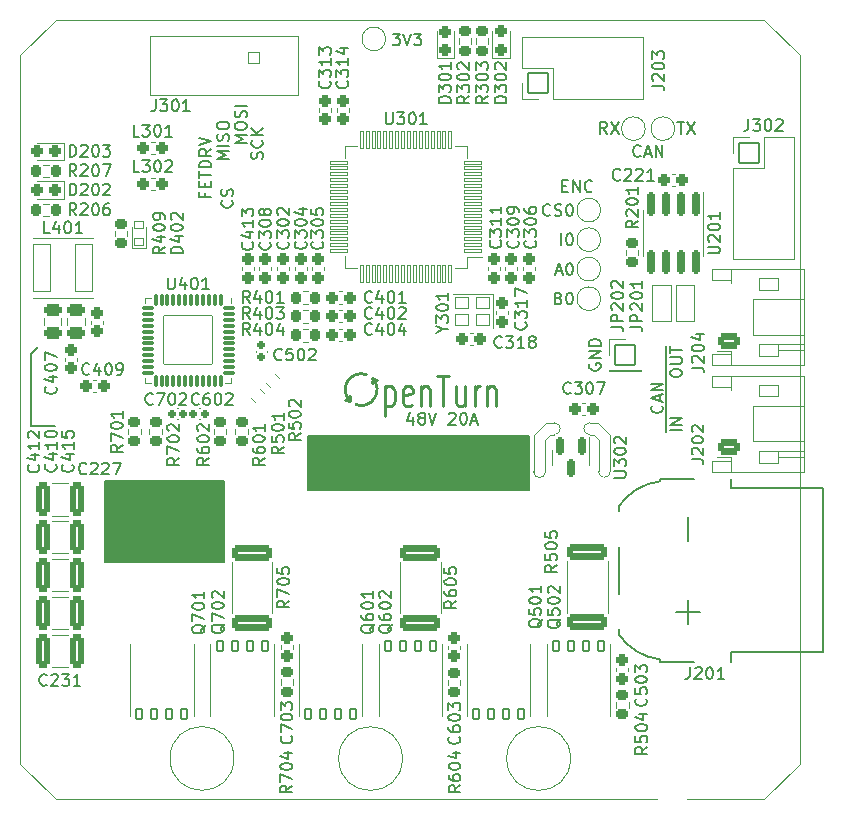
<source format=gto>
%TF.GenerationSoftware,KiCad,Pcbnew,(5.99.0-10830-g25678ee00d)*%
%TF.CreationDate,2021-08-24T11:38:22+02:00*%
%TF.ProjectId,OpenTurn,4f70656e-5475-4726-9e2e-6b696361645f,rev?*%
%TF.SameCoordinates,Original*%
%TF.FileFunction,Legend,Top*%
%TF.FilePolarity,Positive*%
%FSLAX46Y46*%
G04 Gerber Fmt 4.6, Leading zero omitted, Abs format (unit mm)*
G04 Created by KiCad (PCBNEW (5.99.0-10830-g25678ee00d)) date 2021-08-24 11:38:22*
%MOMM*%
%LPD*%
G01*
G04 APERTURE LIST*
G04 Aperture macros list*
%AMRoundRect*
0 Rectangle with rounded corners*
0 $1 Rounding radius*
0 $2 $3 $4 $5 $6 $7 $8 $9 X,Y pos of 4 corners*
0 Add a 4 corners polygon primitive as box body*
4,1,4,$2,$3,$4,$5,$6,$7,$8,$9,$2,$3,0*
0 Add four circle primitives for the rounded corners*
1,1,$1+$1,$2,$3*
1,1,$1+$1,$4,$5*
1,1,$1+$1,$6,$7*
1,1,$1+$1,$8,$9*
0 Add four rect primitives between the rounded corners*
20,1,$1+$1,$2,$3,$4,$5,0*
20,1,$1+$1,$4,$5,$6,$7,0*
20,1,$1+$1,$6,$7,$8,$9,0*
20,1,$1+$1,$8,$9,$2,$3,0*%
%AMHorizOval*
0 Thick line with rounded ends*
0 $1 width*
0 $2 $3 position (X,Y) of the first rounded end (center of the circle)*
0 $4 $5 position (X,Y) of the second rounded end (center of the circle)*
0 Add line between two ends*
20,1,$1,$2,$3,$4,$5,0*
0 Add two circle primitives to create the rounded ends*
1,1,$1,$2,$3*
1,1,$1,$4,$5*%
%AMFreePoly0*
4,1,17,2.675000,1.605000,1.875000,1.605000,1.875000,0.935000,2.675000,0.935000,2.675000,0.335000,1.875000,0.335000,1.875000,-0.335000,2.675000,-0.335000,2.675000,-0.935000,1.875000,-0.935000,1.875000,-1.605000,2.675000,-1.605000,2.675000,-2.205000,-1.875000,-2.205000,-1.875000,2.205000,2.675000,2.205000,2.675000,1.605000,2.675000,1.605000,$1*%
%AMFreePoly1*
4,1,14,0.535355,0.535355,1.035355,0.035355,1.050000,0.000000,1.035355,-0.035355,0.535355,-0.535355,0.500000,-0.550000,-0.500000,-0.550000,-0.535355,-0.535355,-0.550000,-0.500000,-0.550000,0.500000,-0.535355,0.535355,-0.500000,0.550000,0.500000,0.550000,0.535355,0.535355,0.535355,0.535355,$1*%
%AMFreePoly2*
4,1,16,0.535355,0.535355,0.550000,0.500000,0.550000,-0.500000,0.535355,-0.535355,0.500000,-0.550000,-0.650000,-0.550000,-0.685355,-0.535355,-0.700000,-0.500000,-0.685355,-0.464645,-0.220710,0.000000,-0.685355,0.464645,-0.700000,0.500000,-0.685355,0.535355,-0.650000,0.550000,0.500000,0.550000,0.535355,0.535355,0.535355,0.535355,$1*%
G04 Aperture macros list end*
%ADD10C,0.150000*%
%ADD11C,0.250000*%
%TA.AperFunction,Profile*%
%ADD12C,0.050000*%
%TD*%
%ADD13C,0.120000*%
%ADD14C,0.200000*%
%ADD15C,0.100000*%
%ADD16RoundRect,0.225000X-0.225000X-0.300000X0.225000X-0.300000X0.225000X0.300000X-0.225000X0.300000X0*%
%ADD17RoundRect,0.250000X-0.275000X0.250000X-0.275000X-0.250000X0.275000X-0.250000X0.275000X0.250000X0*%
%ADD18RoundRect,0.250000X-0.250000X-0.275000X0.250000X-0.275000X0.250000X0.275000X-0.250000X0.275000X0*%
%ADD19R,4.400000X4.400000*%
%ADD20RoundRect,0.050000X0.750000X0.150000X-0.750000X0.150000X-0.750000X-0.150000X0.750000X-0.150000X0*%
%ADD21RoundRect,0.050000X-0.150000X0.750000X-0.150000X-0.750000X0.150000X-0.750000X0.150000X0.750000X0*%
%ADD22RoundRect,0.270833X0.654167X-0.379167X0.654167X0.379167X-0.654167X0.379167X-0.654167X-0.379167X0*%
%ADD23O,1.850000X1.300000*%
%ADD24RoundRect,0.050000X-0.500000X0.500000X-0.500000X-0.500000X0.500000X-0.500000X0.500000X0.500000X0*%
%ADD25O,1.100000X1.100000*%
%ADD26RoundRect,0.270408X-1.454592X0.392092X-1.454592X-0.392092X1.454592X-0.392092X1.454592X0.392092X0*%
%ADD27FreePoly0,270.000000*%
%ADD28RoundRect,0.050000X-0.250000X0.425000X-0.250000X-0.425000X0.250000X-0.425000X0.250000X0.425000X0*%
%ADD29RoundRect,0.250000X0.275000X-0.250000X0.275000X0.250000X-0.275000X0.250000X-0.275000X-0.250000X0*%
%ADD30RoundRect,0.225000X0.300000X-0.225000X0.300000X0.225000X-0.300000X0.225000X-0.300000X-0.225000X0*%
%ADD31RoundRect,0.225000X0.371231X0.053033X0.053033X0.371231X-0.371231X-0.053033X-0.053033X-0.371231X0*%
%ADD32FreePoly0,90.000000*%
%ADD33RoundRect,0.050000X0.250000X-0.425000X0.250000X0.425000X-0.250000X0.425000X-0.250000X-0.425000X0*%
%ADD34C,2.000000*%
%ADD35RoundRect,0.050000X0.850000X-0.850000X0.850000X0.850000X-0.850000X0.850000X-0.850000X-0.850000X0*%
%ADD36O,1.800000X1.800000*%
%ADD37RoundRect,0.165000X0.195000X-0.165000X0.195000X0.165000X-0.195000X0.165000X-0.195000X-0.165000X0*%
%ADD38RoundRect,0.271739X-0.353261X-1.128261X0.353261X-1.128261X0.353261X1.128261X-0.353261X1.128261X0*%
%ADD39RoundRect,0.050000X-0.850000X-0.850000X0.850000X-0.850000X0.850000X0.850000X-0.850000X0.850000X0*%
%ADD40C,1.600000*%
%ADD41RoundRect,0.243750X-0.243750X-0.281250X0.243750X-0.281250X0.243750X0.281250X-0.243750X0.281250X0*%
%ADD42RoundRect,0.275000X0.500000X-0.275000X0.500000X0.275000X-0.500000X0.275000X-0.500000X-0.275000X0*%
%ADD43RoundRect,0.050000X0.750000X2.000000X-0.750000X2.000000X-0.750000X-2.000000X0.750000X-2.000000X0*%
%ADD44RoundRect,0.243750X0.281250X-0.243750X0.281250X0.243750X-0.281250X0.243750X-0.281250X-0.243750X0*%
%ADD45RoundRect,0.250000X0.250000X0.275000X-0.250000X0.275000X-0.250000X-0.275000X0.250000X-0.275000X0*%
%ADD46RoundRect,0.225000X-0.300000X0.225000X-0.300000X-0.225000X0.300000X-0.225000X0.300000X0.225000X0*%
%ADD47RoundRect,0.165000X0.165000X0.195000X-0.165000X0.195000X-0.165000X-0.195000X0.165000X-0.195000X0*%
%ADD48C,5.700000*%
%ADD49HorizOval,1.100000X0.000000X0.000000X0.000000X0.000000X0*%
%ADD50RoundRect,0.175000X-0.175000X0.850000X-0.175000X-0.850000X0.175000X-0.850000X0.175000X0.850000X0*%
%ADD51FreePoly1,90.000000*%
%ADD52FreePoly2,90.000000*%
%ADD53RoundRect,0.050000X-0.350000X0.300000X-0.350000X-0.300000X0.350000X-0.300000X0.350000X0.300000X0*%
%ADD54RoundRect,0.050000X0.575000X0.500000X-0.575000X0.500000X-0.575000X-0.500000X0.575000X-0.500000X0*%
%ADD55RoundRect,0.087500X-0.087500X0.400000X-0.087500X-0.400000X0.087500X-0.400000X0.087500X0.400000X0*%
%ADD56RoundRect,0.087500X-0.400000X0.087500X-0.400000X-0.087500X0.400000X-0.087500X0.400000X0.087500X0*%
%ADD57RoundRect,0.050000X-2.050000X2.050000X-2.050000X-2.050000X2.050000X-2.050000X2.050000X2.050000X0*%
%ADD58RoundRect,0.165000X-0.165000X-0.195000X0.165000X-0.195000X0.165000X0.195000X-0.165000X0.195000X0*%
%ADD59RoundRect,0.175000X-0.175000X0.612500X-0.175000X-0.612500X0.175000X-0.612500X0.175000X0.612500X0*%
%ADD60RoundRect,0.243750X0.243750X0.281250X-0.243750X0.281250X-0.243750X-0.281250X0.243750X-0.281250X0*%
%ADD61O,2.900000X1.700000*%
%ADD62C,4.100000*%
%ADD63C,4.900000*%
G04 APERTURE END LIST*
D10*
X94925000Y-128375000D02*
X94925000Y-122287500D01*
D11*
X121943180Y-125895598D02*
X121518181Y-126170597D01*
D10*
X148700000Y-121600000D02*
X148700000Y-128950000D01*
X118312500Y-129275000D02*
X137062500Y-129275000D01*
X137062500Y-129275000D02*
X137062500Y-133800000D01*
X137062500Y-133800000D02*
X118312500Y-133800000D01*
X118312500Y-133800000D02*
X118312500Y-129275000D01*
G36*
X118312500Y-129275000D02*
G01*
X137062500Y-129275000D01*
X137062500Y-133800000D01*
X118312500Y-133800000D01*
X118312500Y-129275000D01*
G37*
D11*
X122415299Y-126598775D02*
G75*
G03*
X123831820Y-124404403I434701J1273775D01*
G01*
X123756820Y-124754403D02*
X124181820Y-124479403D01*
X121868180Y-126245597D02*
X121943180Y-125895598D01*
D10*
X94925000Y-122287500D02*
X95475000Y-121750000D01*
X96925000Y-128375000D02*
X94925000Y-128375000D01*
X101200000Y-133075000D02*
X111225000Y-133075000D01*
X111225000Y-133075000D02*
X111225000Y-139900000D01*
X111225000Y-139900000D02*
X101200000Y-139900000D01*
X101200000Y-139900000D02*
X101200000Y-133075000D01*
G36*
X101200000Y-133075000D02*
G01*
X111225000Y-133075000D01*
X111225000Y-139900000D01*
X101200000Y-139900000D01*
X101200000Y-133075000D01*
G37*
D11*
X124181820Y-124479403D02*
X123831820Y-124404403D01*
X123284701Y-124051225D02*
G75*
G03*
X121868180Y-126245597I-434701J-1273775D01*
G01*
X123831820Y-124404403D02*
X123756820Y-124754403D01*
X121518181Y-126170597D02*
X121868180Y-126245597D01*
D12*
X94000000Y-157000000D02*
X93999999Y-97000000D01*
X156999999Y-94000000D02*
X96999999Y-94000000D01*
X139200002Y-129125000D02*
X138874998Y-129125000D01*
X143950000Y-129150000D02*
X142925000Y-128125000D01*
X142199998Y-129125000D02*
X142525000Y-129125000D01*
X156999999Y-94000000D02*
X160000000Y-97000000D01*
X142925000Y-128125000D02*
X142200002Y-128125000D01*
X138874998Y-129125000D02*
X138449998Y-129550000D01*
X96999999Y-94000000D02*
X93999999Y-97000000D01*
X139199998Y-128125000D02*
G75*
G02*
X139200002Y-129125000I2J-500000D01*
G01*
X160000000Y-157000000D02*
X160000000Y-97000000D01*
X138474998Y-128125000D02*
X139199998Y-128125000D01*
X97000000Y-160000000D02*
X94000000Y-157000000D01*
X138450000Y-132275000D02*
G75*
G02*
X137450000Y-132275000I-500000J0D01*
G01*
X137450000Y-132275000D02*
X137449998Y-129150000D01*
X142950000Y-132250000D02*
X142950000Y-129550000D01*
X97000000Y-160000000D02*
X157000000Y-160000000D01*
X142525000Y-129125000D02*
X142950000Y-129550000D01*
X142200002Y-128125000D02*
G75*
G03*
X142199998Y-129125000I-2J-500000D01*
G01*
X142950000Y-132250000D02*
G75*
G03*
X143950000Y-132250000I500000J0D01*
G01*
X137449998Y-129150000D02*
X138474998Y-128125000D01*
X138450000Y-132275000D02*
X138449998Y-129550000D01*
X143950000Y-132250000D02*
X143950000Y-129150000D01*
X157000000Y-160000000D02*
X160000000Y-157000000D01*
D10*
X111652380Y-105821428D02*
X110652380Y-105821428D01*
X111366666Y-105488095D01*
X110652380Y-105154761D01*
X111652380Y-105154761D01*
X111652380Y-104678571D02*
X110652380Y-104678571D01*
X111604761Y-104250000D02*
X111652380Y-104107142D01*
X111652380Y-103869047D01*
X111604761Y-103773809D01*
X111557142Y-103726190D01*
X111461904Y-103678571D01*
X111366666Y-103678571D01*
X111271428Y-103726190D01*
X111223809Y-103773809D01*
X111176190Y-103869047D01*
X111128571Y-104059523D01*
X111080952Y-104154761D01*
X111033333Y-104202380D01*
X110938095Y-104250000D01*
X110842857Y-104250000D01*
X110747619Y-104202380D01*
X110700000Y-104154761D01*
X110652380Y-104059523D01*
X110652380Y-103821428D01*
X110700000Y-103678571D01*
X110652380Y-103059523D02*
X110652380Y-102869047D01*
X110700000Y-102773809D01*
X110795238Y-102678571D01*
X110985714Y-102630952D01*
X111319047Y-102630952D01*
X111509523Y-102678571D01*
X111604761Y-102773809D01*
X111652380Y-102869047D01*
X111652380Y-103059523D01*
X111604761Y-103154761D01*
X111509523Y-103250000D01*
X111319047Y-103297619D01*
X110985714Y-103297619D01*
X110795238Y-103250000D01*
X110700000Y-103154761D01*
X110652380Y-103059523D01*
X113152380Y-104421428D02*
X112152380Y-104421428D01*
X112866666Y-104088095D01*
X112152380Y-103754761D01*
X113152380Y-103754761D01*
X112152380Y-103088095D02*
X112152380Y-102897619D01*
X112200000Y-102802380D01*
X112295238Y-102707142D01*
X112485714Y-102659523D01*
X112819047Y-102659523D01*
X113009523Y-102707142D01*
X113104761Y-102802380D01*
X113152380Y-102897619D01*
X113152380Y-103088095D01*
X113104761Y-103183333D01*
X113009523Y-103278571D01*
X112819047Y-103326190D01*
X112485714Y-103326190D01*
X112295238Y-103278571D01*
X112200000Y-103183333D01*
X112152380Y-103088095D01*
X113104761Y-102278571D02*
X113152380Y-102135714D01*
X113152380Y-101897619D01*
X113104761Y-101802380D01*
X113057142Y-101754761D01*
X112961904Y-101707142D01*
X112866666Y-101707142D01*
X112771428Y-101754761D01*
X112723809Y-101802380D01*
X112676190Y-101897619D01*
X112628571Y-102088095D01*
X112580952Y-102183333D01*
X112533333Y-102230952D01*
X112438095Y-102278571D01*
X112342857Y-102278571D01*
X112247619Y-102230952D01*
X112200000Y-102183333D01*
X112152380Y-102088095D01*
X112152380Y-101850000D01*
X112200000Y-101707142D01*
X113152380Y-101278571D02*
X112152380Y-101278571D01*
X96230952Y-150307142D02*
X96183333Y-150354761D01*
X96040476Y-150402380D01*
X95945238Y-150402380D01*
X95802380Y-150354761D01*
X95707142Y-150259523D01*
X95659523Y-150164285D01*
X95611904Y-149973809D01*
X95611904Y-149830952D01*
X95659523Y-149640476D01*
X95707142Y-149545238D01*
X95802380Y-149450000D01*
X95945238Y-149402380D01*
X96040476Y-149402380D01*
X96183333Y-149450000D01*
X96230952Y-149497619D01*
X96611904Y-149497619D02*
X96659523Y-149450000D01*
X96754761Y-149402380D01*
X96992857Y-149402380D01*
X97088095Y-149450000D01*
X97135714Y-149497619D01*
X97183333Y-149592857D01*
X97183333Y-149688095D01*
X97135714Y-149830952D01*
X96564285Y-150402380D01*
X97183333Y-150402380D01*
X97516666Y-149402380D02*
X98135714Y-149402380D01*
X97802380Y-149783333D01*
X97945238Y-149783333D01*
X98040476Y-149830952D01*
X98088095Y-149878571D01*
X98135714Y-149973809D01*
X98135714Y-150211904D01*
X98088095Y-150307142D01*
X98040476Y-150354761D01*
X97945238Y-150402380D01*
X97659523Y-150402380D01*
X97564285Y-150354761D01*
X97516666Y-150307142D01*
X99088095Y-150402380D02*
X98516666Y-150402380D01*
X98802380Y-150402380D02*
X98802380Y-149402380D01*
X98707142Y-149545238D01*
X98611904Y-149640476D01*
X98516666Y-149688095D01*
X138857142Y-110507142D02*
X138809523Y-110554761D01*
X138666666Y-110602380D01*
X138571428Y-110602380D01*
X138428571Y-110554761D01*
X138333333Y-110459523D01*
X138285714Y-110364285D01*
X138238095Y-110173809D01*
X138238095Y-110030952D01*
X138285714Y-109840476D01*
X138333333Y-109745238D01*
X138428571Y-109650000D01*
X138571428Y-109602380D01*
X138666666Y-109602380D01*
X138809523Y-109650000D01*
X138857142Y-109697619D01*
X139238095Y-110554761D02*
X139380952Y-110602380D01*
X139619047Y-110602380D01*
X139714285Y-110554761D01*
X139761904Y-110507142D01*
X139809523Y-110411904D01*
X139809523Y-110316666D01*
X139761904Y-110221428D01*
X139714285Y-110173809D01*
X139619047Y-110126190D01*
X139428571Y-110078571D01*
X139333333Y-110030952D01*
X139285714Y-109983333D01*
X139238095Y-109888095D01*
X139238095Y-109792857D01*
X139285714Y-109697619D01*
X139333333Y-109650000D01*
X139428571Y-109602380D01*
X139666666Y-109602380D01*
X139809523Y-109650000D01*
X140428571Y-109602380D02*
X140523809Y-109602380D01*
X140619047Y-109650000D01*
X140666666Y-109697619D01*
X140714285Y-109792857D01*
X140761904Y-109983333D01*
X140761904Y-110221428D01*
X140714285Y-110411904D01*
X140666666Y-110507142D01*
X140619047Y-110554761D01*
X140523809Y-110602380D01*
X140428571Y-110602380D01*
X140333333Y-110554761D01*
X140285714Y-110507142D01*
X140238095Y-110411904D01*
X140190476Y-110221428D01*
X140190476Y-109983333D01*
X140238095Y-109792857D01*
X140285714Y-109697619D01*
X140333333Y-109650000D01*
X140428571Y-109602380D01*
X149613095Y-102677380D02*
X150184523Y-102677380D01*
X149898809Y-103677380D02*
X149898809Y-102677380D01*
X150422619Y-102677380D02*
X151089285Y-103677380D01*
X151089285Y-102677380D02*
X150422619Y-103677380D01*
X139761904Y-113104457D02*
X139761904Y-112104457D01*
X140428571Y-112104457D02*
X140523809Y-112104457D01*
X140619047Y-112152077D01*
X140666666Y-112199696D01*
X140714285Y-112294934D01*
X140761904Y-112485410D01*
X140761904Y-112723505D01*
X140714285Y-112913981D01*
X140666666Y-113009219D01*
X140619047Y-113056838D01*
X140523809Y-113104457D01*
X140428571Y-113104457D01*
X140333333Y-113056838D01*
X140285714Y-113009219D01*
X140238095Y-112913981D01*
X140190475Y-112723505D01*
X140190475Y-112485410D01*
X140238095Y-112294934D01*
X140285714Y-112199696D01*
X140333333Y-112152077D01*
X140428571Y-112104457D01*
X142175000Y-123136904D02*
X142127380Y-123232142D01*
X142127380Y-123375000D01*
X142175000Y-123517857D01*
X142270238Y-123613095D01*
X142365476Y-123660714D01*
X142555952Y-123708333D01*
X142698809Y-123708333D01*
X142889285Y-123660714D01*
X142984523Y-123613095D01*
X143079761Y-123517857D01*
X143127380Y-123375000D01*
X143127380Y-123279761D01*
X143079761Y-123136904D01*
X143032142Y-123089285D01*
X142698809Y-123089285D01*
X142698809Y-123279761D01*
X143127380Y-122660714D02*
X142127380Y-122660714D01*
X143127380Y-122089285D01*
X142127380Y-122089285D01*
X143127380Y-121613095D02*
X142127380Y-121613095D01*
X142127380Y-121375000D01*
X142175000Y-121232142D01*
X142270238Y-121136904D01*
X142365476Y-121089285D01*
X142555952Y-121041666D01*
X142698809Y-121041666D01*
X142889285Y-121089285D01*
X142984523Y-121136904D01*
X143079761Y-121232142D01*
X143127380Y-121375000D01*
X143127380Y-121613095D01*
X139861904Y-108078571D02*
X140195238Y-108078571D01*
X140338095Y-108602380D02*
X139861904Y-108602380D01*
X139861904Y-107602380D01*
X140338095Y-107602380D01*
X140766666Y-108602380D02*
X140766666Y-107602380D01*
X141338095Y-108602380D01*
X141338095Y-107602380D01*
X142385714Y-108507142D02*
X142338095Y-108554761D01*
X142195238Y-108602380D01*
X142100000Y-108602380D01*
X141957142Y-108554761D01*
X141861904Y-108459523D01*
X141814285Y-108364285D01*
X141766666Y-108173809D01*
X141766666Y-108030952D01*
X141814285Y-107840476D01*
X141861904Y-107745238D01*
X141957142Y-107650000D01*
X142100000Y-107602380D01*
X142195238Y-107602380D01*
X142338095Y-107650000D01*
X142385714Y-107697619D01*
X139570238Y-117584804D02*
X139713095Y-117632423D01*
X139760714Y-117680042D01*
X139808333Y-117775280D01*
X139808333Y-117918137D01*
X139760714Y-118013375D01*
X139713095Y-118060994D01*
X139617857Y-118108613D01*
X139236904Y-118108613D01*
X139236904Y-117108613D01*
X139570238Y-117108613D01*
X139665476Y-117156233D01*
X139713095Y-117203852D01*
X139760714Y-117299090D01*
X139760714Y-117394328D01*
X139713095Y-117489566D01*
X139665476Y-117537185D01*
X139570238Y-117584804D01*
X139236904Y-117584804D01*
X140427380Y-117108613D02*
X140522619Y-117108613D01*
X140617857Y-117156233D01*
X140665476Y-117203852D01*
X140713095Y-117299090D01*
X140760714Y-117489566D01*
X140760714Y-117727661D01*
X140713095Y-117918137D01*
X140665476Y-118013375D01*
X140617857Y-118060994D01*
X140522619Y-118108613D01*
X140427380Y-118108613D01*
X140332142Y-118060994D01*
X140284523Y-118013375D01*
X140236904Y-117918137D01*
X140189285Y-117727661D01*
X140189285Y-117489566D01*
X140236904Y-117299090D01*
X140284523Y-117203852D01*
X140332142Y-117156233D01*
X140427380Y-117108613D01*
X114479761Y-105785714D02*
X114527380Y-105642857D01*
X114527380Y-105404761D01*
X114479761Y-105309523D01*
X114432142Y-105261904D01*
X114336904Y-105214285D01*
X114241666Y-105214285D01*
X114146428Y-105261904D01*
X114098809Y-105309523D01*
X114051190Y-105404761D01*
X114003571Y-105595238D01*
X113955952Y-105690476D01*
X113908333Y-105738095D01*
X113813095Y-105785714D01*
X113717857Y-105785714D01*
X113622619Y-105738095D01*
X113575000Y-105690476D01*
X113527380Y-105595238D01*
X113527380Y-105357142D01*
X113575000Y-105214285D01*
X114432142Y-104214285D02*
X114479761Y-104261904D01*
X114527380Y-104404761D01*
X114527380Y-104500000D01*
X114479761Y-104642857D01*
X114384523Y-104738095D01*
X114289285Y-104785714D01*
X114098809Y-104833333D01*
X113955952Y-104833333D01*
X113765476Y-104785714D01*
X113670238Y-104738095D01*
X113575000Y-104642857D01*
X113527380Y-104500000D01*
X113527380Y-104404761D01*
X113575000Y-104261904D01*
X113622619Y-104214285D01*
X114527380Y-103785714D02*
X113527380Y-103785714D01*
X114527380Y-103214285D02*
X113955952Y-103642857D01*
X113527380Y-103214285D02*
X114098809Y-103785714D01*
X143658333Y-103652380D02*
X143325000Y-103176190D01*
X143086904Y-103652380D02*
X143086904Y-102652380D01*
X143467857Y-102652380D01*
X143563095Y-102700000D01*
X143610714Y-102747619D01*
X143658333Y-102842857D01*
X143658333Y-102985714D01*
X143610714Y-103080952D01*
X143563095Y-103128571D01*
X143467857Y-103176190D01*
X143086904Y-103176190D01*
X143991666Y-102652380D02*
X144658333Y-103652380D01*
X144658333Y-102652380D02*
X143991666Y-103652380D01*
X127223809Y-127610714D02*
X127223809Y-128277380D01*
X126985714Y-127229761D02*
X126747619Y-127944047D01*
X127366666Y-127944047D01*
X127890476Y-127705952D02*
X127795238Y-127658333D01*
X127747619Y-127610714D01*
X127700000Y-127515476D01*
X127700000Y-127467857D01*
X127747619Y-127372619D01*
X127795238Y-127325000D01*
X127890476Y-127277380D01*
X128080952Y-127277380D01*
X128176190Y-127325000D01*
X128223809Y-127372619D01*
X128271428Y-127467857D01*
X128271428Y-127515476D01*
X128223809Y-127610714D01*
X128176190Y-127658333D01*
X128080952Y-127705952D01*
X127890476Y-127705952D01*
X127795238Y-127753571D01*
X127747619Y-127801190D01*
X127700000Y-127896428D01*
X127700000Y-128086904D01*
X127747619Y-128182142D01*
X127795238Y-128229761D01*
X127890476Y-128277380D01*
X128080952Y-128277380D01*
X128176190Y-128229761D01*
X128223809Y-128182142D01*
X128271428Y-128086904D01*
X128271428Y-127896428D01*
X128223809Y-127801190D01*
X128176190Y-127753571D01*
X128080952Y-127705952D01*
X128557142Y-127277380D02*
X128890476Y-128277380D01*
X129223809Y-127277380D01*
X130271428Y-127372619D02*
X130319047Y-127325000D01*
X130414285Y-127277380D01*
X130652380Y-127277380D01*
X130747619Y-127325000D01*
X130795238Y-127372619D01*
X130842857Y-127467857D01*
X130842857Y-127563095D01*
X130795238Y-127705952D01*
X130223809Y-128277380D01*
X130842857Y-128277380D01*
X131461904Y-127277380D02*
X131557142Y-127277380D01*
X131652380Y-127325000D01*
X131700000Y-127372619D01*
X131747619Y-127467857D01*
X131795238Y-127658333D01*
X131795238Y-127896428D01*
X131747619Y-128086904D01*
X131700000Y-128182142D01*
X131652380Y-128229761D01*
X131557142Y-128277380D01*
X131461904Y-128277380D01*
X131366666Y-128229761D01*
X131319047Y-128182142D01*
X131271428Y-128086904D01*
X131223809Y-127896428D01*
X131223809Y-127658333D01*
X131271428Y-127467857D01*
X131319047Y-127372619D01*
X131366666Y-127325000D01*
X131461904Y-127277380D01*
X132176190Y-127991666D02*
X132652380Y-127991666D01*
X132080952Y-128277380D02*
X132414285Y-127277380D01*
X132747619Y-128277380D01*
X125511904Y-95177380D02*
X126130952Y-95177380D01*
X125797619Y-95558333D01*
X125940476Y-95558333D01*
X126035714Y-95605952D01*
X126083333Y-95653571D01*
X126130952Y-95748809D01*
X126130952Y-95986904D01*
X126083333Y-96082142D01*
X126035714Y-96129761D01*
X125940476Y-96177380D01*
X125654761Y-96177380D01*
X125559523Y-96129761D01*
X125511904Y-96082142D01*
X126416666Y-95177380D02*
X126750000Y-96177380D01*
X127083333Y-95177380D01*
X127321428Y-95177380D02*
X127940476Y-95177380D01*
X127607142Y-95558333D01*
X127750000Y-95558333D01*
X127845238Y-95605952D01*
X127892857Y-95653571D01*
X127940476Y-95748809D01*
X127940476Y-95986904D01*
X127892857Y-96082142D01*
X127845238Y-96129761D01*
X127750000Y-96177380D01*
X127464285Y-96177380D01*
X127369047Y-96129761D01*
X127321428Y-96082142D01*
X109628571Y-108694047D02*
X109628571Y-109027380D01*
X110152380Y-109027380D02*
X109152380Y-109027380D01*
X109152380Y-108551190D01*
X109628571Y-108170238D02*
X109628571Y-107836904D01*
X110152380Y-107694047D02*
X110152380Y-108170238D01*
X109152380Y-108170238D01*
X109152380Y-107694047D01*
X109152380Y-107408333D02*
X109152380Y-106836904D01*
X110152380Y-107122619D02*
X109152380Y-107122619D01*
X110152380Y-106503571D02*
X109152380Y-106503571D01*
X109152380Y-106265476D01*
X109200000Y-106122619D01*
X109295238Y-106027380D01*
X109390476Y-105979761D01*
X109580952Y-105932142D01*
X109723809Y-105932142D01*
X109914285Y-105979761D01*
X110009523Y-106027380D01*
X110104761Y-106122619D01*
X110152380Y-106265476D01*
X110152380Y-106503571D01*
X110152380Y-104932142D02*
X109676190Y-105265476D01*
X110152380Y-105503571D02*
X109152380Y-105503571D01*
X109152380Y-105122619D01*
X109200000Y-105027380D01*
X109247619Y-104979761D01*
X109342857Y-104932142D01*
X109485714Y-104932142D01*
X109580952Y-104979761D01*
X109628571Y-105027380D01*
X109676190Y-105122619D01*
X109676190Y-105503571D01*
X109152380Y-104646428D02*
X110152380Y-104313095D01*
X109152380Y-103979761D01*
X146507142Y-105532142D02*
X146459523Y-105579761D01*
X146316666Y-105627380D01*
X146221428Y-105627380D01*
X146078571Y-105579761D01*
X145983333Y-105484523D01*
X145935714Y-105389285D01*
X145888095Y-105198809D01*
X145888095Y-105055952D01*
X145935714Y-104865476D01*
X145983333Y-104770238D01*
X146078571Y-104675000D01*
X146221428Y-104627380D01*
X146316666Y-104627380D01*
X146459523Y-104675000D01*
X146507142Y-104722619D01*
X146888095Y-105341666D02*
X147364285Y-105341666D01*
X146792857Y-105627380D02*
X147126190Y-104627380D01*
X147459523Y-105627380D01*
X147792857Y-105627380D02*
X147792857Y-104627380D01*
X148364285Y-105627380D01*
X148364285Y-104627380D01*
X148302142Y-126669166D02*
X148349761Y-126716785D01*
X148397380Y-126859642D01*
X148397380Y-126954880D01*
X148349761Y-127097738D01*
X148254523Y-127192976D01*
X148159285Y-127240595D01*
X147968809Y-127288214D01*
X147825952Y-127288214D01*
X147635476Y-127240595D01*
X147540238Y-127192976D01*
X147445000Y-127097738D01*
X147397380Y-126954880D01*
X147397380Y-126859642D01*
X147445000Y-126716785D01*
X147492619Y-126669166D01*
X148111666Y-126288214D02*
X148111666Y-125812023D01*
X148397380Y-126383452D02*
X147397380Y-126050119D01*
X148397380Y-125716785D01*
X148397380Y-125383452D02*
X147397380Y-125383452D01*
X148397380Y-124812023D01*
X147397380Y-124812023D01*
X150007380Y-128764404D02*
X149007380Y-128764404D01*
X150007380Y-128288214D02*
X149007380Y-128288214D01*
X150007380Y-127716785D01*
X149007380Y-127716785D01*
X149007380Y-124002500D02*
X149007380Y-123812023D01*
X149055000Y-123716785D01*
X149150238Y-123621547D01*
X149340714Y-123573928D01*
X149674047Y-123573928D01*
X149864523Y-123621547D01*
X149959761Y-123716785D01*
X150007380Y-123812023D01*
X150007380Y-124002500D01*
X149959761Y-124097738D01*
X149864523Y-124192976D01*
X149674047Y-124240595D01*
X149340714Y-124240595D01*
X149150238Y-124192976D01*
X149055000Y-124097738D01*
X149007380Y-124002500D01*
X149007380Y-123145357D02*
X149816904Y-123145357D01*
X149912142Y-123097738D01*
X149959761Y-123050119D01*
X150007380Y-122954880D01*
X150007380Y-122764404D01*
X149959761Y-122669166D01*
X149912142Y-122621547D01*
X149816904Y-122573928D01*
X149007380Y-122573928D01*
X149007380Y-122240595D02*
X149007380Y-121669166D01*
X150007380Y-121954880D02*
X149007380Y-121954880D01*
X139333333Y-115320820D02*
X139809523Y-115320820D01*
X139238095Y-115606534D02*
X139571428Y-114606534D01*
X139904761Y-115606534D01*
X140428571Y-114606534D02*
X140523809Y-114606534D01*
X140619047Y-114654154D01*
X140666666Y-114701773D01*
X140714285Y-114797011D01*
X140761904Y-114987487D01*
X140761904Y-115225582D01*
X140714285Y-115416058D01*
X140666666Y-115511296D01*
X140619047Y-115558915D01*
X140523809Y-115606534D01*
X140428571Y-115606534D01*
X140333333Y-115558915D01*
X140285714Y-115511296D01*
X140238095Y-115416058D01*
X140190476Y-115225582D01*
X140190476Y-114987487D01*
X140238095Y-114797011D01*
X140285714Y-114701773D01*
X140333333Y-114654154D01*
X140428571Y-114606534D01*
D11*
X124866666Y-125039285D02*
X124866666Y-127539285D01*
X124866666Y-125158333D02*
X125033333Y-125039285D01*
X125366666Y-125039285D01*
X125533333Y-125158333D01*
X125616666Y-125277380D01*
X125700000Y-125515476D01*
X125700000Y-126229761D01*
X125616666Y-126467857D01*
X125533333Y-126586904D01*
X125366666Y-126705952D01*
X125033333Y-126705952D01*
X124866666Y-126586904D01*
X127116666Y-126586904D02*
X126950000Y-126705952D01*
X126616666Y-126705952D01*
X126450000Y-126586904D01*
X126366666Y-126348809D01*
X126366666Y-125396428D01*
X126450000Y-125158333D01*
X126616666Y-125039285D01*
X126950000Y-125039285D01*
X127116666Y-125158333D01*
X127200000Y-125396428D01*
X127200000Y-125634523D01*
X126366666Y-125872619D01*
X127950000Y-125039285D02*
X127950000Y-126705952D01*
X127950000Y-125277380D02*
X128033333Y-125158333D01*
X128200000Y-125039285D01*
X128450000Y-125039285D01*
X128616666Y-125158333D01*
X128700000Y-125396428D01*
X128700000Y-126705952D01*
X129283333Y-124205952D02*
X130283333Y-124205952D01*
X129783333Y-126705952D02*
X129783333Y-124205952D01*
X131616666Y-125039285D02*
X131616666Y-126705952D01*
X130866666Y-125039285D02*
X130866666Y-126348809D01*
X130950000Y-126586904D01*
X131116666Y-126705952D01*
X131366666Y-126705952D01*
X131533333Y-126586904D01*
X131616666Y-126467857D01*
X132450000Y-126705952D02*
X132450000Y-125039285D01*
X132450000Y-125515476D02*
X132533333Y-125277380D01*
X132616666Y-125158333D01*
X132783333Y-125039285D01*
X132950000Y-125039285D01*
X133533333Y-125039285D02*
X133533333Y-126705952D01*
X133533333Y-125277380D02*
X133616666Y-125158333D01*
X133783333Y-125039285D01*
X134033333Y-125039285D01*
X134200000Y-125158333D01*
X134283333Y-125396428D01*
X134283333Y-126705952D01*
D10*
X111907142Y-109291666D02*
X111954761Y-109339285D01*
X112002380Y-109482142D01*
X112002380Y-109577380D01*
X111954761Y-109720238D01*
X111859523Y-109815476D01*
X111764285Y-109863095D01*
X111573809Y-109910714D01*
X111430952Y-109910714D01*
X111240476Y-109863095D01*
X111145238Y-109815476D01*
X111050000Y-109720238D01*
X111002380Y-109577380D01*
X111002380Y-109482142D01*
X111050000Y-109339285D01*
X111097619Y-109291666D01*
X111954761Y-108910714D02*
X112002380Y-108767857D01*
X112002380Y-108529761D01*
X111954761Y-108434523D01*
X111907142Y-108386904D01*
X111811904Y-108339285D01*
X111716666Y-108339285D01*
X111621428Y-108386904D01*
X111573809Y-108434523D01*
X111526190Y-108529761D01*
X111478571Y-108720238D01*
X111430952Y-108815476D01*
X111383333Y-108863095D01*
X111288095Y-108910714D01*
X111192857Y-108910714D01*
X111097619Y-108863095D01*
X111050000Y-108815476D01*
X111002380Y-108720238D01*
X111002380Y-108482142D01*
X111050000Y-108339285D01*
X99580952Y-132407142D02*
X99533333Y-132454761D01*
X99390476Y-132502380D01*
X99295238Y-132502380D01*
X99152380Y-132454761D01*
X99057142Y-132359523D01*
X99009523Y-132264285D01*
X98961904Y-132073809D01*
X98961904Y-131930952D01*
X99009523Y-131740476D01*
X99057142Y-131645238D01*
X99152380Y-131550000D01*
X99295238Y-131502380D01*
X99390476Y-131502380D01*
X99533333Y-131550000D01*
X99580952Y-131597619D01*
X99961904Y-131597619D02*
X100009523Y-131550000D01*
X100104761Y-131502380D01*
X100342857Y-131502380D01*
X100438095Y-131550000D01*
X100485714Y-131597619D01*
X100533333Y-131692857D01*
X100533333Y-131788095D01*
X100485714Y-131930952D01*
X99914285Y-132502380D01*
X100533333Y-132502380D01*
X100914285Y-131597619D02*
X100961904Y-131550000D01*
X101057142Y-131502380D01*
X101295238Y-131502380D01*
X101390476Y-131550000D01*
X101438095Y-131597619D01*
X101485714Y-131692857D01*
X101485714Y-131788095D01*
X101438095Y-131930952D01*
X100866666Y-132502380D01*
X101485714Y-132502380D01*
X101819047Y-131502380D02*
X102485714Y-131502380D01*
X102057142Y-132502380D01*
X113430952Y-117977380D02*
X113097619Y-117501190D01*
X112859523Y-117977380D02*
X112859523Y-116977380D01*
X113240476Y-116977380D01*
X113335714Y-117025000D01*
X113383333Y-117072619D01*
X113430952Y-117167857D01*
X113430952Y-117310714D01*
X113383333Y-117405952D01*
X113335714Y-117453571D01*
X113240476Y-117501190D01*
X112859523Y-117501190D01*
X114288095Y-117310714D02*
X114288095Y-117977380D01*
X114050000Y-116929761D02*
X113811904Y-117644047D01*
X114430952Y-117644047D01*
X115002380Y-116977380D02*
X115097619Y-116977380D01*
X115192857Y-117025000D01*
X115240476Y-117072619D01*
X115288095Y-117167857D01*
X115335714Y-117358333D01*
X115335714Y-117596428D01*
X115288095Y-117786904D01*
X115240476Y-117882142D01*
X115192857Y-117929761D01*
X115097619Y-117977380D01*
X115002380Y-117977380D01*
X114907142Y-117929761D01*
X114859523Y-117882142D01*
X114811904Y-117786904D01*
X114764285Y-117596428D01*
X114764285Y-117358333D01*
X114811904Y-117167857D01*
X114859523Y-117072619D01*
X114907142Y-117025000D01*
X115002380Y-116977380D01*
X116288095Y-117977380D02*
X115716666Y-117977380D01*
X116002380Y-117977380D02*
X116002380Y-116977380D01*
X115907142Y-117120238D01*
X115811904Y-117215476D01*
X115716666Y-117263095D01*
X113430952Y-120702380D02*
X113097619Y-120226190D01*
X112859523Y-120702380D02*
X112859523Y-119702380D01*
X113240476Y-119702380D01*
X113335714Y-119750000D01*
X113383333Y-119797619D01*
X113430952Y-119892857D01*
X113430952Y-120035714D01*
X113383333Y-120130952D01*
X113335714Y-120178571D01*
X113240476Y-120226190D01*
X112859523Y-120226190D01*
X114288095Y-120035714D02*
X114288095Y-120702380D01*
X114050000Y-119654761D02*
X113811904Y-120369047D01*
X114430952Y-120369047D01*
X115002380Y-119702380D02*
X115097619Y-119702380D01*
X115192857Y-119750000D01*
X115240476Y-119797619D01*
X115288095Y-119892857D01*
X115335714Y-120083333D01*
X115335714Y-120321428D01*
X115288095Y-120511904D01*
X115240476Y-120607142D01*
X115192857Y-120654761D01*
X115097619Y-120702380D01*
X115002380Y-120702380D01*
X114907142Y-120654761D01*
X114859523Y-120607142D01*
X114811904Y-120511904D01*
X114764285Y-120321428D01*
X114764285Y-120083333D01*
X114811904Y-119892857D01*
X114859523Y-119797619D01*
X114907142Y-119750000D01*
X115002380Y-119702380D01*
X116192857Y-120035714D02*
X116192857Y-120702380D01*
X115954761Y-119654761D02*
X115716666Y-120369047D01*
X116335714Y-120369047D01*
X113430952Y-119339880D02*
X113097619Y-118863690D01*
X112859523Y-119339880D02*
X112859523Y-118339880D01*
X113240476Y-118339880D01*
X113335714Y-118387500D01*
X113383333Y-118435119D01*
X113430952Y-118530357D01*
X113430952Y-118673214D01*
X113383333Y-118768452D01*
X113335714Y-118816071D01*
X113240476Y-118863690D01*
X112859523Y-118863690D01*
X114288095Y-118673214D02*
X114288095Y-119339880D01*
X114050000Y-118292261D02*
X113811904Y-119006547D01*
X114430952Y-119006547D01*
X115002380Y-118339880D02*
X115097619Y-118339880D01*
X115192857Y-118387500D01*
X115240476Y-118435119D01*
X115288095Y-118530357D01*
X115335714Y-118720833D01*
X115335714Y-118958928D01*
X115288095Y-119149404D01*
X115240476Y-119244642D01*
X115192857Y-119292261D01*
X115097619Y-119339880D01*
X115002380Y-119339880D01*
X114907142Y-119292261D01*
X114859523Y-119244642D01*
X114811904Y-119149404D01*
X114764285Y-118958928D01*
X114764285Y-118720833D01*
X114811904Y-118530357D01*
X114859523Y-118435119D01*
X114907142Y-118387500D01*
X115002380Y-118339880D01*
X115669047Y-118339880D02*
X116288095Y-118339880D01*
X115954761Y-118720833D01*
X116097619Y-118720833D01*
X116192857Y-118768452D01*
X116240476Y-118816071D01*
X116288095Y-118911309D01*
X116288095Y-119149404D01*
X116240476Y-119244642D01*
X116192857Y-119292261D01*
X116097619Y-119339880D01*
X115811904Y-119339880D01*
X115716666Y-119292261D01*
X115669047Y-119244642D01*
X118132138Y-112789056D02*
X118179757Y-112836675D01*
X118227376Y-112979532D01*
X118227376Y-113074770D01*
X118179757Y-113217628D01*
X118084519Y-113312866D01*
X117989281Y-113360485D01*
X117798805Y-113408104D01*
X117655948Y-113408104D01*
X117465472Y-113360485D01*
X117370234Y-113312866D01*
X117274996Y-113217628D01*
X117227376Y-113074770D01*
X117227376Y-112979532D01*
X117274996Y-112836675D01*
X117322615Y-112789056D01*
X117227376Y-112455723D02*
X117227376Y-111836675D01*
X117608329Y-112170009D01*
X117608329Y-112027151D01*
X117655948Y-111931913D01*
X117703567Y-111884294D01*
X117798805Y-111836675D01*
X118036900Y-111836675D01*
X118132138Y-111884294D01*
X118179757Y-111931913D01*
X118227376Y-112027151D01*
X118227376Y-112312866D01*
X118179757Y-112408104D01*
X118132138Y-112455723D01*
X117227376Y-111217628D02*
X117227376Y-111122389D01*
X117274996Y-111027151D01*
X117322615Y-110979532D01*
X117417853Y-110931913D01*
X117608329Y-110884294D01*
X117846424Y-110884294D01*
X118036900Y-110931913D01*
X118132138Y-110979532D01*
X118179757Y-111027151D01*
X118227376Y-111122389D01*
X118227376Y-111217628D01*
X118179757Y-111312866D01*
X118132138Y-111360485D01*
X118036900Y-111408104D01*
X117846424Y-111455723D01*
X117608329Y-111455723D01*
X117417853Y-111408104D01*
X117322615Y-111360485D01*
X117274996Y-111312866D01*
X117227376Y-111217628D01*
X117560710Y-110027151D02*
X118227376Y-110027151D01*
X117179757Y-110265247D02*
X117894043Y-110503342D01*
X117894043Y-109884294D01*
X137582143Y-112703366D02*
X137629762Y-112750985D01*
X137677381Y-112893842D01*
X137677381Y-112989080D01*
X137629762Y-113131938D01*
X137534524Y-113227176D01*
X137439286Y-113274795D01*
X137248810Y-113322414D01*
X137105953Y-113322414D01*
X136915477Y-113274795D01*
X136820239Y-113227176D01*
X136725001Y-113131938D01*
X136677381Y-112989080D01*
X136677381Y-112893842D01*
X136725001Y-112750985D01*
X136772620Y-112703366D01*
X136677381Y-112370033D02*
X136677381Y-111750985D01*
X137058334Y-112084319D01*
X137058334Y-111941461D01*
X137105953Y-111846223D01*
X137153572Y-111798604D01*
X137248810Y-111750985D01*
X137486905Y-111750985D01*
X137582143Y-111798604D01*
X137629762Y-111846223D01*
X137677381Y-111941461D01*
X137677381Y-112227176D01*
X137629762Y-112322414D01*
X137582143Y-112370033D01*
X136677381Y-111131938D02*
X136677381Y-111036699D01*
X136725001Y-110941461D01*
X136772620Y-110893842D01*
X136867858Y-110846223D01*
X137058334Y-110798604D01*
X137296429Y-110798604D01*
X137486905Y-110846223D01*
X137582143Y-110893842D01*
X137629762Y-110941461D01*
X137677381Y-111036699D01*
X137677381Y-111131938D01*
X137629762Y-111227176D01*
X137582143Y-111274795D01*
X137486905Y-111322414D01*
X137296429Y-111370033D01*
X137058334Y-111370033D01*
X136867858Y-111322414D01*
X136772620Y-111274795D01*
X136725001Y-111227176D01*
X136677381Y-111131938D01*
X136677381Y-109941461D02*
X136677381Y-110131938D01*
X136725001Y-110227176D01*
X136772620Y-110274795D01*
X136915477Y-110370033D01*
X137105953Y-110417652D01*
X137486905Y-110417652D01*
X137582143Y-110370033D01*
X137629762Y-110322414D01*
X137677381Y-110227176D01*
X137677381Y-110036699D01*
X137629762Y-109941461D01*
X137582143Y-109893842D01*
X137486905Y-109846223D01*
X137248810Y-109846223D01*
X137153572Y-109893842D01*
X137105953Y-109941461D01*
X137058334Y-110036699D01*
X137058334Y-110227176D01*
X137105953Y-110322414D01*
X137153572Y-110370033D01*
X137248810Y-110417652D01*
X120177142Y-99189043D02*
X120224761Y-99236662D01*
X120272380Y-99379519D01*
X120272380Y-99474757D01*
X120224761Y-99617615D01*
X120129523Y-99712853D01*
X120034285Y-99760472D01*
X119843809Y-99808091D01*
X119700952Y-99808091D01*
X119510476Y-99760472D01*
X119415238Y-99712853D01*
X119320000Y-99617615D01*
X119272380Y-99474757D01*
X119272380Y-99379519D01*
X119320000Y-99236662D01*
X119367619Y-99189043D01*
X119272380Y-98855710D02*
X119272380Y-98236662D01*
X119653333Y-98569996D01*
X119653333Y-98427138D01*
X119700952Y-98331900D01*
X119748571Y-98284281D01*
X119843809Y-98236662D01*
X120081904Y-98236662D01*
X120177142Y-98284281D01*
X120224761Y-98331900D01*
X120272380Y-98427138D01*
X120272380Y-98712853D01*
X120224761Y-98808091D01*
X120177142Y-98855710D01*
X120272380Y-97284281D02*
X120272380Y-97855710D01*
X120272380Y-97569996D02*
X119272380Y-97569996D01*
X119415238Y-97665234D01*
X119510476Y-97760472D01*
X119558095Y-97855710D01*
X119272380Y-96950948D02*
X119272380Y-96331900D01*
X119653333Y-96665234D01*
X119653333Y-96522376D01*
X119700952Y-96427138D01*
X119748571Y-96379519D01*
X119843809Y-96331900D01*
X120081904Y-96331900D01*
X120177142Y-96379519D01*
X120224761Y-96427138D01*
X120272380Y-96522376D01*
X120272380Y-96808091D01*
X120224761Y-96903329D01*
X120177142Y-96950948D01*
X136107144Y-112703364D02*
X136154763Y-112750983D01*
X136202382Y-112893840D01*
X136202382Y-112989078D01*
X136154763Y-113131936D01*
X136059525Y-113227174D01*
X135964287Y-113274793D01*
X135773811Y-113322412D01*
X135630954Y-113322412D01*
X135440478Y-113274793D01*
X135345240Y-113227174D01*
X135250002Y-113131936D01*
X135202382Y-112989078D01*
X135202382Y-112893840D01*
X135250002Y-112750983D01*
X135297621Y-112703364D01*
X135202382Y-112370031D02*
X135202382Y-111750983D01*
X135583335Y-112084317D01*
X135583335Y-111941459D01*
X135630954Y-111846221D01*
X135678573Y-111798602D01*
X135773811Y-111750983D01*
X136011906Y-111750983D01*
X136107144Y-111798602D01*
X136154763Y-111846221D01*
X136202382Y-111941459D01*
X136202382Y-112227174D01*
X136154763Y-112322412D01*
X136107144Y-112370031D01*
X135202382Y-111131936D02*
X135202382Y-111036697D01*
X135250002Y-110941459D01*
X135297621Y-110893840D01*
X135392859Y-110846221D01*
X135583335Y-110798602D01*
X135821430Y-110798602D01*
X136011906Y-110846221D01*
X136107144Y-110893840D01*
X136154763Y-110941459D01*
X136202382Y-111036697D01*
X136202382Y-111131936D01*
X136154763Y-111227174D01*
X136107144Y-111274793D01*
X136011906Y-111322412D01*
X135821430Y-111370031D01*
X135583335Y-111370031D01*
X135392859Y-111322412D01*
X135297621Y-111274793D01*
X135250002Y-111227174D01*
X135202382Y-111131936D01*
X136202382Y-110322412D02*
X136202382Y-110131936D01*
X136154763Y-110036697D01*
X136107144Y-109989078D01*
X135964287Y-109893840D01*
X135773811Y-109846221D01*
X135392859Y-109846221D01*
X135297621Y-109893840D01*
X135250002Y-109941459D01*
X135202382Y-110036697D01*
X135202382Y-110227174D01*
X135250002Y-110322412D01*
X135297621Y-110370031D01*
X135392859Y-110417650D01*
X135630954Y-110417650D01*
X135726192Y-110370031D01*
X135773811Y-110322412D01*
X135821430Y-110227174D01*
X135821430Y-110036697D01*
X135773811Y-109941459D01*
X135726192Y-109893840D01*
X135630954Y-109846221D01*
X123755952Y-119244642D02*
X123708333Y-119292261D01*
X123565476Y-119339880D01*
X123470238Y-119339880D01*
X123327380Y-119292261D01*
X123232142Y-119197023D01*
X123184523Y-119101785D01*
X123136904Y-118911309D01*
X123136904Y-118768452D01*
X123184523Y-118577976D01*
X123232142Y-118482738D01*
X123327380Y-118387500D01*
X123470238Y-118339880D01*
X123565476Y-118339880D01*
X123708333Y-118387500D01*
X123755952Y-118435119D01*
X124613095Y-118673214D02*
X124613095Y-119339880D01*
X124375000Y-118292261D02*
X124136904Y-119006547D01*
X124755952Y-119006547D01*
X125327380Y-118339880D02*
X125422619Y-118339880D01*
X125517857Y-118387500D01*
X125565476Y-118435119D01*
X125613095Y-118530357D01*
X125660714Y-118720833D01*
X125660714Y-118958928D01*
X125613095Y-119149404D01*
X125565476Y-119244642D01*
X125517857Y-119292261D01*
X125422619Y-119339880D01*
X125327380Y-119339880D01*
X125232142Y-119292261D01*
X125184523Y-119244642D01*
X125136904Y-119149404D01*
X125089285Y-118958928D01*
X125089285Y-118720833D01*
X125136904Y-118530357D01*
X125184523Y-118435119D01*
X125232142Y-118387500D01*
X125327380Y-118339880D01*
X126041666Y-118435119D02*
X126089285Y-118387500D01*
X126184523Y-118339880D01*
X126422619Y-118339880D01*
X126517857Y-118387500D01*
X126565476Y-118435119D01*
X126613095Y-118530357D01*
X126613095Y-118625595D01*
X126565476Y-118768452D01*
X125994047Y-119339880D01*
X126613095Y-119339880D01*
X119544642Y-112799047D02*
X119592261Y-112846666D01*
X119639880Y-112989523D01*
X119639880Y-113084761D01*
X119592261Y-113227619D01*
X119497023Y-113322857D01*
X119401785Y-113370476D01*
X119211309Y-113418095D01*
X119068452Y-113418095D01*
X118877976Y-113370476D01*
X118782738Y-113322857D01*
X118687500Y-113227619D01*
X118639880Y-113084761D01*
X118639880Y-112989523D01*
X118687500Y-112846666D01*
X118735119Y-112799047D01*
X118639880Y-112465714D02*
X118639880Y-111846666D01*
X119020833Y-112180000D01*
X119020833Y-112037142D01*
X119068452Y-111941904D01*
X119116071Y-111894285D01*
X119211309Y-111846666D01*
X119449404Y-111846666D01*
X119544642Y-111894285D01*
X119592261Y-111941904D01*
X119639880Y-112037142D01*
X119639880Y-112322857D01*
X119592261Y-112418095D01*
X119544642Y-112465714D01*
X118639880Y-111227619D02*
X118639880Y-111132380D01*
X118687500Y-111037142D01*
X118735119Y-110989523D01*
X118830357Y-110941904D01*
X119020833Y-110894285D01*
X119258928Y-110894285D01*
X119449404Y-110941904D01*
X119544642Y-110989523D01*
X119592261Y-111037142D01*
X119639880Y-111132380D01*
X119639880Y-111227619D01*
X119592261Y-111322857D01*
X119544642Y-111370476D01*
X119449404Y-111418095D01*
X119258928Y-111465714D01*
X119020833Y-111465714D01*
X118830357Y-111418095D01*
X118735119Y-111370476D01*
X118687500Y-111322857D01*
X118639880Y-111227619D01*
X118639880Y-109989523D02*
X118639880Y-110465714D01*
X119116071Y-110513333D01*
X119068452Y-110465714D01*
X119020833Y-110370476D01*
X119020833Y-110132380D01*
X119068452Y-110037142D01*
X119116071Y-109989523D01*
X119211309Y-109941904D01*
X119449404Y-109941904D01*
X119544642Y-109989523D01*
X119592261Y-110037142D01*
X119639880Y-110132380D01*
X119639880Y-110370476D01*
X119592261Y-110465714D01*
X119544642Y-110513333D01*
X123755952Y-120607142D02*
X123708333Y-120654761D01*
X123565476Y-120702380D01*
X123470238Y-120702380D01*
X123327380Y-120654761D01*
X123232142Y-120559523D01*
X123184523Y-120464285D01*
X123136904Y-120273809D01*
X123136904Y-120130952D01*
X123184523Y-119940476D01*
X123232142Y-119845238D01*
X123327380Y-119750000D01*
X123470238Y-119702380D01*
X123565476Y-119702380D01*
X123708333Y-119750000D01*
X123755952Y-119797619D01*
X124613095Y-120035714D02*
X124613095Y-120702380D01*
X124375000Y-119654761D02*
X124136904Y-120369047D01*
X124755952Y-120369047D01*
X125327380Y-119702380D02*
X125422619Y-119702380D01*
X125517857Y-119750000D01*
X125565476Y-119797619D01*
X125613095Y-119892857D01*
X125660714Y-120083333D01*
X125660714Y-120321428D01*
X125613095Y-120511904D01*
X125565476Y-120607142D01*
X125517857Y-120654761D01*
X125422619Y-120702380D01*
X125327380Y-120702380D01*
X125232142Y-120654761D01*
X125184523Y-120607142D01*
X125136904Y-120511904D01*
X125089285Y-120321428D01*
X125089285Y-120083333D01*
X125136904Y-119892857D01*
X125184523Y-119797619D01*
X125232142Y-119750000D01*
X125327380Y-119702380D01*
X126517857Y-120035714D02*
X126517857Y-120702380D01*
X126279761Y-119654761D02*
X126041666Y-120369047D01*
X126660714Y-120369047D01*
X121657142Y-99189047D02*
X121704761Y-99236666D01*
X121752380Y-99379523D01*
X121752380Y-99474761D01*
X121704761Y-99617619D01*
X121609523Y-99712857D01*
X121514285Y-99760476D01*
X121323809Y-99808095D01*
X121180952Y-99808095D01*
X120990476Y-99760476D01*
X120895238Y-99712857D01*
X120800000Y-99617619D01*
X120752380Y-99474761D01*
X120752380Y-99379523D01*
X120800000Y-99236666D01*
X120847619Y-99189047D01*
X120752380Y-98855714D02*
X120752380Y-98236666D01*
X121133333Y-98570000D01*
X121133333Y-98427142D01*
X121180952Y-98331904D01*
X121228571Y-98284285D01*
X121323809Y-98236666D01*
X121561904Y-98236666D01*
X121657142Y-98284285D01*
X121704761Y-98331904D01*
X121752380Y-98427142D01*
X121752380Y-98712857D01*
X121704761Y-98808095D01*
X121657142Y-98855714D01*
X121752380Y-97284285D02*
X121752380Y-97855714D01*
X121752380Y-97570000D02*
X120752380Y-97570000D01*
X120895238Y-97665238D01*
X120990476Y-97760476D01*
X121038095Y-97855714D01*
X121085714Y-96427142D02*
X121752380Y-96427142D01*
X120704761Y-96665238D02*
X121419047Y-96903333D01*
X121419047Y-96284285D01*
X115119642Y-112849049D02*
X115167261Y-112896668D01*
X115214880Y-113039525D01*
X115214880Y-113134763D01*
X115167261Y-113277621D01*
X115072023Y-113372859D01*
X114976785Y-113420478D01*
X114786309Y-113468097D01*
X114643452Y-113468097D01*
X114452976Y-113420478D01*
X114357738Y-113372859D01*
X114262500Y-113277621D01*
X114214880Y-113134763D01*
X114214880Y-113039525D01*
X114262500Y-112896668D01*
X114310119Y-112849049D01*
X114214880Y-112515716D02*
X114214880Y-111896668D01*
X114595833Y-112230002D01*
X114595833Y-112087144D01*
X114643452Y-111991906D01*
X114691071Y-111944287D01*
X114786309Y-111896668D01*
X115024404Y-111896668D01*
X115119642Y-111944287D01*
X115167261Y-111991906D01*
X115214880Y-112087144D01*
X115214880Y-112372859D01*
X115167261Y-112468097D01*
X115119642Y-112515716D01*
X114214880Y-111277621D02*
X114214880Y-111182382D01*
X114262500Y-111087144D01*
X114310119Y-111039525D01*
X114405357Y-110991906D01*
X114595833Y-110944287D01*
X114833928Y-110944287D01*
X115024404Y-110991906D01*
X115119642Y-111039525D01*
X115167261Y-111087144D01*
X115214880Y-111182382D01*
X115214880Y-111277621D01*
X115167261Y-111372859D01*
X115119642Y-111420478D01*
X115024404Y-111468097D01*
X114833928Y-111515716D01*
X114595833Y-111515716D01*
X114405357Y-111468097D01*
X114310119Y-111420478D01*
X114262500Y-111372859D01*
X114214880Y-111277621D01*
X114643452Y-110372859D02*
X114595833Y-110468097D01*
X114548214Y-110515716D01*
X114452976Y-110563335D01*
X114405357Y-110563335D01*
X114310119Y-110515716D01*
X114262500Y-110468097D01*
X114214880Y-110372859D01*
X114214880Y-110182382D01*
X114262500Y-110087144D01*
X114310119Y-110039525D01*
X114405357Y-109991906D01*
X114452976Y-109991906D01*
X114548214Y-110039525D01*
X114595833Y-110087144D01*
X114643452Y-110182382D01*
X114643452Y-110372859D01*
X114691071Y-110468097D01*
X114738690Y-110515716D01*
X114833928Y-110563335D01*
X115024404Y-110563335D01*
X115119642Y-110515716D01*
X115167261Y-110468097D01*
X115214880Y-110372859D01*
X115214880Y-110182382D01*
X115167261Y-110087144D01*
X115119642Y-110039525D01*
X115024404Y-109991906D01*
X114833928Y-109991906D01*
X114738690Y-110039525D01*
X114691071Y-110087144D01*
X114643452Y-110182382D01*
X134755952Y-121707142D02*
X134708333Y-121754761D01*
X134565476Y-121802380D01*
X134470238Y-121802380D01*
X134327380Y-121754761D01*
X134232142Y-121659523D01*
X134184523Y-121564285D01*
X134136904Y-121373809D01*
X134136904Y-121230952D01*
X134184523Y-121040476D01*
X134232142Y-120945238D01*
X134327380Y-120850000D01*
X134470238Y-120802380D01*
X134565476Y-120802380D01*
X134708333Y-120850000D01*
X134755952Y-120897619D01*
X135089285Y-120802380D02*
X135708333Y-120802380D01*
X135375000Y-121183333D01*
X135517857Y-121183333D01*
X135613095Y-121230952D01*
X135660714Y-121278571D01*
X135708333Y-121373809D01*
X135708333Y-121611904D01*
X135660714Y-121707142D01*
X135613095Y-121754761D01*
X135517857Y-121802380D01*
X135232142Y-121802380D01*
X135136904Y-121754761D01*
X135089285Y-121707142D01*
X136660714Y-121802380D02*
X136089285Y-121802380D01*
X136375000Y-121802380D02*
X136375000Y-120802380D01*
X136279761Y-120945238D01*
X136184523Y-121040476D01*
X136089285Y-121088095D01*
X137232142Y-121230952D02*
X137136904Y-121183333D01*
X137089285Y-121135714D01*
X137041666Y-121040476D01*
X137041666Y-120992857D01*
X137089285Y-120897619D01*
X137136904Y-120850000D01*
X137232142Y-120802380D01*
X137422619Y-120802380D01*
X137517857Y-120850000D01*
X137565476Y-120897619D01*
X137613095Y-120992857D01*
X137613095Y-121040476D01*
X137565476Y-121135714D01*
X137517857Y-121183333D01*
X137422619Y-121230952D01*
X137232142Y-121230952D01*
X137136904Y-121278571D01*
X137089285Y-121326190D01*
X137041666Y-121421428D01*
X137041666Y-121611904D01*
X137089285Y-121707142D01*
X137136904Y-121754761D01*
X137232142Y-121802380D01*
X137422619Y-121802380D01*
X137517857Y-121754761D01*
X137565476Y-121707142D01*
X137613095Y-121611904D01*
X137613095Y-121421428D01*
X137565476Y-121326190D01*
X137517857Y-121278571D01*
X137422619Y-121230952D01*
X136757142Y-119619047D02*
X136804761Y-119666666D01*
X136852380Y-119809523D01*
X136852380Y-119904761D01*
X136804761Y-120047619D01*
X136709523Y-120142857D01*
X136614285Y-120190476D01*
X136423809Y-120238095D01*
X136280952Y-120238095D01*
X136090476Y-120190476D01*
X135995238Y-120142857D01*
X135900000Y-120047619D01*
X135852380Y-119904761D01*
X135852380Y-119809523D01*
X135900000Y-119666666D01*
X135947619Y-119619047D01*
X135852380Y-119285714D02*
X135852380Y-118666666D01*
X136233333Y-119000000D01*
X136233333Y-118857142D01*
X136280952Y-118761904D01*
X136328571Y-118714285D01*
X136423809Y-118666666D01*
X136661904Y-118666666D01*
X136757142Y-118714285D01*
X136804761Y-118761904D01*
X136852380Y-118857142D01*
X136852380Y-119142857D01*
X136804761Y-119238095D01*
X136757142Y-119285714D01*
X136852380Y-117714285D02*
X136852380Y-118285714D01*
X136852380Y-118000000D02*
X135852380Y-118000000D01*
X135995238Y-118095238D01*
X136090476Y-118190476D01*
X136138095Y-118285714D01*
X135852380Y-117380952D02*
X135852380Y-116714285D01*
X136852380Y-117142857D01*
X123755952Y-117882142D02*
X123708333Y-117929761D01*
X123565476Y-117977380D01*
X123470238Y-117977380D01*
X123327380Y-117929761D01*
X123232142Y-117834523D01*
X123184523Y-117739285D01*
X123136904Y-117548809D01*
X123136904Y-117405952D01*
X123184523Y-117215476D01*
X123232142Y-117120238D01*
X123327380Y-117025000D01*
X123470238Y-116977380D01*
X123565476Y-116977380D01*
X123708333Y-117025000D01*
X123755952Y-117072619D01*
X124613095Y-117310714D02*
X124613095Y-117977380D01*
X124375000Y-116929761D02*
X124136904Y-117644047D01*
X124755952Y-117644047D01*
X125327380Y-116977380D02*
X125422619Y-116977380D01*
X125517857Y-117025000D01*
X125565476Y-117072619D01*
X125613095Y-117167857D01*
X125660714Y-117358333D01*
X125660714Y-117596428D01*
X125613095Y-117786904D01*
X125565476Y-117882142D01*
X125517857Y-117929761D01*
X125422619Y-117977380D01*
X125327380Y-117977380D01*
X125232142Y-117929761D01*
X125184523Y-117882142D01*
X125136904Y-117786904D01*
X125089285Y-117596428D01*
X125089285Y-117358333D01*
X125136904Y-117167857D01*
X125184523Y-117072619D01*
X125232142Y-117025000D01*
X125327380Y-116977380D01*
X126613095Y-117977380D02*
X126041666Y-117977380D01*
X126327380Y-117977380D02*
X126327380Y-116977380D01*
X126232142Y-117120238D01*
X126136904Y-117215476D01*
X126041666Y-117263095D01*
X99830952Y-123982142D02*
X99783333Y-124029761D01*
X99640476Y-124077380D01*
X99545238Y-124077380D01*
X99402380Y-124029761D01*
X99307142Y-123934523D01*
X99259523Y-123839285D01*
X99211904Y-123648809D01*
X99211904Y-123505952D01*
X99259523Y-123315476D01*
X99307142Y-123220238D01*
X99402380Y-123125000D01*
X99545238Y-123077380D01*
X99640476Y-123077380D01*
X99783333Y-123125000D01*
X99830952Y-123172619D01*
X100688095Y-123410714D02*
X100688095Y-124077380D01*
X100450000Y-123029761D02*
X100211904Y-123744047D01*
X100830952Y-123744047D01*
X101402380Y-123077380D02*
X101497619Y-123077380D01*
X101592857Y-123125000D01*
X101640476Y-123172619D01*
X101688095Y-123267857D01*
X101735714Y-123458333D01*
X101735714Y-123696428D01*
X101688095Y-123886904D01*
X101640476Y-123982142D01*
X101592857Y-124029761D01*
X101497619Y-124077380D01*
X101402380Y-124077380D01*
X101307142Y-124029761D01*
X101259523Y-123982142D01*
X101211904Y-123886904D01*
X101164285Y-123696428D01*
X101164285Y-123458333D01*
X101211904Y-123267857D01*
X101259523Y-123172619D01*
X101307142Y-123125000D01*
X101402380Y-123077380D01*
X102211904Y-124077380D02*
X102402380Y-124077380D01*
X102497619Y-124029761D01*
X102545238Y-123982142D01*
X102640476Y-123839285D01*
X102688095Y-123648809D01*
X102688095Y-123267857D01*
X102640476Y-123172619D01*
X102592857Y-123125000D01*
X102497619Y-123077380D01*
X102307142Y-123077380D01*
X102211904Y-123125000D01*
X102164285Y-123172619D01*
X102116666Y-123267857D01*
X102116666Y-123505952D01*
X102164285Y-123601190D01*
X102211904Y-123648809D01*
X102307142Y-123696428D01*
X102497619Y-123696428D01*
X102592857Y-123648809D01*
X102640476Y-123601190D01*
X102688095Y-123505952D01*
X124935712Y-101852380D02*
X124935712Y-102661904D01*
X124983331Y-102757142D01*
X125030950Y-102804761D01*
X125126188Y-102852380D01*
X125316664Y-102852380D01*
X125411902Y-102804761D01*
X125459521Y-102757142D01*
X125507140Y-102661904D01*
X125507140Y-101852380D01*
X125888093Y-101852380D02*
X126507140Y-101852380D01*
X126173807Y-102233333D01*
X126316664Y-102233333D01*
X126411902Y-102280952D01*
X126459521Y-102328571D01*
X126507140Y-102423809D01*
X126507140Y-102661904D01*
X126459521Y-102757142D01*
X126411902Y-102804761D01*
X126316664Y-102852380D01*
X126030950Y-102852380D01*
X125935712Y-102804761D01*
X125888093Y-102757142D01*
X127126188Y-101852380D02*
X127221426Y-101852380D01*
X127316664Y-101900000D01*
X127364283Y-101947619D01*
X127411902Y-102042857D01*
X127459521Y-102233333D01*
X127459521Y-102471428D01*
X127411902Y-102661904D01*
X127364283Y-102757142D01*
X127316664Y-102804761D01*
X127221426Y-102852380D01*
X127126188Y-102852380D01*
X127030950Y-102804761D01*
X126983331Y-102757142D01*
X126935712Y-102661904D01*
X126888093Y-102471428D01*
X126888093Y-102233333D01*
X126935712Y-102042857D01*
X126983331Y-101947619D01*
X127030950Y-101900000D01*
X127126188Y-101852380D01*
X128411902Y-102852380D02*
X127840474Y-102852380D01*
X128126188Y-102852380D02*
X128126188Y-101852380D01*
X128030950Y-101995238D01*
X127935712Y-102090476D01*
X127840474Y-102138095D01*
X116632138Y-112789056D02*
X116679757Y-112836675D01*
X116727376Y-112979532D01*
X116727376Y-113074770D01*
X116679757Y-113217628D01*
X116584519Y-113312866D01*
X116489281Y-113360485D01*
X116298805Y-113408104D01*
X116155948Y-113408104D01*
X115965472Y-113360485D01*
X115870234Y-113312866D01*
X115774996Y-113217628D01*
X115727376Y-113074770D01*
X115727376Y-112979532D01*
X115774996Y-112836675D01*
X115822615Y-112789056D01*
X115727376Y-112455723D02*
X115727376Y-111836675D01*
X116108329Y-112170009D01*
X116108329Y-112027151D01*
X116155948Y-111931913D01*
X116203567Y-111884294D01*
X116298805Y-111836675D01*
X116536900Y-111836675D01*
X116632138Y-111884294D01*
X116679757Y-111931913D01*
X116727376Y-112027151D01*
X116727376Y-112312866D01*
X116679757Y-112408104D01*
X116632138Y-112455723D01*
X115727376Y-111217628D02*
X115727376Y-111122389D01*
X115774996Y-111027151D01*
X115822615Y-110979532D01*
X115917853Y-110931913D01*
X116108329Y-110884294D01*
X116346424Y-110884294D01*
X116536900Y-110931913D01*
X116632138Y-110979532D01*
X116679757Y-111027151D01*
X116727376Y-111122389D01*
X116727376Y-111217628D01*
X116679757Y-111312866D01*
X116632138Y-111360485D01*
X116536900Y-111408104D01*
X116346424Y-111455723D01*
X116108329Y-111455723D01*
X115917853Y-111408104D01*
X115822615Y-111360485D01*
X115774996Y-111312866D01*
X115727376Y-111217628D01*
X115822615Y-110503342D02*
X115774996Y-110455723D01*
X115727376Y-110360485D01*
X115727376Y-110122389D01*
X115774996Y-110027151D01*
X115822615Y-109979532D01*
X115917853Y-109931913D01*
X116013091Y-109931913D01*
X116155948Y-109979532D01*
X116727376Y-110550961D01*
X116727376Y-109931913D01*
X134632142Y-112694047D02*
X134679761Y-112741666D01*
X134727380Y-112884523D01*
X134727380Y-112979761D01*
X134679761Y-113122619D01*
X134584523Y-113217857D01*
X134489285Y-113265476D01*
X134298809Y-113313095D01*
X134155952Y-113313095D01*
X133965476Y-113265476D01*
X133870238Y-113217857D01*
X133775000Y-113122619D01*
X133727380Y-112979761D01*
X133727380Y-112884523D01*
X133775000Y-112741666D01*
X133822619Y-112694047D01*
X133727380Y-112360714D02*
X133727380Y-111741666D01*
X134108333Y-112075000D01*
X134108333Y-111932142D01*
X134155952Y-111836904D01*
X134203571Y-111789285D01*
X134298809Y-111741666D01*
X134536904Y-111741666D01*
X134632142Y-111789285D01*
X134679761Y-111836904D01*
X134727380Y-111932142D01*
X134727380Y-112217857D01*
X134679761Y-112313095D01*
X134632142Y-112360714D01*
X134727380Y-110789285D02*
X134727380Y-111360714D01*
X134727380Y-111075000D02*
X133727380Y-111075000D01*
X133870238Y-111170238D01*
X133965476Y-111265476D01*
X134013095Y-111360714D01*
X134727380Y-109836904D02*
X134727380Y-110408333D01*
X134727380Y-110122619D02*
X133727380Y-110122619D01*
X133870238Y-110217857D01*
X133965476Y-110313095D01*
X134013095Y-110408333D01*
X150852380Y-123460714D02*
X151566666Y-123460714D01*
X151709523Y-123508333D01*
X151804761Y-123603571D01*
X151852380Y-123746428D01*
X151852380Y-123841666D01*
X150947619Y-123032142D02*
X150900000Y-122984523D01*
X150852380Y-122889285D01*
X150852380Y-122651190D01*
X150900000Y-122555952D01*
X150947619Y-122508333D01*
X151042857Y-122460714D01*
X151138095Y-122460714D01*
X151280952Y-122508333D01*
X151852380Y-123079761D01*
X151852380Y-122460714D01*
X150852380Y-121841666D02*
X150852380Y-121746428D01*
X150900000Y-121651190D01*
X150947619Y-121603571D01*
X151042857Y-121555952D01*
X151233333Y-121508333D01*
X151471428Y-121508333D01*
X151661904Y-121555952D01*
X151757142Y-121603571D01*
X151804761Y-121651190D01*
X151852380Y-121746428D01*
X151852380Y-121841666D01*
X151804761Y-121936904D01*
X151757142Y-121984523D01*
X151661904Y-122032142D01*
X151471428Y-122079761D01*
X151233333Y-122079761D01*
X151042857Y-122032142D01*
X150947619Y-121984523D01*
X150900000Y-121936904D01*
X150852380Y-121841666D01*
X151185714Y-120651190D02*
X151852380Y-120651190D01*
X150804761Y-120889285D02*
X151519047Y-121127380D01*
X151519047Y-120508333D01*
X105439285Y-100752380D02*
X105439285Y-101466666D01*
X105391666Y-101609523D01*
X105296428Y-101704761D01*
X105153571Y-101752380D01*
X105058333Y-101752380D01*
X105820238Y-100752380D02*
X106439285Y-100752380D01*
X106105952Y-101133333D01*
X106248809Y-101133333D01*
X106344047Y-101180952D01*
X106391666Y-101228571D01*
X106439285Y-101323809D01*
X106439285Y-101561904D01*
X106391666Y-101657142D01*
X106344047Y-101704761D01*
X106248809Y-101752380D01*
X105963095Y-101752380D01*
X105867857Y-101704761D01*
X105820238Y-101657142D01*
X107058333Y-100752380D02*
X107153571Y-100752380D01*
X107248809Y-100800000D01*
X107296428Y-100847619D01*
X107344047Y-100942857D01*
X107391666Y-101133333D01*
X107391666Y-101371428D01*
X107344047Y-101561904D01*
X107296428Y-101657142D01*
X107248809Y-101704761D01*
X107153571Y-101752380D01*
X107058333Y-101752380D01*
X106963095Y-101704761D01*
X106915476Y-101657142D01*
X106867857Y-101561904D01*
X106820238Y-101371428D01*
X106820238Y-101133333D01*
X106867857Y-100942857D01*
X106915476Y-100847619D01*
X106963095Y-100800000D01*
X107058333Y-100752380D01*
X108344047Y-101752380D02*
X107772619Y-101752380D01*
X108058333Y-101752380D02*
X108058333Y-100752380D01*
X107963095Y-100895238D01*
X107867857Y-100990476D01*
X107772619Y-101038095D01*
X130902380Y-143219047D02*
X130426190Y-143552380D01*
X130902380Y-143790476D02*
X129902380Y-143790476D01*
X129902380Y-143409523D01*
X129950000Y-143314285D01*
X129997619Y-143266666D01*
X130092857Y-143219047D01*
X130235714Y-143219047D01*
X130330952Y-143266666D01*
X130378571Y-143314285D01*
X130426190Y-143409523D01*
X130426190Y-143790476D01*
X129902380Y-142361904D02*
X129902380Y-142552380D01*
X129950000Y-142647619D01*
X129997619Y-142695238D01*
X130140476Y-142790476D01*
X130330952Y-142838095D01*
X130711904Y-142838095D01*
X130807142Y-142790476D01*
X130854761Y-142742857D01*
X130902380Y-142647619D01*
X130902380Y-142457142D01*
X130854761Y-142361904D01*
X130807142Y-142314285D01*
X130711904Y-142266666D01*
X130473809Y-142266666D01*
X130378571Y-142314285D01*
X130330952Y-142361904D01*
X130283333Y-142457142D01*
X130283333Y-142647619D01*
X130330952Y-142742857D01*
X130378571Y-142790476D01*
X130473809Y-142838095D01*
X129902380Y-141647619D02*
X129902380Y-141552380D01*
X129950000Y-141457142D01*
X129997619Y-141409523D01*
X130092857Y-141361904D01*
X130283333Y-141314285D01*
X130521428Y-141314285D01*
X130711904Y-141361904D01*
X130807142Y-141409523D01*
X130854761Y-141457142D01*
X130902380Y-141552380D01*
X130902380Y-141647619D01*
X130854761Y-141742857D01*
X130807142Y-141790476D01*
X130711904Y-141838095D01*
X130521428Y-141885714D01*
X130283333Y-141885714D01*
X130092857Y-141838095D01*
X129997619Y-141790476D01*
X129950000Y-141742857D01*
X129902380Y-141647619D01*
X129902380Y-140409523D02*
X129902380Y-140885714D01*
X130378571Y-140933333D01*
X130330952Y-140885714D01*
X130283333Y-140790476D01*
X130283333Y-140552380D01*
X130330952Y-140457142D01*
X130378571Y-140409523D01*
X130473809Y-140361904D01*
X130711904Y-140361904D01*
X130807142Y-140409523D01*
X130854761Y-140457142D01*
X130902380Y-140552380D01*
X130902380Y-140790476D01*
X130854761Y-140885714D01*
X130807142Y-140933333D01*
X116752380Y-143194047D02*
X116276190Y-143527380D01*
X116752380Y-143765476D02*
X115752380Y-143765476D01*
X115752380Y-143384523D01*
X115800000Y-143289285D01*
X115847619Y-143241666D01*
X115942857Y-143194047D01*
X116085714Y-143194047D01*
X116180952Y-143241666D01*
X116228571Y-143289285D01*
X116276190Y-143384523D01*
X116276190Y-143765476D01*
X115752380Y-142860714D02*
X115752380Y-142194047D01*
X116752380Y-142622619D01*
X115752380Y-141622619D02*
X115752380Y-141527380D01*
X115800000Y-141432142D01*
X115847619Y-141384523D01*
X115942857Y-141336904D01*
X116133333Y-141289285D01*
X116371428Y-141289285D01*
X116561904Y-141336904D01*
X116657142Y-141384523D01*
X116704761Y-141432142D01*
X116752380Y-141527380D01*
X116752380Y-141622619D01*
X116704761Y-141717857D01*
X116657142Y-141765476D01*
X116561904Y-141813095D01*
X116371428Y-141860714D01*
X116133333Y-141860714D01*
X115942857Y-141813095D01*
X115847619Y-141765476D01*
X115800000Y-141717857D01*
X115752380Y-141622619D01*
X115752380Y-140384523D02*
X115752380Y-140860714D01*
X116228571Y-140908333D01*
X116180952Y-140860714D01*
X116133333Y-140765476D01*
X116133333Y-140527380D01*
X116180952Y-140432142D01*
X116228571Y-140384523D01*
X116323809Y-140336904D01*
X116561904Y-140336904D01*
X116657142Y-140384523D01*
X116704761Y-140432142D01*
X116752380Y-140527380D01*
X116752380Y-140765476D01*
X116704761Y-140860714D01*
X116657142Y-140908333D01*
X139747619Y-144758288D02*
X139700000Y-144853526D01*
X139604761Y-144948764D01*
X139461904Y-145091621D01*
X139414285Y-145186859D01*
X139414285Y-145282097D01*
X139652380Y-145234478D02*
X139604761Y-145329716D01*
X139509523Y-145424954D01*
X139319047Y-145472573D01*
X138985714Y-145472573D01*
X138795238Y-145424954D01*
X138700000Y-145329716D01*
X138652380Y-145234478D01*
X138652380Y-145044002D01*
X138700000Y-144948764D01*
X138795238Y-144853526D01*
X138985714Y-144805907D01*
X139319047Y-144805907D01*
X139509523Y-144853526D01*
X139604761Y-144948764D01*
X139652380Y-145044002D01*
X139652380Y-145234478D01*
X138652380Y-143901145D02*
X138652380Y-144377335D01*
X139128571Y-144424954D01*
X139080952Y-144377335D01*
X139033333Y-144282097D01*
X139033333Y-144044002D01*
X139080952Y-143948764D01*
X139128571Y-143901145D01*
X139223809Y-143853526D01*
X139461904Y-143853526D01*
X139557142Y-143901145D01*
X139604761Y-143948764D01*
X139652380Y-144044002D01*
X139652380Y-144282097D01*
X139604761Y-144377335D01*
X139557142Y-144424954D01*
X138652380Y-143234478D02*
X138652380Y-143139240D01*
X138700000Y-143044002D01*
X138747619Y-142996383D01*
X138842857Y-142948764D01*
X139033333Y-142901145D01*
X139271428Y-142901145D01*
X139461904Y-142948764D01*
X139557142Y-142996383D01*
X139604761Y-143044002D01*
X139652380Y-143139240D01*
X139652380Y-143234478D01*
X139604761Y-143329716D01*
X139557142Y-143377335D01*
X139461904Y-143424954D01*
X139271428Y-143472573D01*
X139033333Y-143472573D01*
X138842857Y-143424954D01*
X138747619Y-143377335D01*
X138700000Y-143329716D01*
X138652380Y-143234478D01*
X138747619Y-142520192D02*
X138700000Y-142472573D01*
X138652380Y-142377335D01*
X138652380Y-142139240D01*
X138700000Y-142044002D01*
X138747619Y-141996383D01*
X138842857Y-141948764D01*
X138938095Y-141948764D01*
X139080952Y-141996383D01*
X139652380Y-142567811D01*
X139652380Y-141948764D01*
X98407142Y-131669047D02*
X98454761Y-131716666D01*
X98502380Y-131859523D01*
X98502380Y-131954761D01*
X98454761Y-132097619D01*
X98359523Y-132192857D01*
X98264285Y-132240476D01*
X98073809Y-132288095D01*
X97930952Y-132288095D01*
X97740476Y-132240476D01*
X97645238Y-132192857D01*
X97550000Y-132097619D01*
X97502380Y-131954761D01*
X97502380Y-131859523D01*
X97550000Y-131716666D01*
X97597619Y-131669047D01*
X97835714Y-130811904D02*
X98502380Y-130811904D01*
X97454761Y-131050000D02*
X98169047Y-131288095D01*
X98169047Y-130669047D01*
X98502380Y-129764285D02*
X98502380Y-130335714D01*
X98502380Y-130050000D02*
X97502380Y-130050000D01*
X97645238Y-130145238D01*
X97740476Y-130240476D01*
X97788095Y-130335714D01*
X97502380Y-128859523D02*
X97502380Y-129335714D01*
X97978571Y-129383333D01*
X97930952Y-129335714D01*
X97883333Y-129240476D01*
X97883333Y-129002380D01*
X97930952Y-128907142D01*
X97978571Y-128859523D01*
X98073809Y-128811904D01*
X98311904Y-128811904D01*
X98407142Y-128859523D01*
X98454761Y-128907142D01*
X98502380Y-129002380D01*
X98502380Y-129240476D01*
X98454761Y-129335714D01*
X98407142Y-129383333D01*
X102652380Y-129994047D02*
X102176190Y-130327380D01*
X102652380Y-130565476D02*
X101652380Y-130565476D01*
X101652380Y-130184523D01*
X101700000Y-130089285D01*
X101747619Y-130041666D01*
X101842857Y-129994047D01*
X101985714Y-129994047D01*
X102080952Y-130041666D01*
X102128571Y-130089285D01*
X102176190Y-130184523D01*
X102176190Y-130565476D01*
X101652380Y-129660714D02*
X101652380Y-128994047D01*
X102652380Y-129422619D01*
X101652380Y-128422619D02*
X101652380Y-128327380D01*
X101700000Y-128232142D01*
X101747619Y-128184523D01*
X101842857Y-128136904D01*
X102033333Y-128089285D01*
X102271428Y-128089285D01*
X102461904Y-128136904D01*
X102557142Y-128184523D01*
X102604761Y-128232142D01*
X102652380Y-128327380D01*
X102652380Y-128422619D01*
X102604761Y-128517857D01*
X102557142Y-128565476D01*
X102461904Y-128613095D01*
X102271428Y-128660714D01*
X102033333Y-128660714D01*
X101842857Y-128613095D01*
X101747619Y-128565476D01*
X101700000Y-128517857D01*
X101652380Y-128422619D01*
X102652380Y-127136904D02*
X102652380Y-127708333D01*
X102652380Y-127422619D02*
X101652380Y-127422619D01*
X101795238Y-127517857D01*
X101890476Y-127613095D01*
X101938095Y-127708333D01*
X117727379Y-129019047D02*
X117251189Y-129352380D01*
X117727379Y-129590476D02*
X116727379Y-129590476D01*
X116727379Y-129209523D01*
X116774999Y-129114285D01*
X116822618Y-129066666D01*
X116917856Y-129019047D01*
X117060713Y-129019047D01*
X117155951Y-129066666D01*
X117203570Y-129114285D01*
X117251189Y-129209523D01*
X117251189Y-129590476D01*
X116727379Y-128114285D02*
X116727379Y-128590476D01*
X117203570Y-128638095D01*
X117155951Y-128590476D01*
X117108332Y-128495238D01*
X117108332Y-128257142D01*
X117155951Y-128161904D01*
X117203570Y-128114285D01*
X117298808Y-128066666D01*
X117536903Y-128066666D01*
X117632141Y-128114285D01*
X117679760Y-128161904D01*
X117727379Y-128257142D01*
X117727379Y-128495238D01*
X117679760Y-128590476D01*
X117632141Y-128638095D01*
X116727379Y-127447619D02*
X116727379Y-127352380D01*
X116774999Y-127257142D01*
X116822618Y-127209523D01*
X116917856Y-127161904D01*
X117108332Y-127114285D01*
X117346427Y-127114285D01*
X117536903Y-127161904D01*
X117632141Y-127209523D01*
X117679760Y-127257142D01*
X117727379Y-127352380D01*
X117727379Y-127447619D01*
X117679760Y-127542857D01*
X117632141Y-127590476D01*
X117536903Y-127638095D01*
X117346427Y-127685714D01*
X117108332Y-127685714D01*
X116917856Y-127638095D01*
X116822618Y-127590476D01*
X116774999Y-127542857D01*
X116727379Y-127447619D01*
X116822618Y-126733333D02*
X116774999Y-126685714D01*
X116727379Y-126590476D01*
X116727379Y-126352380D01*
X116774999Y-126257142D01*
X116822618Y-126209523D01*
X116917856Y-126161904D01*
X117013094Y-126161904D01*
X117155951Y-126209523D01*
X117727379Y-126780952D01*
X117727379Y-126161904D01*
X96982142Y-125069047D02*
X97029761Y-125116666D01*
X97077380Y-125259523D01*
X97077380Y-125354761D01*
X97029761Y-125497619D01*
X96934523Y-125592857D01*
X96839285Y-125640476D01*
X96648809Y-125688095D01*
X96505952Y-125688095D01*
X96315476Y-125640476D01*
X96220238Y-125592857D01*
X96125000Y-125497619D01*
X96077380Y-125354761D01*
X96077380Y-125259523D01*
X96125000Y-125116666D01*
X96172619Y-125069047D01*
X96410714Y-124211904D02*
X97077380Y-124211904D01*
X96029761Y-124450000D02*
X96744047Y-124688095D01*
X96744047Y-124069047D01*
X96077380Y-123497619D02*
X96077380Y-123402380D01*
X96125000Y-123307142D01*
X96172619Y-123259523D01*
X96267857Y-123211904D01*
X96458333Y-123164285D01*
X96696428Y-123164285D01*
X96886904Y-123211904D01*
X96982142Y-123259523D01*
X97029761Y-123307142D01*
X97077380Y-123402380D01*
X97077380Y-123497619D01*
X97029761Y-123592857D01*
X96982142Y-123640476D01*
X96886904Y-123688095D01*
X96696428Y-123735714D01*
X96458333Y-123735714D01*
X96267857Y-123688095D01*
X96172619Y-123640476D01*
X96125000Y-123592857D01*
X96077380Y-123497619D01*
X96077380Y-122830952D02*
X96077380Y-122164285D01*
X97077380Y-122592857D01*
X138172619Y-144733288D02*
X138125000Y-144828526D01*
X138029761Y-144923764D01*
X137886904Y-145066621D01*
X137839285Y-145161859D01*
X137839285Y-145257097D01*
X138077380Y-145209478D02*
X138029761Y-145304716D01*
X137934523Y-145399954D01*
X137744047Y-145447573D01*
X137410714Y-145447573D01*
X137220238Y-145399954D01*
X137125000Y-145304716D01*
X137077380Y-145209478D01*
X137077380Y-145019002D01*
X137125000Y-144923764D01*
X137220238Y-144828526D01*
X137410714Y-144780907D01*
X137744047Y-144780907D01*
X137934523Y-144828526D01*
X138029761Y-144923764D01*
X138077380Y-145019002D01*
X138077380Y-145209478D01*
X137077380Y-143876145D02*
X137077380Y-144352335D01*
X137553571Y-144399954D01*
X137505952Y-144352335D01*
X137458333Y-144257097D01*
X137458333Y-144019002D01*
X137505952Y-143923764D01*
X137553571Y-143876145D01*
X137648809Y-143828526D01*
X137886904Y-143828526D01*
X137982142Y-143876145D01*
X138029761Y-143923764D01*
X138077380Y-144019002D01*
X138077380Y-144257097D01*
X138029761Y-144352335D01*
X137982142Y-144399954D01*
X137077380Y-143209478D02*
X137077380Y-143114240D01*
X137125000Y-143019002D01*
X137172619Y-142971383D01*
X137267857Y-142923764D01*
X137458333Y-142876145D01*
X137696428Y-142876145D01*
X137886904Y-142923764D01*
X137982142Y-142971383D01*
X138029761Y-143019002D01*
X138077380Y-143114240D01*
X138077380Y-143209478D01*
X138029761Y-143304716D01*
X137982142Y-143352335D01*
X137886904Y-143399954D01*
X137696428Y-143447573D01*
X137458333Y-143447573D01*
X137267857Y-143399954D01*
X137172619Y-143352335D01*
X137125000Y-143304716D01*
X137077380Y-143209478D01*
X138077380Y-141923764D02*
X138077380Y-142495192D01*
X138077380Y-142209478D02*
X137077380Y-142209478D01*
X137220238Y-142304716D01*
X137315476Y-142399954D01*
X137363095Y-142495192D01*
X116287647Y-130151370D02*
X115811457Y-130484703D01*
X116287647Y-130722799D02*
X115287647Y-130722799D01*
X115287647Y-130341846D01*
X115335267Y-130246608D01*
X115382886Y-130198989D01*
X115478124Y-130151370D01*
X115620981Y-130151370D01*
X115716219Y-130198989D01*
X115763838Y-130246608D01*
X115811457Y-130341846D01*
X115811457Y-130722799D01*
X115287647Y-129246608D02*
X115287647Y-129722799D01*
X115763838Y-129770418D01*
X115716219Y-129722799D01*
X115668600Y-129627561D01*
X115668600Y-129389465D01*
X115716219Y-129294227D01*
X115763838Y-129246608D01*
X115859076Y-129198989D01*
X116097171Y-129198989D01*
X116192409Y-129246608D01*
X116240028Y-129294227D01*
X116287647Y-129389465D01*
X116287647Y-129627561D01*
X116240028Y-129722799D01*
X116192409Y-129770418D01*
X115287647Y-128579942D02*
X115287647Y-128484703D01*
X115335267Y-128389465D01*
X115382886Y-128341846D01*
X115478124Y-128294227D01*
X115668600Y-128246608D01*
X115906695Y-128246608D01*
X116097171Y-128294227D01*
X116192409Y-128341846D01*
X116240028Y-128389465D01*
X116287647Y-128484703D01*
X116287647Y-128579942D01*
X116240028Y-128675180D01*
X116192409Y-128722799D01*
X116097171Y-128770418D01*
X115906695Y-128818037D01*
X115668600Y-128818037D01*
X115478124Y-128770418D01*
X115382886Y-128722799D01*
X115335267Y-128675180D01*
X115287647Y-128579942D01*
X116287647Y-127294227D02*
X116287647Y-127865656D01*
X116287647Y-127579942D02*
X115287647Y-127579942D01*
X115430505Y-127675180D01*
X115525743Y-127770418D01*
X115573362Y-127865656D01*
X113637142Y-112859047D02*
X113684761Y-112906666D01*
X113732380Y-113049523D01*
X113732380Y-113144761D01*
X113684761Y-113287619D01*
X113589523Y-113382857D01*
X113494285Y-113430476D01*
X113303809Y-113478095D01*
X113160952Y-113478095D01*
X112970476Y-113430476D01*
X112875238Y-113382857D01*
X112780000Y-113287619D01*
X112732380Y-113144761D01*
X112732380Y-113049523D01*
X112780000Y-112906666D01*
X112827619Y-112859047D01*
X113065714Y-112001904D02*
X113732380Y-112001904D01*
X112684761Y-112240000D02*
X113399047Y-112478095D01*
X113399047Y-111859047D01*
X113732380Y-110954285D02*
X113732380Y-111525714D01*
X113732380Y-111240000D02*
X112732380Y-111240000D01*
X112875238Y-111335238D01*
X112970476Y-111430476D01*
X113018095Y-111525714D01*
X112732380Y-110620952D02*
X112732380Y-110001904D01*
X113113333Y-110335238D01*
X113113333Y-110192380D01*
X113160952Y-110097142D01*
X113208571Y-110049523D01*
X113303809Y-110001904D01*
X113541904Y-110001904D01*
X113637142Y-110049523D01*
X113684761Y-110097142D01*
X113732380Y-110192380D01*
X113732380Y-110478095D01*
X113684761Y-110573333D01*
X113637142Y-110620952D01*
X147502380Y-99585714D02*
X148216666Y-99585714D01*
X148359523Y-99633333D01*
X148454761Y-99728571D01*
X148502380Y-99871428D01*
X148502380Y-99966666D01*
X147597619Y-99157142D02*
X147550000Y-99109523D01*
X147502380Y-99014285D01*
X147502380Y-98776190D01*
X147550000Y-98680952D01*
X147597619Y-98633333D01*
X147692857Y-98585714D01*
X147788095Y-98585714D01*
X147930952Y-98633333D01*
X148502380Y-99204761D01*
X148502380Y-98585714D01*
X147502380Y-97966666D02*
X147502380Y-97871428D01*
X147550000Y-97776190D01*
X147597619Y-97728571D01*
X147692857Y-97680952D01*
X147883333Y-97633333D01*
X148121428Y-97633333D01*
X148311904Y-97680952D01*
X148407142Y-97728571D01*
X148454761Y-97776190D01*
X148502380Y-97871428D01*
X148502380Y-97966666D01*
X148454761Y-98061904D01*
X148407142Y-98109523D01*
X148311904Y-98157142D01*
X148121428Y-98204761D01*
X147883333Y-98204761D01*
X147692857Y-98157142D01*
X147597619Y-98109523D01*
X147550000Y-98061904D01*
X147502380Y-97966666D01*
X147502380Y-97300000D02*
X147502380Y-96680952D01*
X147883333Y-97014285D01*
X147883333Y-96871428D01*
X147930952Y-96776190D01*
X147978571Y-96728571D01*
X148073809Y-96680952D01*
X148311904Y-96680952D01*
X148407142Y-96728571D01*
X148454761Y-96776190D01*
X148502380Y-96871428D01*
X148502380Y-97157142D01*
X148454761Y-97252380D01*
X148407142Y-97300000D01*
X117002380Y-158854716D02*
X116526190Y-159188049D01*
X117002380Y-159426145D02*
X116002380Y-159426145D01*
X116002380Y-159045192D01*
X116050000Y-158949954D01*
X116097619Y-158902335D01*
X116192857Y-158854716D01*
X116335714Y-158854716D01*
X116430952Y-158902335D01*
X116478571Y-158949954D01*
X116526190Y-159045192D01*
X116526190Y-159426145D01*
X116002380Y-158521383D02*
X116002380Y-157854716D01*
X117002380Y-158283288D01*
X116002380Y-157283288D02*
X116002380Y-157188049D01*
X116050000Y-157092811D01*
X116097619Y-157045192D01*
X116192857Y-156997573D01*
X116383333Y-156949954D01*
X116621428Y-156949954D01*
X116811904Y-156997573D01*
X116907142Y-157045192D01*
X116954761Y-157092811D01*
X117002380Y-157188049D01*
X117002380Y-157283288D01*
X116954761Y-157378526D01*
X116907142Y-157426145D01*
X116811904Y-157473764D01*
X116621428Y-157521383D01*
X116383333Y-157521383D01*
X116192857Y-157473764D01*
X116097619Y-157426145D01*
X116050000Y-157378526D01*
X116002380Y-157283288D01*
X116335714Y-156092811D02*
X117002380Y-156092811D01*
X115954761Y-156330907D02*
X116669047Y-156569002D01*
X116669047Y-155949954D01*
X111297619Y-145183288D02*
X111250000Y-145278526D01*
X111154761Y-145373764D01*
X111011904Y-145516621D01*
X110964285Y-145611859D01*
X110964285Y-145707097D01*
X111202380Y-145659478D02*
X111154761Y-145754716D01*
X111059523Y-145849954D01*
X110869047Y-145897573D01*
X110535714Y-145897573D01*
X110345238Y-145849954D01*
X110250000Y-145754716D01*
X110202380Y-145659478D01*
X110202380Y-145469002D01*
X110250000Y-145373764D01*
X110345238Y-145278526D01*
X110535714Y-145230907D01*
X110869047Y-145230907D01*
X111059523Y-145278526D01*
X111154761Y-145373764D01*
X111202380Y-145469002D01*
X111202380Y-145659478D01*
X110202380Y-144897573D02*
X110202380Y-144230907D01*
X111202380Y-144659478D01*
X110202380Y-143659478D02*
X110202380Y-143564240D01*
X110250000Y-143469002D01*
X110297619Y-143421383D01*
X110392857Y-143373764D01*
X110583333Y-143326145D01*
X110821428Y-143326145D01*
X111011904Y-143373764D01*
X111107142Y-143421383D01*
X111154761Y-143469002D01*
X111202380Y-143564240D01*
X111202380Y-143659478D01*
X111154761Y-143754716D01*
X111107142Y-143802335D01*
X111011904Y-143849954D01*
X110821428Y-143897573D01*
X110583333Y-143897573D01*
X110392857Y-143849954D01*
X110297619Y-143802335D01*
X110250000Y-143754716D01*
X110202380Y-143659478D01*
X110297619Y-142945192D02*
X110250000Y-142897573D01*
X110202380Y-142802335D01*
X110202380Y-142564240D01*
X110250000Y-142469002D01*
X110297619Y-142421383D01*
X110392857Y-142373764D01*
X110488095Y-142373764D01*
X110630952Y-142421383D01*
X111202380Y-142992811D01*
X111202380Y-142373764D01*
X147077380Y-155569047D02*
X146601190Y-155902380D01*
X147077380Y-156140476D02*
X146077380Y-156140476D01*
X146077380Y-155759523D01*
X146125000Y-155664285D01*
X146172619Y-155616666D01*
X146267857Y-155569047D01*
X146410714Y-155569047D01*
X146505952Y-155616666D01*
X146553571Y-155664285D01*
X146601190Y-155759523D01*
X146601190Y-156140476D01*
X146077380Y-154664285D02*
X146077380Y-155140476D01*
X146553571Y-155188095D01*
X146505952Y-155140476D01*
X146458333Y-155045238D01*
X146458333Y-154807142D01*
X146505952Y-154711904D01*
X146553571Y-154664285D01*
X146648809Y-154616666D01*
X146886904Y-154616666D01*
X146982142Y-154664285D01*
X147029761Y-154711904D01*
X147077380Y-154807142D01*
X147077380Y-155045238D01*
X147029761Y-155140476D01*
X146982142Y-155188095D01*
X146077380Y-153997619D02*
X146077380Y-153902380D01*
X146125000Y-153807142D01*
X146172619Y-153759523D01*
X146267857Y-153711904D01*
X146458333Y-153664285D01*
X146696428Y-153664285D01*
X146886904Y-153711904D01*
X146982142Y-153759523D01*
X147029761Y-153807142D01*
X147077380Y-153902380D01*
X147077380Y-153997619D01*
X147029761Y-154092857D01*
X146982142Y-154140476D01*
X146886904Y-154188095D01*
X146696428Y-154235714D01*
X146458333Y-154235714D01*
X146267857Y-154188095D01*
X146172619Y-154140476D01*
X146125000Y-154092857D01*
X146077380Y-153997619D01*
X146410714Y-152807142D02*
X147077380Y-152807142D01*
X146029761Y-153045238D02*
X146744047Y-153283333D01*
X146744047Y-152664285D01*
X116130952Y-122757142D02*
X116083333Y-122804761D01*
X115940476Y-122852380D01*
X115845238Y-122852380D01*
X115702380Y-122804761D01*
X115607142Y-122709523D01*
X115559523Y-122614285D01*
X115511904Y-122423809D01*
X115511904Y-122280952D01*
X115559523Y-122090476D01*
X115607142Y-121995238D01*
X115702380Y-121900000D01*
X115845238Y-121852380D01*
X115940476Y-121852380D01*
X116083333Y-121900000D01*
X116130952Y-121947619D01*
X117035714Y-121852380D02*
X116559523Y-121852380D01*
X116511904Y-122328571D01*
X116559523Y-122280952D01*
X116654761Y-122233333D01*
X116892857Y-122233333D01*
X116988095Y-122280952D01*
X117035714Y-122328571D01*
X117083333Y-122423809D01*
X117083333Y-122661904D01*
X117035714Y-122757142D01*
X116988095Y-122804761D01*
X116892857Y-122852380D01*
X116654761Y-122852380D01*
X116559523Y-122804761D01*
X116511904Y-122757142D01*
X117702380Y-121852380D02*
X117797619Y-121852380D01*
X117892857Y-121900000D01*
X117940476Y-121947619D01*
X117988095Y-122042857D01*
X118035714Y-122233333D01*
X118035714Y-122471428D01*
X117988095Y-122661904D01*
X117940476Y-122757142D01*
X117892857Y-122804761D01*
X117797619Y-122852380D01*
X117702380Y-122852380D01*
X117607142Y-122804761D01*
X117559523Y-122757142D01*
X117511904Y-122661904D01*
X117464285Y-122471428D01*
X117464285Y-122233333D01*
X117511904Y-122042857D01*
X117559523Y-121947619D01*
X117607142Y-121900000D01*
X117702380Y-121852380D01*
X118416666Y-121947619D02*
X118464285Y-121900000D01*
X118559523Y-121852380D01*
X118797619Y-121852380D01*
X118892857Y-121900000D01*
X118940476Y-121947619D01*
X118988095Y-122042857D01*
X118988095Y-122138095D01*
X118940476Y-122280952D01*
X118369047Y-122852380D01*
X118988095Y-122852380D01*
X106227380Y-113219047D02*
X105751190Y-113552380D01*
X106227380Y-113790476D02*
X105227380Y-113790476D01*
X105227380Y-113409523D01*
X105275000Y-113314285D01*
X105322619Y-113266666D01*
X105417857Y-113219047D01*
X105560714Y-113219047D01*
X105655952Y-113266666D01*
X105703571Y-113314285D01*
X105751190Y-113409523D01*
X105751190Y-113790476D01*
X105560714Y-112361904D02*
X106227380Y-112361904D01*
X105179761Y-112600000D02*
X105894047Y-112838095D01*
X105894047Y-112219047D01*
X105227380Y-111647619D02*
X105227380Y-111552380D01*
X105275000Y-111457142D01*
X105322619Y-111409523D01*
X105417857Y-111361904D01*
X105608333Y-111314285D01*
X105846428Y-111314285D01*
X106036904Y-111361904D01*
X106132142Y-111409523D01*
X106179761Y-111457142D01*
X106227380Y-111552380D01*
X106227380Y-111647619D01*
X106179761Y-111742857D01*
X106132142Y-111790476D01*
X106036904Y-111838095D01*
X105846428Y-111885714D01*
X105608333Y-111885714D01*
X105417857Y-111838095D01*
X105322619Y-111790476D01*
X105275000Y-111742857D01*
X105227380Y-111647619D01*
X106227380Y-110838095D02*
X106227380Y-110647619D01*
X106179761Y-110552380D01*
X106132142Y-110504761D01*
X105989285Y-110409523D01*
X105798809Y-110361904D01*
X105417857Y-110361904D01*
X105322619Y-110409523D01*
X105275000Y-110457142D01*
X105227380Y-110552380D01*
X105227380Y-110742857D01*
X105275000Y-110838095D01*
X105322619Y-110885714D01*
X105417857Y-110933333D01*
X105655952Y-110933333D01*
X105751190Y-110885714D01*
X105798809Y-110838095D01*
X105846428Y-110742857D01*
X105846428Y-110552380D01*
X105798809Y-110457142D01*
X105751190Y-110409523D01*
X105655952Y-110361904D01*
X131132142Y-154704716D02*
X131179761Y-154752335D01*
X131227380Y-154895192D01*
X131227380Y-154990430D01*
X131179761Y-155133288D01*
X131084523Y-155228526D01*
X130989285Y-155276145D01*
X130798809Y-155323764D01*
X130655952Y-155323764D01*
X130465476Y-155276145D01*
X130370238Y-155228526D01*
X130275000Y-155133288D01*
X130227380Y-154990430D01*
X130227380Y-154895192D01*
X130275000Y-154752335D01*
X130322619Y-154704716D01*
X130227380Y-153847573D02*
X130227380Y-154038049D01*
X130275000Y-154133288D01*
X130322619Y-154180907D01*
X130465476Y-154276145D01*
X130655952Y-154323764D01*
X131036904Y-154323764D01*
X131132142Y-154276145D01*
X131179761Y-154228526D01*
X131227380Y-154133288D01*
X131227380Y-153942811D01*
X131179761Y-153847573D01*
X131132142Y-153799954D01*
X131036904Y-153752335D01*
X130798809Y-153752335D01*
X130703571Y-153799954D01*
X130655952Y-153847573D01*
X130608333Y-153942811D01*
X130608333Y-154133288D01*
X130655952Y-154228526D01*
X130703571Y-154276145D01*
X130798809Y-154323764D01*
X130227380Y-153133288D02*
X130227380Y-153038049D01*
X130275000Y-152942811D01*
X130322619Y-152895192D01*
X130417857Y-152847573D01*
X130608333Y-152799954D01*
X130846428Y-152799954D01*
X131036904Y-152847573D01*
X131132142Y-152895192D01*
X131179761Y-152942811D01*
X131227380Y-153038049D01*
X131227380Y-153133288D01*
X131179761Y-153228526D01*
X131132142Y-153276145D01*
X131036904Y-153323764D01*
X130846428Y-153371383D01*
X130608333Y-153371383D01*
X130417857Y-153323764D01*
X130322619Y-153276145D01*
X130275000Y-153228526D01*
X130227380Y-153133288D01*
X130227380Y-152466621D02*
X130227380Y-151847573D01*
X130608333Y-152180907D01*
X130608333Y-152038049D01*
X130655952Y-151942811D01*
X130703571Y-151895192D01*
X130798809Y-151847573D01*
X131036904Y-151847573D01*
X131132142Y-151895192D01*
X131179761Y-151942811D01*
X131227380Y-152038049D01*
X131227380Y-152323764D01*
X131179761Y-152419002D01*
X131132142Y-152466621D01*
X104080952Y-103897380D02*
X103604761Y-103897380D01*
X103604761Y-102897380D01*
X104319047Y-102897380D02*
X104938095Y-102897380D01*
X104604761Y-103278333D01*
X104747619Y-103278333D01*
X104842857Y-103325952D01*
X104890476Y-103373571D01*
X104938095Y-103468809D01*
X104938095Y-103706904D01*
X104890476Y-103802142D01*
X104842857Y-103849761D01*
X104747619Y-103897380D01*
X104461904Y-103897380D01*
X104366666Y-103849761D01*
X104319047Y-103802142D01*
X105557142Y-102897380D02*
X105652380Y-102897380D01*
X105747619Y-102945000D01*
X105795238Y-102992619D01*
X105842857Y-103087857D01*
X105890476Y-103278333D01*
X105890476Y-103516428D01*
X105842857Y-103706904D01*
X105795238Y-103802142D01*
X105747619Y-103849761D01*
X105652380Y-103897380D01*
X105557142Y-103897380D01*
X105461904Y-103849761D01*
X105414285Y-103802142D01*
X105366666Y-103706904D01*
X105319047Y-103516428D01*
X105319047Y-103278333D01*
X105366666Y-103087857D01*
X105414285Y-102992619D01*
X105461904Y-102945000D01*
X105557142Y-102897380D01*
X106842857Y-103897380D02*
X106271428Y-103897380D01*
X106557142Y-103897380D02*
X106557142Y-102897380D01*
X106461904Y-103040238D01*
X106366666Y-103135476D01*
X106271428Y-103183095D01*
X96982142Y-131644047D02*
X97029761Y-131691666D01*
X97077380Y-131834523D01*
X97077380Y-131929761D01*
X97029761Y-132072619D01*
X96934523Y-132167857D01*
X96839285Y-132215476D01*
X96648809Y-132263095D01*
X96505952Y-132263095D01*
X96315476Y-132215476D01*
X96220238Y-132167857D01*
X96125000Y-132072619D01*
X96077380Y-131929761D01*
X96077380Y-131834523D01*
X96125000Y-131691666D01*
X96172619Y-131644047D01*
X96410714Y-130786904D02*
X97077380Y-130786904D01*
X96029761Y-131025000D02*
X96744047Y-131263095D01*
X96744047Y-130644047D01*
X97077380Y-129739285D02*
X97077380Y-130310714D01*
X97077380Y-130025000D02*
X96077380Y-130025000D01*
X96220238Y-130120238D01*
X96315476Y-130215476D01*
X96363095Y-130310714D01*
X96077380Y-129120238D02*
X96077380Y-129025000D01*
X96125000Y-128929761D01*
X96172619Y-128882142D01*
X96267857Y-128834523D01*
X96458333Y-128786904D01*
X96696428Y-128786904D01*
X96886904Y-128834523D01*
X96982142Y-128882142D01*
X97029761Y-128929761D01*
X97077380Y-129025000D01*
X97077380Y-129120238D01*
X97029761Y-129215476D01*
X96982142Y-129263095D01*
X96886904Y-129310714D01*
X96696428Y-129358333D01*
X96458333Y-129358333D01*
X96267857Y-129310714D01*
X96172619Y-129263095D01*
X96125000Y-129215476D01*
X96077380Y-129120238D01*
X96480952Y-112077380D02*
X96004761Y-112077380D01*
X96004761Y-111077380D01*
X97242857Y-111410714D02*
X97242857Y-112077380D01*
X97004761Y-111029761D02*
X96766666Y-111744047D01*
X97385714Y-111744047D01*
X97957142Y-111077380D02*
X98052380Y-111077380D01*
X98147619Y-111125000D01*
X98195238Y-111172619D01*
X98242857Y-111267857D01*
X98290476Y-111458333D01*
X98290476Y-111696428D01*
X98242857Y-111886904D01*
X98195238Y-111982142D01*
X98147619Y-112029761D01*
X98052380Y-112077380D01*
X97957142Y-112077380D01*
X97861904Y-112029761D01*
X97814285Y-111982142D01*
X97766666Y-111886904D01*
X97719047Y-111696428D01*
X97719047Y-111458333D01*
X97766666Y-111267857D01*
X97814285Y-111172619D01*
X97861904Y-111125000D01*
X97957142Y-111077380D01*
X99242857Y-112077380D02*
X98671428Y-112077380D01*
X98957142Y-112077380D02*
X98957142Y-111077380D01*
X98861904Y-111220238D01*
X98766666Y-111315476D01*
X98671428Y-111363095D01*
X135152378Y-101040476D02*
X134152378Y-101040476D01*
X134152378Y-100802380D01*
X134199998Y-100659523D01*
X134295236Y-100564285D01*
X134390474Y-100516666D01*
X134580950Y-100469047D01*
X134723807Y-100469047D01*
X134914283Y-100516666D01*
X135009521Y-100564285D01*
X135104759Y-100659523D01*
X135152378Y-100802380D01*
X135152378Y-101040476D01*
X134152378Y-100135714D02*
X134152378Y-99516666D01*
X134533331Y-99850000D01*
X134533331Y-99707142D01*
X134580950Y-99611904D01*
X134628569Y-99564285D01*
X134723807Y-99516666D01*
X134961902Y-99516666D01*
X135057140Y-99564285D01*
X135104759Y-99611904D01*
X135152378Y-99707142D01*
X135152378Y-99992857D01*
X135104759Y-100088095D01*
X135057140Y-100135714D01*
X134152378Y-98897619D02*
X134152378Y-98802380D01*
X134199998Y-98707142D01*
X134247617Y-98659523D01*
X134342855Y-98611904D01*
X134533331Y-98564285D01*
X134771426Y-98564285D01*
X134961902Y-98611904D01*
X135057140Y-98659523D01*
X135104759Y-98707142D01*
X135152378Y-98802380D01*
X135152378Y-98897619D01*
X135104759Y-98992857D01*
X135057140Y-99040476D01*
X134961902Y-99088095D01*
X134771426Y-99135714D01*
X134533331Y-99135714D01*
X134342855Y-99088095D01*
X134247617Y-99040476D01*
X134199998Y-98992857D01*
X134152378Y-98897619D01*
X134247617Y-98183333D02*
X134199998Y-98135714D01*
X134152378Y-98040476D01*
X134152378Y-97802380D01*
X134199998Y-97707142D01*
X134247617Y-97659523D01*
X134342855Y-97611904D01*
X134438093Y-97611904D01*
X134580950Y-97659523D01*
X135152378Y-98230952D01*
X135152378Y-97611904D01*
X140580952Y-125577142D02*
X140533333Y-125624761D01*
X140390476Y-125672380D01*
X140295238Y-125672380D01*
X140152380Y-125624761D01*
X140057142Y-125529523D01*
X140009523Y-125434285D01*
X139961904Y-125243809D01*
X139961904Y-125100952D01*
X140009523Y-124910476D01*
X140057142Y-124815238D01*
X140152380Y-124720000D01*
X140295238Y-124672380D01*
X140390476Y-124672380D01*
X140533333Y-124720000D01*
X140580952Y-124767619D01*
X140914285Y-124672380D02*
X141533333Y-124672380D01*
X141200000Y-125053333D01*
X141342857Y-125053333D01*
X141438095Y-125100952D01*
X141485714Y-125148571D01*
X141533333Y-125243809D01*
X141533333Y-125481904D01*
X141485714Y-125577142D01*
X141438095Y-125624761D01*
X141342857Y-125672380D01*
X141057142Y-125672380D01*
X140961904Y-125624761D01*
X140914285Y-125577142D01*
X142152380Y-124672380D02*
X142247619Y-124672380D01*
X142342857Y-124720000D01*
X142390476Y-124767619D01*
X142438095Y-124862857D01*
X142485714Y-125053333D01*
X142485714Y-125291428D01*
X142438095Y-125481904D01*
X142390476Y-125577142D01*
X142342857Y-125624761D01*
X142247619Y-125672380D01*
X142152380Y-125672380D01*
X142057142Y-125624761D01*
X142009523Y-125577142D01*
X141961904Y-125481904D01*
X141914285Y-125291428D01*
X141914285Y-125053333D01*
X141961904Y-124862857D01*
X142009523Y-124767619D01*
X142057142Y-124720000D01*
X142152380Y-124672380D01*
X142819047Y-124672380D02*
X143485714Y-124672380D01*
X143057142Y-125672380D01*
X139427380Y-140169047D02*
X138951190Y-140502380D01*
X139427380Y-140740476D02*
X138427380Y-140740476D01*
X138427380Y-140359523D01*
X138475000Y-140264285D01*
X138522619Y-140216666D01*
X138617857Y-140169047D01*
X138760714Y-140169047D01*
X138855952Y-140216666D01*
X138903571Y-140264285D01*
X138951190Y-140359523D01*
X138951190Y-140740476D01*
X138427380Y-139264285D02*
X138427380Y-139740476D01*
X138903571Y-139788095D01*
X138855952Y-139740476D01*
X138808333Y-139645238D01*
X138808333Y-139407142D01*
X138855952Y-139311904D01*
X138903571Y-139264285D01*
X138998809Y-139216666D01*
X139236904Y-139216666D01*
X139332142Y-139264285D01*
X139379761Y-139311904D01*
X139427380Y-139407142D01*
X139427380Y-139645238D01*
X139379761Y-139740476D01*
X139332142Y-139788095D01*
X138427380Y-138597619D02*
X138427380Y-138502380D01*
X138475000Y-138407142D01*
X138522619Y-138359523D01*
X138617857Y-138311904D01*
X138808333Y-138264285D01*
X139046428Y-138264285D01*
X139236904Y-138311904D01*
X139332142Y-138359523D01*
X139379761Y-138407142D01*
X139427380Y-138502380D01*
X139427380Y-138597619D01*
X139379761Y-138692857D01*
X139332142Y-138740476D01*
X139236904Y-138788095D01*
X139046428Y-138835714D01*
X138808333Y-138835714D01*
X138617857Y-138788095D01*
X138522619Y-138740476D01*
X138475000Y-138692857D01*
X138427380Y-138597619D01*
X138427380Y-137359523D02*
X138427380Y-137835714D01*
X138903571Y-137883333D01*
X138855952Y-137835714D01*
X138808333Y-137740476D01*
X138808333Y-137502380D01*
X138855952Y-137407142D01*
X138903571Y-137359523D01*
X138998809Y-137311904D01*
X139236904Y-137311904D01*
X139332142Y-137359523D01*
X139379761Y-137407142D01*
X139427380Y-137502380D01*
X139427380Y-137740476D01*
X139379761Y-137835714D01*
X139332142Y-137883333D01*
X146277380Y-111019047D02*
X145801190Y-111352380D01*
X146277380Y-111590476D02*
X145277380Y-111590476D01*
X145277380Y-111209523D01*
X145325000Y-111114285D01*
X145372619Y-111066666D01*
X145467857Y-111019047D01*
X145610714Y-111019047D01*
X145705952Y-111066666D01*
X145753571Y-111114285D01*
X145801190Y-111209523D01*
X145801190Y-111590476D01*
X145372619Y-110638095D02*
X145325000Y-110590476D01*
X145277380Y-110495238D01*
X145277380Y-110257142D01*
X145325000Y-110161904D01*
X145372619Y-110114285D01*
X145467857Y-110066666D01*
X145563095Y-110066666D01*
X145705952Y-110114285D01*
X146277380Y-110685714D01*
X146277380Y-110066666D01*
X145277380Y-109447619D02*
X145277380Y-109352380D01*
X145325000Y-109257142D01*
X145372619Y-109209523D01*
X145467857Y-109161904D01*
X145658333Y-109114285D01*
X145896428Y-109114285D01*
X146086904Y-109161904D01*
X146182142Y-109209523D01*
X146229761Y-109257142D01*
X146277380Y-109352380D01*
X146277380Y-109447619D01*
X146229761Y-109542857D01*
X146182142Y-109590476D01*
X146086904Y-109638095D01*
X145896428Y-109685714D01*
X145658333Y-109685714D01*
X145467857Y-109638095D01*
X145372619Y-109590476D01*
X145325000Y-109542857D01*
X145277380Y-109447619D01*
X146277380Y-108161904D02*
X146277380Y-108733333D01*
X146277380Y-108447619D02*
X145277380Y-108447619D01*
X145420238Y-108542857D01*
X145515476Y-108638095D01*
X145563095Y-108733333D01*
X98730952Y-110550885D02*
X98397619Y-110074695D01*
X98159523Y-110550885D02*
X98159523Y-109550885D01*
X98540476Y-109550885D01*
X98635714Y-109598505D01*
X98683333Y-109646124D01*
X98730952Y-109741362D01*
X98730952Y-109884219D01*
X98683333Y-109979457D01*
X98635714Y-110027076D01*
X98540476Y-110074695D01*
X98159523Y-110074695D01*
X99111904Y-109646124D02*
X99159523Y-109598505D01*
X99254761Y-109550885D01*
X99492857Y-109550885D01*
X99588095Y-109598505D01*
X99635714Y-109646124D01*
X99683333Y-109741362D01*
X99683333Y-109836600D01*
X99635714Y-109979457D01*
X99064285Y-110550885D01*
X99683333Y-110550885D01*
X100302380Y-109550885D02*
X100397619Y-109550885D01*
X100492857Y-109598505D01*
X100540476Y-109646124D01*
X100588095Y-109741362D01*
X100635714Y-109931838D01*
X100635714Y-110169933D01*
X100588095Y-110360409D01*
X100540476Y-110455647D01*
X100492857Y-110503266D01*
X100397619Y-110550885D01*
X100302380Y-110550885D01*
X100207142Y-110503266D01*
X100159523Y-110455647D01*
X100111904Y-110360409D01*
X100064285Y-110169933D01*
X100064285Y-109931838D01*
X100111904Y-109741362D01*
X100159523Y-109646124D01*
X100207142Y-109598505D01*
X100302380Y-109550885D01*
X101492857Y-109550885D02*
X101302380Y-109550885D01*
X101207142Y-109598505D01*
X101159523Y-109646124D01*
X101064285Y-109788981D01*
X101016666Y-109979457D01*
X101016666Y-110360409D01*
X101064285Y-110455647D01*
X101111904Y-110503266D01*
X101207142Y-110550885D01*
X101397619Y-110550885D01*
X101492857Y-110503266D01*
X101540476Y-110455647D01*
X101588095Y-110360409D01*
X101588095Y-110122314D01*
X101540476Y-110027076D01*
X101492857Y-109979457D01*
X101397619Y-109931838D01*
X101207142Y-109931838D01*
X101111904Y-109979457D01*
X101064285Y-110027076D01*
X101016666Y-110122314D01*
X109647619Y-145233288D02*
X109600000Y-145328526D01*
X109504761Y-145423764D01*
X109361904Y-145566621D01*
X109314285Y-145661859D01*
X109314285Y-145757097D01*
X109552380Y-145709478D02*
X109504761Y-145804716D01*
X109409523Y-145899954D01*
X109219047Y-145947573D01*
X108885714Y-145947573D01*
X108695238Y-145899954D01*
X108600000Y-145804716D01*
X108552380Y-145709478D01*
X108552380Y-145519002D01*
X108600000Y-145423764D01*
X108695238Y-145328526D01*
X108885714Y-145280907D01*
X109219047Y-145280907D01*
X109409523Y-145328526D01*
X109504761Y-145423764D01*
X109552380Y-145519002D01*
X109552380Y-145709478D01*
X108552380Y-144947573D02*
X108552380Y-144280907D01*
X109552380Y-144709478D01*
X108552380Y-143709478D02*
X108552380Y-143614240D01*
X108600000Y-143519002D01*
X108647619Y-143471383D01*
X108742857Y-143423764D01*
X108933333Y-143376145D01*
X109171428Y-143376145D01*
X109361904Y-143423764D01*
X109457142Y-143471383D01*
X109504761Y-143519002D01*
X109552380Y-143614240D01*
X109552380Y-143709478D01*
X109504761Y-143804716D01*
X109457142Y-143852335D01*
X109361904Y-143899954D01*
X109171428Y-143947573D01*
X108933333Y-143947573D01*
X108742857Y-143899954D01*
X108647619Y-143852335D01*
X108600000Y-143804716D01*
X108552380Y-143709478D01*
X109552380Y-142423764D02*
X109552380Y-142995192D01*
X109552380Y-142709478D02*
X108552380Y-142709478D01*
X108695238Y-142804716D01*
X108790476Y-142899954D01*
X108838095Y-142995192D01*
X109105951Y-126519642D02*
X109058332Y-126567261D01*
X108915475Y-126614880D01*
X108820237Y-126614880D01*
X108677379Y-126567261D01*
X108582141Y-126472023D01*
X108534522Y-126376785D01*
X108486903Y-126186309D01*
X108486903Y-126043452D01*
X108534522Y-125852976D01*
X108582141Y-125757738D01*
X108677379Y-125662500D01*
X108820237Y-125614880D01*
X108915475Y-125614880D01*
X109058332Y-125662500D01*
X109105951Y-125710119D01*
X109963094Y-125614880D02*
X109772618Y-125614880D01*
X109677379Y-125662500D01*
X109629760Y-125710119D01*
X109534522Y-125852976D01*
X109486903Y-126043452D01*
X109486903Y-126424404D01*
X109534522Y-126519642D01*
X109582141Y-126567261D01*
X109677379Y-126614880D01*
X109867856Y-126614880D01*
X109963094Y-126567261D01*
X110010713Y-126519642D01*
X110058332Y-126424404D01*
X110058332Y-126186309D01*
X110010713Y-126091071D01*
X109963094Y-126043452D01*
X109867856Y-125995833D01*
X109677379Y-125995833D01*
X109582141Y-126043452D01*
X109534522Y-126091071D01*
X109486903Y-126186309D01*
X110677379Y-125614880D02*
X110772618Y-125614880D01*
X110867856Y-125662500D01*
X110915475Y-125710119D01*
X110963094Y-125805357D01*
X111010713Y-125995833D01*
X111010713Y-126233928D01*
X110963094Y-126424404D01*
X110915475Y-126519642D01*
X110867856Y-126567261D01*
X110772618Y-126614880D01*
X110677379Y-126614880D01*
X110582141Y-126567261D01*
X110534522Y-126519642D01*
X110486903Y-126424404D01*
X110439284Y-126233928D01*
X110439284Y-125995833D01*
X110486903Y-125805357D01*
X110534522Y-125710119D01*
X110582141Y-125662500D01*
X110677379Y-125614880D01*
X111391665Y-125710119D02*
X111439284Y-125662500D01*
X111534522Y-125614880D01*
X111772618Y-125614880D01*
X111867856Y-125662500D01*
X111915475Y-125710119D01*
X111963094Y-125805357D01*
X111963094Y-125900595D01*
X111915475Y-126043452D01*
X111344046Y-126614880D01*
X111963094Y-126614880D01*
X116932142Y-154654716D02*
X116979761Y-154702335D01*
X117027380Y-154845192D01*
X117027380Y-154940430D01*
X116979761Y-155083288D01*
X116884523Y-155178526D01*
X116789285Y-155226145D01*
X116598809Y-155273764D01*
X116455952Y-155273764D01*
X116265476Y-155226145D01*
X116170238Y-155178526D01*
X116075000Y-155083288D01*
X116027380Y-154940430D01*
X116027380Y-154845192D01*
X116075000Y-154702335D01*
X116122619Y-154654716D01*
X116027380Y-154321383D02*
X116027380Y-153654716D01*
X117027380Y-154083288D01*
X116027380Y-153083288D02*
X116027380Y-152988049D01*
X116075000Y-152892811D01*
X116122619Y-152845192D01*
X116217857Y-152797573D01*
X116408333Y-152749954D01*
X116646428Y-152749954D01*
X116836904Y-152797573D01*
X116932142Y-152845192D01*
X116979761Y-152892811D01*
X117027380Y-152988049D01*
X117027380Y-153083288D01*
X116979761Y-153178526D01*
X116932142Y-153226145D01*
X116836904Y-153273764D01*
X116646428Y-153321383D01*
X116408333Y-153321383D01*
X116217857Y-153273764D01*
X116122619Y-153226145D01*
X116075000Y-153178526D01*
X116027380Y-153083288D01*
X116027380Y-152416621D02*
X116027380Y-151797573D01*
X116408333Y-152130907D01*
X116408333Y-151988049D01*
X116455952Y-151892811D01*
X116503571Y-151845192D01*
X116598809Y-151797573D01*
X116836904Y-151797573D01*
X116932142Y-151845192D01*
X116979761Y-151892811D01*
X117027380Y-151988049D01*
X117027380Y-152273764D01*
X116979761Y-152369002D01*
X116932142Y-152416621D01*
X152227380Y-113789285D02*
X153036904Y-113789285D01*
X153132142Y-113741666D01*
X153179761Y-113694047D01*
X153227380Y-113598809D01*
X153227380Y-113408333D01*
X153179761Y-113313095D01*
X153132142Y-113265476D01*
X153036904Y-113217857D01*
X152227380Y-113217857D01*
X152322619Y-112789285D02*
X152275000Y-112741666D01*
X152227380Y-112646428D01*
X152227380Y-112408333D01*
X152275000Y-112313095D01*
X152322619Y-112265476D01*
X152417857Y-112217857D01*
X152513095Y-112217857D01*
X152655952Y-112265476D01*
X153227380Y-112836904D01*
X153227380Y-112217857D01*
X152227380Y-111598809D02*
X152227380Y-111503571D01*
X152275000Y-111408333D01*
X152322619Y-111360714D01*
X152417857Y-111313095D01*
X152608333Y-111265476D01*
X152846428Y-111265476D01*
X153036904Y-111313095D01*
X153132142Y-111360714D01*
X153179761Y-111408333D01*
X153227380Y-111503571D01*
X153227380Y-111598809D01*
X153179761Y-111694047D01*
X153132142Y-111741666D01*
X153036904Y-111789285D01*
X152846428Y-111836904D01*
X152608333Y-111836904D01*
X152417857Y-111789285D01*
X152322619Y-111741666D01*
X152275000Y-111694047D01*
X152227380Y-111598809D01*
X153227380Y-110313095D02*
X153227380Y-110884523D01*
X153227380Y-110598809D02*
X152227380Y-110598809D01*
X152370238Y-110694047D01*
X152465476Y-110789285D01*
X152513095Y-110884523D01*
X98730952Y-107250885D02*
X98397619Y-106774695D01*
X98159523Y-107250885D02*
X98159523Y-106250885D01*
X98540476Y-106250885D01*
X98635714Y-106298505D01*
X98683333Y-106346124D01*
X98730952Y-106441362D01*
X98730952Y-106584219D01*
X98683333Y-106679457D01*
X98635714Y-106727076D01*
X98540476Y-106774695D01*
X98159523Y-106774695D01*
X99111904Y-106346124D02*
X99159523Y-106298505D01*
X99254761Y-106250885D01*
X99492857Y-106250885D01*
X99588095Y-106298505D01*
X99635714Y-106346124D01*
X99683333Y-106441362D01*
X99683333Y-106536600D01*
X99635714Y-106679457D01*
X99064285Y-107250885D01*
X99683333Y-107250885D01*
X100302380Y-106250885D02*
X100397619Y-106250885D01*
X100492857Y-106298505D01*
X100540476Y-106346124D01*
X100588095Y-106441362D01*
X100635714Y-106631838D01*
X100635714Y-106869933D01*
X100588095Y-107060409D01*
X100540476Y-107155647D01*
X100492857Y-107203266D01*
X100397619Y-107250885D01*
X100302380Y-107250885D01*
X100207142Y-107203266D01*
X100159523Y-107155647D01*
X100111904Y-107060409D01*
X100064285Y-106869933D01*
X100064285Y-106631838D01*
X100111904Y-106441362D01*
X100159523Y-106346124D01*
X100207142Y-106298505D01*
X100302380Y-106250885D01*
X100969047Y-106250885D02*
X101635714Y-106250885D01*
X101207142Y-107250885D01*
X144027380Y-120010714D02*
X144741666Y-120010714D01*
X144884523Y-120058333D01*
X144979761Y-120153571D01*
X145027380Y-120296428D01*
X145027380Y-120391666D01*
X145027380Y-119534523D02*
X144027380Y-119534523D01*
X144027380Y-119153571D01*
X144075000Y-119058333D01*
X144122619Y-119010714D01*
X144217857Y-118963095D01*
X144360714Y-118963095D01*
X144455952Y-119010714D01*
X144503571Y-119058333D01*
X144551190Y-119153571D01*
X144551190Y-119534523D01*
X144122619Y-118582142D02*
X144075000Y-118534523D01*
X144027380Y-118439285D01*
X144027380Y-118201190D01*
X144075000Y-118105952D01*
X144122619Y-118058333D01*
X144217857Y-118010714D01*
X144313095Y-118010714D01*
X144455952Y-118058333D01*
X145027380Y-118629761D01*
X145027380Y-118010714D01*
X144027380Y-117391666D02*
X144027380Y-117296428D01*
X144075000Y-117201190D01*
X144122619Y-117153571D01*
X144217857Y-117105952D01*
X144408333Y-117058333D01*
X144646428Y-117058333D01*
X144836904Y-117105952D01*
X144932142Y-117153571D01*
X144979761Y-117201190D01*
X145027380Y-117296428D01*
X145027380Y-117391666D01*
X144979761Y-117486904D01*
X144932142Y-117534523D01*
X144836904Y-117582142D01*
X144646428Y-117629761D01*
X144408333Y-117629761D01*
X144217857Y-117582142D01*
X144122619Y-117534523D01*
X144075000Y-117486904D01*
X144027380Y-117391666D01*
X144122619Y-116677380D02*
X144075000Y-116629761D01*
X144027380Y-116534523D01*
X144027380Y-116296428D01*
X144075000Y-116201190D01*
X144122619Y-116153571D01*
X144217857Y-116105952D01*
X144313095Y-116105952D01*
X144455952Y-116153571D01*
X145027380Y-116725000D01*
X145027380Y-116105952D01*
X107727380Y-113785958D02*
X106727380Y-113785958D01*
X106727380Y-113547862D01*
X106775000Y-113405005D01*
X106870238Y-113309767D01*
X106965476Y-113262148D01*
X107155952Y-113214529D01*
X107298809Y-113214529D01*
X107489285Y-113262148D01*
X107584523Y-113309767D01*
X107679761Y-113405005D01*
X107727380Y-113547862D01*
X107727380Y-113785958D01*
X107060714Y-112357386D02*
X107727380Y-112357386D01*
X106679761Y-112595482D02*
X107394047Y-112833577D01*
X107394047Y-112214529D01*
X106727380Y-111643101D02*
X106727380Y-111547862D01*
X106775000Y-111452624D01*
X106822619Y-111405005D01*
X106917857Y-111357386D01*
X107108333Y-111309767D01*
X107346428Y-111309767D01*
X107536904Y-111357386D01*
X107632142Y-111405005D01*
X107679761Y-111452624D01*
X107727380Y-111547862D01*
X107727380Y-111643101D01*
X107679761Y-111738339D01*
X107632142Y-111785958D01*
X107536904Y-111833577D01*
X107346428Y-111881196D01*
X107108333Y-111881196D01*
X106917857Y-111833577D01*
X106822619Y-111785958D01*
X106775000Y-111738339D01*
X106727380Y-111643101D01*
X106822619Y-110928815D02*
X106775000Y-110881196D01*
X106727380Y-110785958D01*
X106727380Y-110547862D01*
X106775000Y-110452624D01*
X106822619Y-110405005D01*
X106917857Y-110357386D01*
X107013095Y-110357386D01*
X107155952Y-110405005D01*
X107727380Y-110976434D01*
X107727380Y-110357386D01*
X129751187Y-120228569D02*
X130227377Y-120228569D01*
X129227377Y-120561902D02*
X129751187Y-120228569D01*
X129227377Y-119895236D01*
X129227377Y-119657140D02*
X129227377Y-119038093D01*
X129608330Y-119371426D01*
X129608330Y-119228569D01*
X129655949Y-119133331D01*
X129703568Y-119085712D01*
X129798806Y-119038093D01*
X130036901Y-119038093D01*
X130132139Y-119085712D01*
X130179758Y-119133331D01*
X130227377Y-119228569D01*
X130227377Y-119514283D01*
X130179758Y-119609521D01*
X130132139Y-119657140D01*
X129227377Y-118419045D02*
X129227377Y-118323807D01*
X129274997Y-118228569D01*
X129322616Y-118180950D01*
X129417854Y-118133331D01*
X129608330Y-118085712D01*
X129846425Y-118085712D01*
X130036901Y-118133331D01*
X130132139Y-118180950D01*
X130179758Y-118228569D01*
X130227377Y-118323807D01*
X130227377Y-118419045D01*
X130179758Y-118514283D01*
X130132139Y-118561902D01*
X130036901Y-118609521D01*
X129846425Y-118657140D01*
X129608330Y-118657140D01*
X129417854Y-118609521D01*
X129322616Y-118561902D01*
X129274997Y-118514283D01*
X129227377Y-118419045D01*
X130227377Y-117133331D02*
X130227377Y-117704759D01*
X130227377Y-117419045D02*
X129227377Y-117419045D01*
X129370235Y-117514283D01*
X129465473Y-117609521D01*
X129513092Y-117704759D01*
X106485714Y-115839880D02*
X106485714Y-116649404D01*
X106533333Y-116744642D01*
X106580952Y-116792261D01*
X106676190Y-116839880D01*
X106866666Y-116839880D01*
X106961904Y-116792261D01*
X107009523Y-116744642D01*
X107057142Y-116649404D01*
X107057142Y-115839880D01*
X107961904Y-116173214D02*
X107961904Y-116839880D01*
X107723809Y-115792261D02*
X107485714Y-116506547D01*
X108104761Y-116506547D01*
X108676190Y-115839880D02*
X108771428Y-115839880D01*
X108866666Y-115887500D01*
X108914285Y-115935119D01*
X108961904Y-116030357D01*
X109009523Y-116220833D01*
X109009523Y-116458928D01*
X108961904Y-116649404D01*
X108914285Y-116744642D01*
X108866666Y-116792261D01*
X108771428Y-116839880D01*
X108676190Y-116839880D01*
X108580952Y-116792261D01*
X108533333Y-116744642D01*
X108485714Y-116649404D01*
X108438095Y-116458928D01*
X108438095Y-116220833D01*
X108485714Y-116030357D01*
X108533333Y-115935119D01*
X108580952Y-115887500D01*
X108676190Y-115839880D01*
X109961904Y-116839880D02*
X109390476Y-116839880D01*
X109676190Y-116839880D02*
X109676190Y-115839880D01*
X109580952Y-115982738D01*
X109485714Y-116077976D01*
X109390476Y-116125595D01*
X131999046Y-100469047D02*
X131522856Y-100802380D01*
X131999046Y-101040476D02*
X130999046Y-101040476D01*
X130999046Y-100659523D01*
X131046666Y-100564285D01*
X131094285Y-100516666D01*
X131189523Y-100469047D01*
X131332380Y-100469047D01*
X131427618Y-100516666D01*
X131475237Y-100564285D01*
X131522856Y-100659523D01*
X131522856Y-101040476D01*
X130999046Y-100135714D02*
X130999046Y-99516666D01*
X131379999Y-99850000D01*
X131379999Y-99707142D01*
X131427618Y-99611904D01*
X131475237Y-99564285D01*
X131570475Y-99516666D01*
X131808570Y-99516666D01*
X131903808Y-99564285D01*
X131951427Y-99611904D01*
X131999046Y-99707142D01*
X131999046Y-99992857D01*
X131951427Y-100088095D01*
X131903808Y-100135714D01*
X130999046Y-98897619D02*
X130999046Y-98802380D01*
X131046666Y-98707142D01*
X131094285Y-98659523D01*
X131189523Y-98611904D01*
X131379999Y-98564285D01*
X131618094Y-98564285D01*
X131808570Y-98611904D01*
X131903808Y-98659523D01*
X131951427Y-98707142D01*
X131999046Y-98802380D01*
X131999046Y-98897619D01*
X131951427Y-98992857D01*
X131903808Y-99040476D01*
X131808570Y-99088095D01*
X131618094Y-99135714D01*
X131379999Y-99135714D01*
X131189523Y-99088095D01*
X131094285Y-99040476D01*
X131046666Y-98992857D01*
X130999046Y-98897619D01*
X131094285Y-98183333D02*
X131046666Y-98135714D01*
X130999046Y-98040476D01*
X130999046Y-97802380D01*
X131046666Y-97707142D01*
X131094285Y-97659523D01*
X131189523Y-97611904D01*
X131284761Y-97611904D01*
X131427618Y-97659523D01*
X131999046Y-98230952D01*
X131999046Y-97611904D01*
X144780952Y-107532142D02*
X144733333Y-107579761D01*
X144590476Y-107627380D01*
X144495238Y-107627380D01*
X144352380Y-107579761D01*
X144257142Y-107484523D01*
X144209523Y-107389285D01*
X144161904Y-107198809D01*
X144161904Y-107055952D01*
X144209523Y-106865476D01*
X144257142Y-106770238D01*
X144352380Y-106675000D01*
X144495238Y-106627380D01*
X144590476Y-106627380D01*
X144733333Y-106675000D01*
X144780952Y-106722619D01*
X145161904Y-106722619D02*
X145209523Y-106675000D01*
X145304761Y-106627380D01*
X145542857Y-106627380D01*
X145638095Y-106675000D01*
X145685714Y-106722619D01*
X145733333Y-106817857D01*
X145733333Y-106913095D01*
X145685714Y-107055952D01*
X145114285Y-107627380D01*
X145733333Y-107627380D01*
X146114285Y-106722619D02*
X146161904Y-106675000D01*
X146257142Y-106627380D01*
X146495238Y-106627380D01*
X146590476Y-106675000D01*
X146638095Y-106722619D01*
X146685714Y-106817857D01*
X146685714Y-106913095D01*
X146638095Y-107055952D01*
X146066666Y-107627380D01*
X146685714Y-107627380D01*
X147638095Y-107627380D02*
X147066666Y-107627380D01*
X147352380Y-107627380D02*
X147352380Y-106627380D01*
X147257142Y-106770238D01*
X147161904Y-106865476D01*
X147066666Y-106913095D01*
X105205951Y-126519641D02*
X105158332Y-126567260D01*
X105015475Y-126614879D01*
X104920237Y-126614879D01*
X104777379Y-126567260D01*
X104682141Y-126472022D01*
X104634522Y-126376784D01*
X104586903Y-126186308D01*
X104586903Y-126043451D01*
X104634522Y-125852975D01*
X104682141Y-125757737D01*
X104777379Y-125662499D01*
X104920237Y-125614879D01*
X105015475Y-125614879D01*
X105158332Y-125662499D01*
X105205951Y-125710118D01*
X105539284Y-125614879D02*
X106205951Y-125614879D01*
X105777379Y-126614879D01*
X106777379Y-125614879D02*
X106872618Y-125614879D01*
X106967856Y-125662499D01*
X107015475Y-125710118D01*
X107063094Y-125805356D01*
X107110713Y-125995832D01*
X107110713Y-126233927D01*
X107063094Y-126424403D01*
X107015475Y-126519641D01*
X106967856Y-126567260D01*
X106872618Y-126614879D01*
X106777379Y-126614879D01*
X106682141Y-126567260D01*
X106634522Y-126519641D01*
X106586903Y-126424403D01*
X106539284Y-126233927D01*
X106539284Y-125995832D01*
X106586903Y-125805356D01*
X106634522Y-125710118D01*
X106682141Y-125662499D01*
X106777379Y-125614879D01*
X107491665Y-125710118D02*
X107539284Y-125662499D01*
X107634522Y-125614879D01*
X107872618Y-125614879D01*
X107967856Y-125662499D01*
X108015475Y-125710118D01*
X108063094Y-125805356D01*
X108063094Y-125900594D01*
X108015475Y-126043451D01*
X107444046Y-126614879D01*
X108063094Y-126614879D01*
X144272380Y-132774285D02*
X145081904Y-132774285D01*
X145177142Y-132726666D01*
X145224761Y-132679047D01*
X145272380Y-132583809D01*
X145272380Y-132393333D01*
X145224761Y-132298095D01*
X145177142Y-132250476D01*
X145081904Y-132202857D01*
X144272380Y-132202857D01*
X144272380Y-131821904D02*
X144272380Y-131202857D01*
X144653333Y-131536190D01*
X144653333Y-131393333D01*
X144700952Y-131298095D01*
X144748571Y-131250476D01*
X144843809Y-131202857D01*
X145081904Y-131202857D01*
X145177142Y-131250476D01*
X145224761Y-131298095D01*
X145272380Y-131393333D01*
X145272380Y-131679047D01*
X145224761Y-131774285D01*
X145177142Y-131821904D01*
X144272380Y-130583809D02*
X144272380Y-130488571D01*
X144320000Y-130393333D01*
X144367619Y-130345714D01*
X144462857Y-130298095D01*
X144653333Y-130250476D01*
X144891428Y-130250476D01*
X145081904Y-130298095D01*
X145177142Y-130345714D01*
X145224761Y-130393333D01*
X145272380Y-130488571D01*
X145272380Y-130583809D01*
X145224761Y-130679047D01*
X145177142Y-130726666D01*
X145081904Y-130774285D01*
X144891428Y-130821904D01*
X144653333Y-130821904D01*
X144462857Y-130774285D01*
X144367619Y-130726666D01*
X144320000Y-130679047D01*
X144272380Y-130583809D01*
X144367619Y-129869523D02*
X144320000Y-129821904D01*
X144272380Y-129726666D01*
X144272380Y-129488571D01*
X144320000Y-129393333D01*
X144367619Y-129345714D01*
X144462857Y-129298095D01*
X144558095Y-129298095D01*
X144700952Y-129345714D01*
X145272380Y-129917142D01*
X145272380Y-129298095D01*
X114677380Y-131106548D02*
X114201190Y-131439881D01*
X114677380Y-131677977D02*
X113677380Y-131677977D01*
X113677380Y-131297024D01*
X113725000Y-131201786D01*
X113772619Y-131154167D01*
X113867857Y-131106548D01*
X114010714Y-131106548D01*
X114105952Y-131154167D01*
X114153571Y-131201786D01*
X114201190Y-131297024D01*
X114201190Y-131677977D01*
X113677380Y-130249405D02*
X113677380Y-130439881D01*
X113725000Y-130535120D01*
X113772619Y-130582739D01*
X113915476Y-130677977D01*
X114105952Y-130725596D01*
X114486904Y-130725596D01*
X114582142Y-130677977D01*
X114629761Y-130630358D01*
X114677380Y-130535120D01*
X114677380Y-130344643D01*
X114629761Y-130249405D01*
X114582142Y-130201786D01*
X114486904Y-130154167D01*
X114248809Y-130154167D01*
X114153571Y-130201786D01*
X114105952Y-130249405D01*
X114058333Y-130344643D01*
X114058333Y-130535120D01*
X114105952Y-130630358D01*
X114153571Y-130677977D01*
X114248809Y-130725596D01*
X113677380Y-129535120D02*
X113677380Y-129439881D01*
X113725000Y-129344643D01*
X113772619Y-129297024D01*
X113867857Y-129249405D01*
X114058333Y-129201786D01*
X114296428Y-129201786D01*
X114486904Y-129249405D01*
X114582142Y-129297024D01*
X114629761Y-129344643D01*
X114677380Y-129439881D01*
X114677380Y-129535120D01*
X114629761Y-129630358D01*
X114582142Y-129677977D01*
X114486904Y-129725596D01*
X114296428Y-129773215D01*
X114058333Y-129773215D01*
X113867857Y-129725596D01*
X113772619Y-129677977D01*
X113725000Y-129630358D01*
X113677380Y-129535120D01*
X114677380Y-128249405D02*
X114677380Y-128820834D01*
X114677380Y-128535120D02*
X113677380Y-128535120D01*
X113820238Y-128630358D01*
X113915476Y-128725596D01*
X113963095Y-128820834D01*
X130422380Y-101040476D02*
X129422380Y-101040476D01*
X129422380Y-100802380D01*
X129470000Y-100659523D01*
X129565238Y-100564285D01*
X129660476Y-100516666D01*
X129850952Y-100469047D01*
X129993809Y-100469047D01*
X130184285Y-100516666D01*
X130279523Y-100564285D01*
X130374761Y-100659523D01*
X130422380Y-100802380D01*
X130422380Y-101040476D01*
X129422380Y-100135714D02*
X129422380Y-99516666D01*
X129803333Y-99850000D01*
X129803333Y-99707142D01*
X129850952Y-99611904D01*
X129898571Y-99564285D01*
X129993809Y-99516666D01*
X130231904Y-99516666D01*
X130327142Y-99564285D01*
X130374761Y-99611904D01*
X130422380Y-99707142D01*
X130422380Y-99992857D01*
X130374761Y-100088095D01*
X130327142Y-100135714D01*
X129422380Y-98897619D02*
X129422380Y-98802380D01*
X129470000Y-98707142D01*
X129517619Y-98659523D01*
X129612857Y-98611904D01*
X129803333Y-98564285D01*
X130041428Y-98564285D01*
X130231904Y-98611904D01*
X130327142Y-98659523D01*
X130374761Y-98707142D01*
X130422380Y-98802380D01*
X130422380Y-98897619D01*
X130374761Y-98992857D01*
X130327142Y-99040476D01*
X130231904Y-99088095D01*
X130041428Y-99135714D01*
X129803333Y-99135714D01*
X129612857Y-99088095D01*
X129517619Y-99040476D01*
X129470000Y-98992857D01*
X129422380Y-98897619D01*
X130422380Y-97611904D02*
X130422380Y-98183333D01*
X130422380Y-97897619D02*
X129422380Y-97897619D01*
X129565238Y-97992857D01*
X129660476Y-98088095D01*
X129708095Y-98183333D01*
X146957142Y-151494047D02*
X147004761Y-151541666D01*
X147052380Y-151684523D01*
X147052380Y-151779761D01*
X147004761Y-151922619D01*
X146909523Y-152017857D01*
X146814285Y-152065476D01*
X146623809Y-152113095D01*
X146480952Y-152113095D01*
X146290476Y-152065476D01*
X146195238Y-152017857D01*
X146100000Y-151922619D01*
X146052380Y-151779761D01*
X146052380Y-151684523D01*
X146100000Y-151541666D01*
X146147619Y-151494047D01*
X146052380Y-150589285D02*
X146052380Y-151065476D01*
X146528571Y-151113095D01*
X146480952Y-151065476D01*
X146433333Y-150970238D01*
X146433333Y-150732142D01*
X146480952Y-150636904D01*
X146528571Y-150589285D01*
X146623809Y-150541666D01*
X146861904Y-150541666D01*
X146957142Y-150589285D01*
X147004761Y-150636904D01*
X147052380Y-150732142D01*
X147052380Y-150970238D01*
X147004761Y-151065476D01*
X146957142Y-151113095D01*
X146052380Y-149922619D02*
X146052380Y-149827380D01*
X146100000Y-149732142D01*
X146147619Y-149684523D01*
X146242857Y-149636904D01*
X146433333Y-149589285D01*
X146671428Y-149589285D01*
X146861904Y-149636904D01*
X146957142Y-149684523D01*
X147004761Y-149732142D01*
X147052380Y-149827380D01*
X147052380Y-149922619D01*
X147004761Y-150017857D01*
X146957142Y-150065476D01*
X146861904Y-150113095D01*
X146671428Y-150160714D01*
X146433333Y-150160714D01*
X146242857Y-150113095D01*
X146147619Y-150065476D01*
X146100000Y-150017857D01*
X146052380Y-149922619D01*
X146052380Y-149255952D02*
X146052380Y-148636904D01*
X146433333Y-148970238D01*
X146433333Y-148827380D01*
X146480952Y-148732142D01*
X146528571Y-148684523D01*
X146623809Y-148636904D01*
X146861904Y-148636904D01*
X146957142Y-148684523D01*
X147004761Y-148732142D01*
X147052380Y-148827380D01*
X147052380Y-149113095D01*
X147004761Y-149208333D01*
X146957142Y-149255952D01*
X95507142Y-131694047D02*
X95554761Y-131741666D01*
X95602380Y-131884523D01*
X95602380Y-131979761D01*
X95554761Y-132122619D01*
X95459523Y-132217857D01*
X95364285Y-132265476D01*
X95173809Y-132313095D01*
X95030952Y-132313095D01*
X94840476Y-132265476D01*
X94745238Y-132217857D01*
X94650000Y-132122619D01*
X94602380Y-131979761D01*
X94602380Y-131884523D01*
X94650000Y-131741666D01*
X94697619Y-131694047D01*
X94935714Y-130836904D02*
X95602380Y-130836904D01*
X94554761Y-131075000D02*
X95269047Y-131313095D01*
X95269047Y-130694047D01*
X95602380Y-129789285D02*
X95602380Y-130360714D01*
X95602380Y-130075000D02*
X94602380Y-130075000D01*
X94745238Y-130170238D01*
X94840476Y-130265476D01*
X94888095Y-130360714D01*
X94697619Y-129408333D02*
X94650000Y-129360714D01*
X94602380Y-129265476D01*
X94602380Y-129027380D01*
X94650000Y-128932142D01*
X94697619Y-128884523D01*
X94792857Y-128836904D01*
X94888095Y-128836904D01*
X95030952Y-128884523D01*
X95602380Y-129455952D01*
X95602380Y-128836904D01*
X98159523Y-105600885D02*
X98159523Y-104600885D01*
X98397619Y-104600885D01*
X98540476Y-104648505D01*
X98635714Y-104743743D01*
X98683333Y-104838981D01*
X98730952Y-105029457D01*
X98730952Y-105172314D01*
X98683333Y-105362790D01*
X98635714Y-105458028D01*
X98540476Y-105553266D01*
X98397619Y-105600885D01*
X98159523Y-105600885D01*
X99111904Y-104696124D02*
X99159523Y-104648505D01*
X99254761Y-104600885D01*
X99492857Y-104600885D01*
X99588095Y-104648505D01*
X99635714Y-104696124D01*
X99683333Y-104791362D01*
X99683333Y-104886600D01*
X99635714Y-105029457D01*
X99064285Y-105600885D01*
X99683333Y-105600885D01*
X100302380Y-104600885D02*
X100397619Y-104600885D01*
X100492857Y-104648505D01*
X100540476Y-104696124D01*
X100588095Y-104791362D01*
X100635714Y-104981838D01*
X100635714Y-105219933D01*
X100588095Y-105410409D01*
X100540476Y-105505647D01*
X100492857Y-105553266D01*
X100397619Y-105600885D01*
X100302380Y-105600885D01*
X100207142Y-105553266D01*
X100159523Y-105505647D01*
X100111904Y-105410409D01*
X100064285Y-105219933D01*
X100064285Y-104981838D01*
X100111904Y-104791362D01*
X100159523Y-104696124D01*
X100207142Y-104648505D01*
X100302380Y-104600885D01*
X100969047Y-104600885D02*
X101588095Y-104600885D01*
X101254761Y-104981838D01*
X101397619Y-104981838D01*
X101492857Y-105029457D01*
X101540476Y-105077076D01*
X101588095Y-105172314D01*
X101588095Y-105410409D01*
X101540476Y-105505647D01*
X101492857Y-105553266D01*
X101397619Y-105600885D01*
X101111904Y-105600885D01*
X101016666Y-105553266D01*
X100969047Y-105505647D01*
X145652380Y-120010714D02*
X146366666Y-120010714D01*
X146509523Y-120058333D01*
X146604761Y-120153571D01*
X146652380Y-120296428D01*
X146652380Y-120391666D01*
X146652380Y-119534523D02*
X145652380Y-119534523D01*
X145652380Y-119153571D01*
X145700000Y-119058333D01*
X145747619Y-119010714D01*
X145842857Y-118963095D01*
X145985714Y-118963095D01*
X146080952Y-119010714D01*
X146128571Y-119058333D01*
X146176190Y-119153571D01*
X146176190Y-119534523D01*
X145747619Y-118582142D02*
X145700000Y-118534523D01*
X145652380Y-118439285D01*
X145652380Y-118201190D01*
X145700000Y-118105952D01*
X145747619Y-118058333D01*
X145842857Y-118010714D01*
X145938095Y-118010714D01*
X146080952Y-118058333D01*
X146652380Y-118629761D01*
X146652380Y-118010714D01*
X145652380Y-117391666D02*
X145652380Y-117296428D01*
X145700000Y-117201190D01*
X145747619Y-117153571D01*
X145842857Y-117105952D01*
X146033333Y-117058333D01*
X146271428Y-117058333D01*
X146461904Y-117105952D01*
X146557142Y-117153571D01*
X146604761Y-117201190D01*
X146652380Y-117296428D01*
X146652380Y-117391666D01*
X146604761Y-117486904D01*
X146557142Y-117534523D01*
X146461904Y-117582142D01*
X146271428Y-117629761D01*
X146033333Y-117629761D01*
X145842857Y-117582142D01*
X145747619Y-117534523D01*
X145700000Y-117486904D01*
X145652380Y-117391666D01*
X146652380Y-116105952D02*
X146652380Y-116677380D01*
X146652380Y-116391666D02*
X145652380Y-116391666D01*
X145795238Y-116486904D01*
X145890476Y-116582142D01*
X145938095Y-116677380D01*
X150689285Y-148827380D02*
X150689285Y-149541666D01*
X150641666Y-149684523D01*
X150546428Y-149779761D01*
X150403571Y-149827380D01*
X150308333Y-149827380D01*
X151117857Y-148922619D02*
X151165476Y-148875000D01*
X151260714Y-148827380D01*
X151498809Y-148827380D01*
X151594047Y-148875000D01*
X151641666Y-148922619D01*
X151689285Y-149017857D01*
X151689285Y-149113095D01*
X151641666Y-149255952D01*
X151070238Y-149827380D01*
X151689285Y-149827380D01*
X152308333Y-148827380D02*
X152403571Y-148827380D01*
X152498809Y-148875000D01*
X152546428Y-148922619D01*
X152594047Y-149017857D01*
X152641666Y-149208333D01*
X152641666Y-149446428D01*
X152594047Y-149636904D01*
X152546428Y-149732142D01*
X152498809Y-149779761D01*
X152403571Y-149827380D01*
X152308333Y-149827380D01*
X152213095Y-149779761D01*
X152165476Y-149732142D01*
X152117857Y-149636904D01*
X152070238Y-149446428D01*
X152070238Y-149208333D01*
X152117857Y-149017857D01*
X152165476Y-148922619D01*
X152213095Y-148875000D01*
X152308333Y-148827380D01*
X153594047Y-149827380D02*
X153022619Y-149827380D01*
X153308333Y-149827380D02*
X153308333Y-148827380D01*
X153213095Y-148970238D01*
X153117857Y-149065476D01*
X153022619Y-149113095D01*
X155634285Y-102422380D02*
X155634285Y-103136666D01*
X155586666Y-103279523D01*
X155491428Y-103374761D01*
X155348571Y-103422380D01*
X155253333Y-103422380D01*
X156015238Y-102422380D02*
X156634285Y-102422380D01*
X156300952Y-102803333D01*
X156443809Y-102803333D01*
X156539047Y-102850952D01*
X156586666Y-102898571D01*
X156634285Y-102993809D01*
X156634285Y-103231904D01*
X156586666Y-103327142D01*
X156539047Y-103374761D01*
X156443809Y-103422380D01*
X156158095Y-103422380D01*
X156062857Y-103374761D01*
X156015238Y-103327142D01*
X157253333Y-102422380D02*
X157348571Y-102422380D01*
X157443809Y-102470000D01*
X157491428Y-102517619D01*
X157539047Y-102612857D01*
X157586666Y-102803333D01*
X157586666Y-103041428D01*
X157539047Y-103231904D01*
X157491428Y-103327142D01*
X157443809Y-103374761D01*
X157348571Y-103422380D01*
X157253333Y-103422380D01*
X157158095Y-103374761D01*
X157110476Y-103327142D01*
X157062857Y-103231904D01*
X157015238Y-103041428D01*
X157015238Y-102803333D01*
X157062857Y-102612857D01*
X157110476Y-102517619D01*
X157158095Y-102470000D01*
X157253333Y-102422380D01*
X157967619Y-102517619D02*
X158015238Y-102470000D01*
X158110476Y-102422380D01*
X158348571Y-102422380D01*
X158443809Y-102470000D01*
X158491428Y-102517619D01*
X158539047Y-102612857D01*
X158539047Y-102708095D01*
X158491428Y-102850952D01*
X157920000Y-103422380D01*
X158539047Y-103422380D01*
X107452380Y-131106548D02*
X106976190Y-131439881D01*
X107452380Y-131677977D02*
X106452380Y-131677977D01*
X106452380Y-131297024D01*
X106500000Y-131201786D01*
X106547619Y-131154167D01*
X106642857Y-131106548D01*
X106785714Y-131106548D01*
X106880952Y-131154167D01*
X106928571Y-131201786D01*
X106976190Y-131297024D01*
X106976190Y-131677977D01*
X106452380Y-130773215D02*
X106452380Y-130106548D01*
X107452380Y-130535120D01*
X106452380Y-129535120D02*
X106452380Y-129439881D01*
X106500000Y-129344643D01*
X106547619Y-129297024D01*
X106642857Y-129249405D01*
X106833333Y-129201786D01*
X107071428Y-129201786D01*
X107261904Y-129249405D01*
X107357142Y-129297024D01*
X107404761Y-129344643D01*
X107452380Y-129439881D01*
X107452380Y-129535120D01*
X107404761Y-129630358D01*
X107357142Y-129677977D01*
X107261904Y-129725596D01*
X107071428Y-129773215D01*
X106833333Y-129773215D01*
X106642857Y-129725596D01*
X106547619Y-129677977D01*
X106500000Y-129630358D01*
X106452380Y-129535120D01*
X106547619Y-128820834D02*
X106500000Y-128773215D01*
X106452380Y-128677977D01*
X106452380Y-128439881D01*
X106500000Y-128344643D01*
X106547619Y-128297024D01*
X106642857Y-128249405D01*
X106738095Y-128249405D01*
X106880952Y-128297024D01*
X107452380Y-128868453D01*
X107452380Y-128249405D01*
X98159523Y-108875885D02*
X98159523Y-107875885D01*
X98397619Y-107875885D01*
X98540476Y-107923505D01*
X98635714Y-108018743D01*
X98683333Y-108113981D01*
X98730952Y-108304457D01*
X98730952Y-108447314D01*
X98683333Y-108637790D01*
X98635714Y-108733028D01*
X98540476Y-108828266D01*
X98397619Y-108875885D01*
X98159523Y-108875885D01*
X99111904Y-107971124D02*
X99159523Y-107923505D01*
X99254761Y-107875885D01*
X99492857Y-107875885D01*
X99588095Y-107923505D01*
X99635714Y-107971124D01*
X99683333Y-108066362D01*
X99683333Y-108161600D01*
X99635714Y-108304457D01*
X99064285Y-108875885D01*
X99683333Y-108875885D01*
X100302380Y-107875885D02*
X100397619Y-107875885D01*
X100492857Y-107923505D01*
X100540476Y-107971124D01*
X100588095Y-108066362D01*
X100635714Y-108256838D01*
X100635714Y-108494933D01*
X100588095Y-108685409D01*
X100540476Y-108780647D01*
X100492857Y-108828266D01*
X100397619Y-108875885D01*
X100302380Y-108875885D01*
X100207142Y-108828266D01*
X100159523Y-108780647D01*
X100111904Y-108685409D01*
X100064285Y-108494933D01*
X100064285Y-108256838D01*
X100111904Y-108066362D01*
X100159523Y-107971124D01*
X100207142Y-107923505D01*
X100302380Y-107875885D01*
X101016666Y-107971124D02*
X101064285Y-107923505D01*
X101159523Y-107875885D01*
X101397619Y-107875885D01*
X101492857Y-107923505D01*
X101540476Y-107971124D01*
X101588095Y-108066362D01*
X101588095Y-108161600D01*
X101540476Y-108304457D01*
X100969047Y-108875885D01*
X101588095Y-108875885D01*
X125472619Y-145183288D02*
X125425000Y-145278526D01*
X125329761Y-145373764D01*
X125186904Y-145516621D01*
X125139285Y-145611859D01*
X125139285Y-145707097D01*
X125377380Y-145659478D02*
X125329761Y-145754716D01*
X125234523Y-145849954D01*
X125044047Y-145897573D01*
X124710714Y-145897573D01*
X124520238Y-145849954D01*
X124425000Y-145754716D01*
X124377380Y-145659478D01*
X124377380Y-145469002D01*
X124425000Y-145373764D01*
X124520238Y-145278526D01*
X124710714Y-145230907D01*
X125044047Y-145230907D01*
X125234523Y-145278526D01*
X125329761Y-145373764D01*
X125377380Y-145469002D01*
X125377380Y-145659478D01*
X124377380Y-144373764D02*
X124377380Y-144564240D01*
X124425000Y-144659478D01*
X124472619Y-144707097D01*
X124615476Y-144802335D01*
X124805952Y-144849954D01*
X125186904Y-144849954D01*
X125282142Y-144802335D01*
X125329761Y-144754716D01*
X125377380Y-144659478D01*
X125377380Y-144469002D01*
X125329761Y-144373764D01*
X125282142Y-144326145D01*
X125186904Y-144278526D01*
X124948809Y-144278526D01*
X124853571Y-144326145D01*
X124805952Y-144373764D01*
X124758333Y-144469002D01*
X124758333Y-144659478D01*
X124805952Y-144754716D01*
X124853571Y-144802335D01*
X124948809Y-144849954D01*
X124377380Y-143659478D02*
X124377380Y-143564240D01*
X124425000Y-143469002D01*
X124472619Y-143421383D01*
X124567857Y-143373764D01*
X124758333Y-143326145D01*
X124996428Y-143326145D01*
X125186904Y-143373764D01*
X125282142Y-143421383D01*
X125329761Y-143469002D01*
X125377380Y-143564240D01*
X125377380Y-143659478D01*
X125329761Y-143754716D01*
X125282142Y-143802335D01*
X125186904Y-143849954D01*
X124996428Y-143897573D01*
X124758333Y-143897573D01*
X124567857Y-143849954D01*
X124472619Y-143802335D01*
X124425000Y-143754716D01*
X124377380Y-143659478D01*
X124472619Y-142945192D02*
X124425000Y-142897573D01*
X124377380Y-142802335D01*
X124377380Y-142564240D01*
X124425000Y-142469002D01*
X124472619Y-142421383D01*
X124567857Y-142373764D01*
X124663095Y-142373764D01*
X124805952Y-142421383D01*
X125377380Y-142992811D01*
X125377380Y-142373764D01*
X133575712Y-100469047D02*
X133099522Y-100802380D01*
X133575712Y-101040476D02*
X132575712Y-101040476D01*
X132575712Y-100659523D01*
X132623332Y-100564285D01*
X132670951Y-100516666D01*
X132766189Y-100469047D01*
X132909046Y-100469047D01*
X133004284Y-100516666D01*
X133051903Y-100564285D01*
X133099522Y-100659523D01*
X133099522Y-101040476D01*
X132575712Y-100135714D02*
X132575712Y-99516666D01*
X132956665Y-99850000D01*
X132956665Y-99707142D01*
X133004284Y-99611904D01*
X133051903Y-99564285D01*
X133147141Y-99516666D01*
X133385236Y-99516666D01*
X133480474Y-99564285D01*
X133528093Y-99611904D01*
X133575712Y-99707142D01*
X133575712Y-99992857D01*
X133528093Y-100088095D01*
X133480474Y-100135714D01*
X132575712Y-98897619D02*
X132575712Y-98802380D01*
X132623332Y-98707142D01*
X132670951Y-98659523D01*
X132766189Y-98611904D01*
X132956665Y-98564285D01*
X133194760Y-98564285D01*
X133385236Y-98611904D01*
X133480474Y-98659523D01*
X133528093Y-98707142D01*
X133575712Y-98802380D01*
X133575712Y-98897619D01*
X133528093Y-98992857D01*
X133480474Y-99040476D01*
X133385236Y-99088095D01*
X133194760Y-99135714D01*
X132956665Y-99135714D01*
X132766189Y-99088095D01*
X132670951Y-99040476D01*
X132623332Y-98992857D01*
X132575712Y-98897619D01*
X132575712Y-98230952D02*
X132575712Y-97611904D01*
X132956665Y-97945238D01*
X132956665Y-97802380D01*
X133004284Y-97707142D01*
X133051903Y-97659523D01*
X133147141Y-97611904D01*
X133385236Y-97611904D01*
X133480474Y-97659523D01*
X133528093Y-97707142D01*
X133575712Y-97802380D01*
X133575712Y-98088095D01*
X133528093Y-98183333D01*
X133480474Y-98230952D01*
X131252380Y-158829716D02*
X130776190Y-159163049D01*
X131252380Y-159401145D02*
X130252380Y-159401145D01*
X130252380Y-159020192D01*
X130300000Y-158924954D01*
X130347619Y-158877335D01*
X130442857Y-158829716D01*
X130585714Y-158829716D01*
X130680952Y-158877335D01*
X130728571Y-158924954D01*
X130776190Y-159020192D01*
X130776190Y-159401145D01*
X130252380Y-157972573D02*
X130252380Y-158163049D01*
X130300000Y-158258288D01*
X130347619Y-158305907D01*
X130490476Y-158401145D01*
X130680952Y-158448764D01*
X131061904Y-158448764D01*
X131157142Y-158401145D01*
X131204761Y-158353526D01*
X131252380Y-158258288D01*
X131252380Y-158067811D01*
X131204761Y-157972573D01*
X131157142Y-157924954D01*
X131061904Y-157877335D01*
X130823809Y-157877335D01*
X130728571Y-157924954D01*
X130680952Y-157972573D01*
X130633333Y-158067811D01*
X130633333Y-158258288D01*
X130680952Y-158353526D01*
X130728571Y-158401145D01*
X130823809Y-158448764D01*
X130252380Y-157258288D02*
X130252380Y-157163049D01*
X130300000Y-157067811D01*
X130347619Y-157020192D01*
X130442857Y-156972573D01*
X130633333Y-156924954D01*
X130871428Y-156924954D01*
X131061904Y-156972573D01*
X131157142Y-157020192D01*
X131204761Y-157067811D01*
X131252380Y-157163049D01*
X131252380Y-157258288D01*
X131204761Y-157353526D01*
X131157142Y-157401145D01*
X131061904Y-157448764D01*
X130871428Y-157496383D01*
X130633333Y-157496383D01*
X130442857Y-157448764D01*
X130347619Y-157401145D01*
X130300000Y-157353526D01*
X130252380Y-157258288D01*
X130585714Y-156067811D02*
X131252380Y-156067811D01*
X130204761Y-156305907D02*
X130919047Y-156544002D01*
X130919047Y-155924954D01*
X150827380Y-131235714D02*
X151541666Y-131235714D01*
X151684523Y-131283333D01*
X151779761Y-131378571D01*
X151827380Y-131521428D01*
X151827380Y-131616666D01*
X150922619Y-130807142D02*
X150875000Y-130759523D01*
X150827380Y-130664285D01*
X150827380Y-130426190D01*
X150875000Y-130330952D01*
X150922619Y-130283333D01*
X151017857Y-130235714D01*
X151113095Y-130235714D01*
X151255952Y-130283333D01*
X151827380Y-130854761D01*
X151827380Y-130235714D01*
X150827380Y-129616666D02*
X150827380Y-129521428D01*
X150875000Y-129426190D01*
X150922619Y-129378571D01*
X151017857Y-129330952D01*
X151208333Y-129283333D01*
X151446428Y-129283333D01*
X151636904Y-129330952D01*
X151732142Y-129378571D01*
X151779761Y-129426190D01*
X151827380Y-129521428D01*
X151827380Y-129616666D01*
X151779761Y-129711904D01*
X151732142Y-129759523D01*
X151636904Y-129807142D01*
X151446428Y-129854761D01*
X151208333Y-129854761D01*
X151017857Y-129807142D01*
X150922619Y-129759523D01*
X150875000Y-129711904D01*
X150827380Y-129616666D01*
X150922619Y-128902380D02*
X150875000Y-128854761D01*
X150827380Y-128759523D01*
X150827380Y-128521428D01*
X150875000Y-128426190D01*
X150922619Y-128378571D01*
X151017857Y-128330952D01*
X151113095Y-128330952D01*
X151255952Y-128378571D01*
X151827380Y-128950000D01*
X151827380Y-128330952D01*
X123972619Y-145183288D02*
X123925000Y-145278526D01*
X123829761Y-145373764D01*
X123686904Y-145516621D01*
X123639285Y-145611859D01*
X123639285Y-145707097D01*
X123877380Y-145659478D02*
X123829761Y-145754716D01*
X123734523Y-145849954D01*
X123544047Y-145897573D01*
X123210714Y-145897573D01*
X123020238Y-145849954D01*
X122925000Y-145754716D01*
X122877380Y-145659478D01*
X122877380Y-145469002D01*
X122925000Y-145373764D01*
X123020238Y-145278526D01*
X123210714Y-145230907D01*
X123544047Y-145230907D01*
X123734523Y-145278526D01*
X123829761Y-145373764D01*
X123877380Y-145469002D01*
X123877380Y-145659478D01*
X122877380Y-144373764D02*
X122877380Y-144564240D01*
X122925000Y-144659478D01*
X122972619Y-144707097D01*
X123115476Y-144802335D01*
X123305952Y-144849954D01*
X123686904Y-144849954D01*
X123782142Y-144802335D01*
X123829761Y-144754716D01*
X123877380Y-144659478D01*
X123877380Y-144469002D01*
X123829761Y-144373764D01*
X123782142Y-144326145D01*
X123686904Y-144278526D01*
X123448809Y-144278526D01*
X123353571Y-144326145D01*
X123305952Y-144373764D01*
X123258333Y-144469002D01*
X123258333Y-144659478D01*
X123305952Y-144754716D01*
X123353571Y-144802335D01*
X123448809Y-144849954D01*
X122877380Y-143659478D02*
X122877380Y-143564240D01*
X122925000Y-143469002D01*
X122972619Y-143421383D01*
X123067857Y-143373764D01*
X123258333Y-143326145D01*
X123496428Y-143326145D01*
X123686904Y-143373764D01*
X123782142Y-143421383D01*
X123829761Y-143469002D01*
X123877380Y-143564240D01*
X123877380Y-143659478D01*
X123829761Y-143754716D01*
X123782142Y-143802335D01*
X123686904Y-143849954D01*
X123496428Y-143897573D01*
X123258333Y-143897573D01*
X123067857Y-143849954D01*
X122972619Y-143802335D01*
X122925000Y-143754716D01*
X122877380Y-143659478D01*
X123877380Y-142373764D02*
X123877380Y-142945192D01*
X123877380Y-142659478D02*
X122877380Y-142659478D01*
X123020238Y-142754716D01*
X123115476Y-142849954D01*
X123163095Y-142945192D01*
X109977380Y-131106548D02*
X109501190Y-131439881D01*
X109977380Y-131677977D02*
X108977380Y-131677977D01*
X108977380Y-131297024D01*
X109025000Y-131201786D01*
X109072619Y-131154167D01*
X109167857Y-131106548D01*
X109310714Y-131106548D01*
X109405952Y-131154167D01*
X109453571Y-131201786D01*
X109501190Y-131297024D01*
X109501190Y-131677977D01*
X108977380Y-130249405D02*
X108977380Y-130439881D01*
X109025000Y-130535120D01*
X109072619Y-130582739D01*
X109215476Y-130677977D01*
X109405952Y-130725596D01*
X109786904Y-130725596D01*
X109882142Y-130677977D01*
X109929761Y-130630358D01*
X109977380Y-130535120D01*
X109977380Y-130344643D01*
X109929761Y-130249405D01*
X109882142Y-130201786D01*
X109786904Y-130154167D01*
X109548809Y-130154167D01*
X109453571Y-130201786D01*
X109405952Y-130249405D01*
X109358333Y-130344643D01*
X109358333Y-130535120D01*
X109405952Y-130630358D01*
X109453571Y-130677977D01*
X109548809Y-130725596D01*
X108977380Y-129535120D02*
X108977380Y-129439881D01*
X109025000Y-129344643D01*
X109072619Y-129297024D01*
X109167857Y-129249405D01*
X109358333Y-129201786D01*
X109596428Y-129201786D01*
X109786904Y-129249405D01*
X109882142Y-129297024D01*
X109929761Y-129344643D01*
X109977380Y-129439881D01*
X109977380Y-129535120D01*
X109929761Y-129630358D01*
X109882142Y-129677977D01*
X109786904Y-129725596D01*
X109596428Y-129773215D01*
X109358333Y-129773215D01*
X109167857Y-129725596D01*
X109072619Y-129677977D01*
X109025000Y-129630358D01*
X108977380Y-129535120D01*
X109072619Y-128820834D02*
X109025000Y-128773215D01*
X108977380Y-128677977D01*
X108977380Y-128439881D01*
X109025000Y-128344643D01*
X109072619Y-128297024D01*
X109167857Y-128249405D01*
X109263095Y-128249405D01*
X109405952Y-128297024D01*
X109977380Y-128868453D01*
X109977380Y-128249405D01*
X104080952Y-106897380D02*
X103604761Y-106897380D01*
X103604761Y-105897380D01*
X104319047Y-105897380D02*
X104938095Y-105897380D01*
X104604761Y-106278333D01*
X104747619Y-106278333D01*
X104842857Y-106325952D01*
X104890476Y-106373571D01*
X104938095Y-106468809D01*
X104938095Y-106706904D01*
X104890476Y-106802142D01*
X104842857Y-106849761D01*
X104747619Y-106897380D01*
X104461904Y-106897380D01*
X104366666Y-106849761D01*
X104319047Y-106802142D01*
X105557142Y-105897380D02*
X105652380Y-105897380D01*
X105747619Y-105945000D01*
X105795238Y-105992619D01*
X105842857Y-106087857D01*
X105890476Y-106278333D01*
X105890476Y-106516428D01*
X105842857Y-106706904D01*
X105795238Y-106802142D01*
X105747619Y-106849761D01*
X105652380Y-106897380D01*
X105557142Y-106897380D01*
X105461904Y-106849761D01*
X105414285Y-106802142D01*
X105366666Y-106706904D01*
X105319047Y-106516428D01*
X105319047Y-106278333D01*
X105366666Y-106087857D01*
X105414285Y-105992619D01*
X105461904Y-105945000D01*
X105557142Y-105897380D01*
X106271428Y-105992619D02*
X106319047Y-105945000D01*
X106414285Y-105897380D01*
X106652380Y-105897380D01*
X106747619Y-105945000D01*
X106795238Y-105992619D01*
X106842857Y-106087857D01*
X106842857Y-106183095D01*
X106795238Y-106325952D01*
X106223809Y-106897380D01*
X106842857Y-106897380D01*
D13*
X117905240Y-117002500D02*
X118379756Y-117002500D01*
X117905240Y-118047500D02*
X118379756Y-118047500D01*
X117905241Y-121257326D02*
X118379757Y-121257326D01*
X117905241Y-120212326D02*
X118379757Y-120212326D01*
X117905241Y-118602502D02*
X118379757Y-118602502D01*
X117905241Y-119647502D02*
X118379757Y-119647502D01*
X118240000Y-114939420D02*
X118240000Y-115220580D01*
X117220000Y-114939420D02*
X117220000Y-115220580D01*
X136534998Y-114934423D02*
X136534998Y-115215583D01*
X137554998Y-114934423D02*
X137554998Y-115215583D01*
X120334999Y-101509418D02*
X120334999Y-101790578D01*
X119314999Y-101509418D02*
X119314999Y-101790578D01*
X136084999Y-114934419D02*
X136084999Y-115215579D01*
X135064999Y-114934419D02*
X135064999Y-115215579D01*
X120976919Y-119635002D02*
X121258079Y-119635002D01*
X120976919Y-118615002D02*
X121258079Y-118615002D01*
X119709997Y-114939420D02*
X119709997Y-115220580D01*
X118689997Y-114939420D02*
X118689997Y-115220580D01*
X120976918Y-121244826D02*
X121258078Y-121244826D01*
X120976918Y-120224826D02*
X121258078Y-120224826D01*
X121810000Y-101509420D02*
X121810000Y-101790580D01*
X120790000Y-101509420D02*
X120790000Y-101790580D01*
X114240001Y-114939420D02*
X114240001Y-115220580D01*
X115260001Y-114939420D02*
X115260001Y-115220580D01*
X132034418Y-120490004D02*
X132315578Y-120490004D01*
X132034418Y-121510004D02*
X132315578Y-121510004D01*
X135309994Y-118654588D02*
X135309994Y-118935748D01*
X134289994Y-118654588D02*
X134289994Y-118935748D01*
X120976919Y-117015000D02*
X121258079Y-117015000D01*
X120976919Y-118035000D02*
X121258079Y-118035000D01*
X100159420Y-124515000D02*
X100440580Y-124515000D01*
X100159420Y-125535000D02*
X100440580Y-125535000D01*
X131824999Y-104675000D02*
X130774999Y-104675000D01*
X121474999Y-115025000D02*
X121474999Y-113975000D01*
X131824999Y-114075000D02*
X133099999Y-114075000D01*
X131824999Y-115025000D02*
X131824999Y-114075000D01*
X121474999Y-115025000D02*
X122524999Y-115025000D01*
X131824999Y-104675000D02*
X131824999Y-105725000D01*
X121474999Y-104675000D02*
X121474999Y-105725000D01*
X131824999Y-115025000D02*
X130774999Y-115025000D01*
X121474999Y-104675000D02*
X122524999Y-104675000D01*
X115720000Y-114939420D02*
X115720000Y-115220580D01*
X116740000Y-114939420D02*
X116740000Y-115220580D01*
X134609998Y-114934420D02*
X134609998Y-115215580D01*
X133589998Y-114934420D02*
X133589998Y-115215580D01*
X154165000Y-122035000D02*
X152950000Y-122035000D01*
X156025000Y-120675000D02*
X156025000Y-117675000D01*
X160385000Y-120675000D02*
X156025000Y-120675000D01*
X156525000Y-115875000D02*
X158125000Y-115875000D01*
X154165000Y-116035000D02*
X154165000Y-116315000D01*
X160385000Y-123235000D02*
X160385000Y-115115000D01*
X160385000Y-115115000D02*
X152565000Y-115115000D01*
X152565000Y-122315000D02*
X152565000Y-123235000D01*
X158125000Y-121475000D02*
X156525000Y-121475000D01*
X158125000Y-122475000D02*
X158125000Y-121475000D01*
X152565000Y-116035000D02*
X154165000Y-116035000D01*
X152565000Y-115115000D02*
X152565000Y-116035000D01*
X154165000Y-115115000D02*
X154165000Y-116035000D01*
X156025000Y-117675000D02*
X160385000Y-117675000D01*
X152565000Y-123235000D02*
X160385000Y-123235000D01*
X158125000Y-121975000D02*
X160385000Y-121975000D01*
X158125000Y-121475000D02*
X160385000Y-121475000D01*
X156525000Y-121475000D02*
X156525000Y-122475000D01*
X154165000Y-122315000D02*
X152565000Y-122315000D01*
X154165000Y-122035000D02*
X154165000Y-122315000D01*
X158125000Y-116875000D02*
X156525000Y-116875000D01*
X156525000Y-122475000D02*
X158125000Y-122475000D01*
X156525000Y-116875000D02*
X156525000Y-115875000D01*
X158125000Y-115875000D02*
X158125000Y-116875000D01*
X154165000Y-123235000D02*
X154165000Y-122315000D01*
X104965000Y-100400000D02*
X104965000Y-95400000D01*
X104965000Y-95400000D02*
X117515000Y-95400000D01*
X117515000Y-95400000D02*
X117515000Y-100400000D01*
X117515000Y-100400000D02*
X104965000Y-100400000D01*
X126159665Y-139919274D02*
X126159665Y-144273402D01*
X129579665Y-139919274D02*
X129579665Y-144273402D01*
X111890000Y-139908605D02*
X111890000Y-144262733D01*
X115310000Y-139908605D02*
X115310000Y-144262733D01*
X143960000Y-152965834D02*
X143960000Y-146845834D01*
X138590000Y-152965834D02*
X138590000Y-146845834D01*
X99940000Y-119765580D02*
X99940000Y-119484420D01*
X100960000Y-119765580D02*
X100960000Y-119484420D01*
X103127500Y-129099758D02*
X103127500Y-128625242D01*
X104172500Y-129099758D02*
X104172500Y-128625242D01*
X115862229Y-124335803D02*
X115526696Y-124000270D01*
X115123302Y-125074730D02*
X114787769Y-124739197D01*
X98760000Y-122609420D02*
X98760000Y-122890580D01*
X97740000Y-122609420D02*
X97740000Y-122890580D01*
X131790000Y-146845834D02*
X131790000Y-152965834D01*
X137160000Y-146845834D02*
X137160000Y-152965834D01*
X113850510Y-126347521D02*
X113514977Y-126011988D01*
X114589437Y-125608594D02*
X114253904Y-125273061D01*
X113790000Y-114939420D02*
X113790000Y-115220580D01*
X112770000Y-114939420D02*
X112770000Y-115220580D01*
X139070000Y-100680000D02*
X146750000Y-100680000D01*
X136470000Y-100680000D02*
X136470000Y-99350000D01*
X136470000Y-95480000D02*
X146750000Y-95480000D01*
X139070000Y-98080000D02*
X136470000Y-98080000D01*
X146750000Y-100680000D02*
X146750000Y-95480000D01*
X137800000Y-100680000D02*
X136470000Y-100680000D01*
X139070000Y-100680000D02*
X139070000Y-98080000D01*
X136470000Y-98080000D02*
X136470000Y-95480000D01*
X116027500Y-150322927D02*
X116027500Y-149848411D01*
X117072500Y-150322927D02*
X117072500Y-149848411D01*
X110090000Y-152960907D02*
X110090000Y-146840907D01*
X115460000Y-152960907D02*
X115460000Y-146840907D01*
X145497500Y-152237258D02*
X145497500Y-151762742D01*
X144452500Y-152237258D02*
X144452500Y-151762742D01*
X113950000Y-122112500D02*
X113950000Y-122012500D01*
X114850000Y-122112500D02*
X114850000Y-122012500D01*
X96638748Y-142385000D02*
X98061252Y-142385000D01*
X96638748Y-139665000D02*
X98061252Y-139665000D01*
X103022500Y-112337258D02*
X103022500Y-111862742D01*
X101977500Y-112337258D02*
X101977500Y-111862742D01*
X146530000Y-123645000D02*
X146530000Y-123705000D01*
X143870000Y-123705000D02*
X146530000Y-123705000D01*
X143870000Y-123645000D02*
X143870000Y-123705000D01*
X143870000Y-123645000D02*
X146530000Y-123645000D01*
X143870000Y-122375000D02*
X143870000Y-121045000D01*
X143870000Y-121045000D02*
X145200000Y-121045000D01*
X96638748Y-146065000D02*
X98061252Y-146065000D01*
X96638748Y-148785000D02*
X98061252Y-148785000D01*
X130215000Y-147276249D02*
X130215000Y-146995089D01*
X131235000Y-147276249D02*
X131235000Y-146995089D01*
X143125000Y-112625000D02*
G75*
G03*
X143125000Y-112625000I-1000000J0D01*
G01*
X105037221Y-104365000D02*
X105362779Y-104365000D01*
X105037221Y-105385000D02*
X105362779Y-105385000D01*
X99451346Y-119811252D02*
X99451346Y-119288748D01*
X97981346Y-119811252D02*
X97981346Y-119288748D01*
X100150000Y-117600000D02*
X95050000Y-117600000D01*
X100150000Y-112500000D02*
X95050000Y-112500000D01*
X135425000Y-97265000D02*
X135425000Y-94980000D01*
X133955000Y-94980000D02*
X133955000Y-97265000D01*
X133955000Y-97265000D02*
X135425000Y-97265000D01*
X141840580Y-126490000D02*
X141559420Y-126490000D01*
X141840580Y-127510000D02*
X141559420Y-127510000D01*
X143710000Y-139858605D02*
X143710000Y-144212733D01*
X140290000Y-139858605D02*
X140290000Y-144212733D01*
X143125000Y-115125000D02*
G75*
G03*
X143125000Y-115125000I-1000000J0D01*
G01*
X145277500Y-113487742D02*
X145277500Y-113962258D01*
X146322500Y-113487742D02*
X146322500Y-113962258D01*
X95912742Y-110621005D02*
X96387258Y-110621005D01*
X95912742Y-109576005D02*
X96387258Y-109576005D01*
X108660000Y-146840907D02*
X108660000Y-152960907D01*
X103290000Y-146840907D02*
X103290000Y-152960907D01*
X109179999Y-126912500D02*
X109079999Y-126912500D01*
X109179999Y-127812500D02*
X109079999Y-127812500D01*
X117060000Y-147251249D02*
X117060000Y-146970089D01*
X116040000Y-147251249D02*
X116040000Y-146970089D01*
X146715000Y-112075000D02*
X146715000Y-114025000D01*
X151835000Y-112075000D02*
X151835000Y-108625000D01*
X151835000Y-112075000D02*
X151835000Y-114025000D01*
X146715000Y-112075000D02*
X146715000Y-110125000D01*
X143125000Y-117625000D02*
G75*
G03*
X143125000Y-117625000I-1000000J0D01*
G01*
X95937742Y-106276005D02*
X96412258Y-106276005D01*
X95937742Y-107321005D02*
X96412258Y-107321005D01*
X147498291Y-119475000D02*
X147498291Y-116475000D01*
X147498291Y-116475000D02*
X149049028Y-116475000D01*
X149050000Y-119475000D02*
X147498291Y-119475000D01*
X149049028Y-116475000D02*
X149049028Y-119475000D01*
X104675000Y-111520482D02*
X104675000Y-113370482D01*
X103425000Y-111520482D02*
X103425000Y-113370482D01*
X103425000Y-113370482D02*
X104675000Y-113370482D01*
X133984996Y-120125000D02*
X133984996Y-117265000D01*
X133984996Y-117265000D02*
X130624996Y-117265000D01*
X104590000Y-124297500D02*
X104590000Y-124772500D01*
X111810000Y-124297500D02*
X111810000Y-124772500D01*
X104590000Y-117552500D02*
X105065000Y-117552500D01*
X104590000Y-118027500D02*
X104590000Y-117552500D01*
X111810000Y-124772500D02*
X111335000Y-124772500D01*
X104590000Y-124772500D02*
X105065000Y-124772500D01*
X111810000Y-118027500D02*
X111810000Y-117552500D01*
X132142500Y-95562742D02*
X132142500Y-96037258D01*
X131097500Y-95562742D02*
X131097500Y-96037258D01*
X149134420Y-108060000D02*
X149415580Y-108060000D01*
X149134420Y-107040000D02*
X149415580Y-107040000D01*
X149400000Y-103225000D02*
G75*
G03*
X149400000Y-103225000I-1000000J0D01*
G01*
X124925000Y-95625000D02*
G75*
G03*
X124925000Y-95625000I-1000000J0D01*
G01*
X107224999Y-126912500D02*
X107324999Y-126912500D01*
X107224999Y-127812500D02*
X107324999Y-127812500D01*
X139040000Y-131050000D02*
X139040000Y-130400000D01*
X142160000Y-131050000D02*
X142160000Y-129375000D01*
X142160000Y-131050000D02*
X142160000Y-131700000D01*
X139040000Y-131050000D02*
X139040000Y-131700000D01*
X113247498Y-129099758D02*
X113247498Y-128625242D01*
X112202498Y-129099758D02*
X112202498Y-128625242D01*
X130705000Y-97277499D02*
X130705000Y-94992499D01*
X129235000Y-97277499D02*
X130705000Y-97277499D01*
X129235000Y-94992499D02*
X129235000Y-97277499D01*
X144465000Y-149165580D02*
X144465000Y-148884420D01*
X145485000Y-149165580D02*
X145485000Y-148884420D01*
X96006346Y-119811252D02*
X96006346Y-119288748D01*
X97476346Y-119811252D02*
X97476346Y-119288748D01*
X95375000Y-105883505D02*
X97660000Y-105883505D01*
X97660000Y-104413505D02*
X95375000Y-104413505D01*
X97660000Y-105883505D02*
X97660000Y-104413505D01*
X149496329Y-116475000D02*
X151035839Y-116475000D01*
X151035839Y-116475000D02*
X151035839Y-119475000D01*
X149496329Y-119475000D02*
X149496329Y-116475000D01*
X151035839Y-119475000D02*
X149496329Y-119475000D01*
D14*
X161924210Y-133683805D02*
X154182437Y-133683805D01*
X151000000Y-132868103D02*
X148161935Y-132868103D01*
X150500000Y-143125000D02*
X150500000Y-145125000D01*
X144650000Y-142625000D02*
X144650000Y-138625000D01*
X151500000Y-144125000D02*
X149500000Y-144125000D01*
X148161935Y-148381897D02*
X148161935Y-148168269D01*
X150500000Y-136125000D02*
X150500000Y-138125000D01*
X161924210Y-147566195D02*
X154182437Y-147566195D01*
X154182437Y-133683805D02*
X154182437Y-132868103D01*
X144650000Y-135211946D02*
X144650000Y-135625000D01*
X144650000Y-145618473D02*
X144650000Y-146031527D01*
X151000000Y-148381897D02*
X148161935Y-148381897D01*
X161924210Y-133683805D02*
X161924210Y-140625000D01*
X154182437Y-147566195D02*
X154182437Y-148381897D01*
X148161935Y-132868103D02*
X148161935Y-133081731D01*
X161924210Y-147566195D02*
X161924210Y-140625000D01*
X148161935Y-148168269D02*
G75*
G02*
X144650000Y-146038054I584951J4924414D01*
G01*
X144650000Y-135211947D02*
G75*
G02*
X148161935Y-133081731I4096886J-2794198D01*
G01*
D13*
X159520000Y-103970000D02*
X159520000Y-114250000D01*
X154320000Y-105300000D02*
X154320000Y-103970000D01*
X156920000Y-103970000D02*
X159520000Y-103970000D01*
X154320000Y-106570000D02*
X154320000Y-114250000D01*
X154320000Y-103970000D02*
X155650000Y-103970000D01*
X154320000Y-114250000D02*
X159520000Y-114250000D01*
X154320000Y-106570000D02*
X156920000Y-106570000D01*
X156920000Y-106570000D02*
X156920000Y-103970000D01*
X140575000Y-156554927D02*
G75*
G03*
X140575000Y-156554927I-2700000J0D01*
G01*
X126344665Y-156560669D02*
G75*
G03*
X126344665Y-156560669I-2700000J0D01*
G01*
X96638748Y-142865000D02*
X98061252Y-142865000D01*
X96638748Y-145585000D02*
X98061252Y-145585000D01*
X104927500Y-129099758D02*
X104927500Y-128625242D01*
X105972500Y-129099758D02*
X105972500Y-128625242D01*
X97660000Y-107688505D02*
X95375000Y-107688505D01*
X97660000Y-109158505D02*
X97660000Y-107688505D01*
X95375000Y-109158505D02*
X97660000Y-109158505D01*
X124359665Y-152971576D02*
X124359665Y-146851576D01*
X129729665Y-152971576D02*
X129729665Y-146851576D01*
X132577500Y-95562742D02*
X132577500Y-96037258D01*
X133622500Y-95562742D02*
X133622500Y-96037258D01*
X131247500Y-150347927D02*
X131247500Y-149873411D01*
X130202500Y-150347927D02*
X130202500Y-149873411D01*
X96638748Y-139185000D02*
X98061252Y-139185000D01*
X96638748Y-136465000D02*
X98061252Y-136465000D01*
X146900000Y-103225000D02*
G75*
G03*
X146900000Y-103225000I-1000000J0D01*
G01*
X112075000Y-156550000D02*
G75*
G03*
X112075000Y-156550000I-2700000J0D01*
G01*
X160385000Y-129700000D02*
X156025000Y-129700000D01*
X158125000Y-130500000D02*
X160385000Y-130500000D01*
X154165000Y-125060000D02*
X154165000Y-125340000D01*
X154165000Y-131340000D02*
X152565000Y-131340000D01*
X152565000Y-124140000D02*
X152565000Y-125060000D01*
X158125000Y-131500000D02*
X158125000Y-130500000D01*
X156525000Y-131500000D02*
X158125000Y-131500000D01*
X158125000Y-124900000D02*
X158125000Y-125900000D01*
X158125000Y-125900000D02*
X156525000Y-125900000D01*
X160385000Y-132260000D02*
X160385000Y-124140000D01*
X152565000Y-131340000D02*
X152565000Y-132260000D01*
X152565000Y-125060000D02*
X154165000Y-125060000D01*
X160385000Y-124140000D02*
X152565000Y-124140000D01*
X158125000Y-131000000D02*
X160385000Y-131000000D01*
X154165000Y-131060000D02*
X154165000Y-131340000D01*
X152565000Y-132260000D02*
X160385000Y-132260000D01*
X154165000Y-132260000D02*
X154165000Y-131340000D01*
X154165000Y-124140000D02*
X154165000Y-125060000D01*
X158125000Y-130500000D02*
X156525000Y-130500000D01*
X156025000Y-129700000D02*
X156025000Y-126700000D01*
X156525000Y-130500000D02*
X156525000Y-131500000D01*
X156525000Y-124900000D02*
X158125000Y-124900000D01*
X156025000Y-126700000D02*
X160385000Y-126700000D01*
X156525000Y-125900000D02*
X156525000Y-124900000D01*
X154165000Y-131060000D02*
X152950000Y-131060000D01*
X96638748Y-133265000D02*
X98061252Y-133265000D01*
X96638748Y-135985000D02*
X98061252Y-135985000D01*
X122929665Y-146851576D02*
X122929665Y-152971576D01*
X117559665Y-146851576D02*
X117559665Y-152971576D01*
X110402500Y-129099758D02*
X110402500Y-128625242D01*
X111447500Y-129099758D02*
X111447500Y-128625242D01*
X143125000Y-110125000D02*
G75*
G03*
X143125000Y-110125000I-1000000J0D01*
G01*
X105037221Y-108385000D02*
X105362779Y-108385000D01*
X105037221Y-107365000D02*
X105362779Y-107365000D01*
%LPC*%
D15*
X148024999Y-150475000D02*
X150325000Y-150475000D01*
X150325000Y-150475000D02*
X150325000Y-159975000D01*
X150325000Y-159975000D02*
X148024999Y-159975000D01*
X148024999Y-159975000D02*
X148024999Y-150475000D01*
G36*
X150325000Y-159975000D02*
G01*
X148024999Y-159975000D01*
X148024999Y-150475000D01*
X150325000Y-150475000D01*
X150325000Y-159975000D01*
G37*
X150325000Y-159975000D02*
X148024999Y-159975000D01*
X148024999Y-150475000D01*
X150325000Y-150475000D01*
X150325000Y-159975000D01*
D16*
X117317498Y-117525000D03*
X118967498Y-117525000D03*
X117317499Y-120734826D03*
X118967499Y-120734826D03*
X117317499Y-119125002D03*
X118967499Y-119125002D03*
D17*
X117730000Y-114305000D03*
X117730000Y-115855000D03*
X137044998Y-114300003D03*
X137044998Y-115850003D03*
X119824999Y-100874998D03*
X119824999Y-102424998D03*
X135574999Y-114299999D03*
X135574999Y-115849999D03*
D18*
X120342499Y-119125002D03*
X121892499Y-119125002D03*
D17*
X119199997Y-114305000D03*
X119199997Y-115855000D03*
D18*
X120342498Y-120734826D03*
X121892498Y-120734826D03*
D17*
X121300000Y-100875000D03*
X121300000Y-102425000D03*
X114750001Y-114305000D03*
X114750001Y-115855000D03*
D18*
X131399998Y-121000004D03*
X132949998Y-121000004D03*
D17*
X134799994Y-118020168D03*
X134799994Y-119570168D03*
D18*
X120342499Y-117525000D03*
X121892499Y-117525000D03*
X99525000Y-125025000D03*
X101075000Y-125025000D03*
D19*
X126649999Y-109850000D03*
D20*
X132349999Y-113600000D03*
X132349999Y-113100000D03*
X132349999Y-112600000D03*
X132349999Y-112100000D03*
X132349999Y-111600000D03*
X132349999Y-111100000D03*
X132349999Y-110600000D03*
X132349999Y-110100000D03*
X132349999Y-109600000D03*
X132349999Y-109100000D03*
X132349999Y-108600000D03*
X132349999Y-108100000D03*
X132349999Y-107600000D03*
X132349999Y-107100000D03*
X132349999Y-106600000D03*
X132349999Y-106100000D03*
D21*
X130399999Y-104150000D03*
X129899999Y-104150000D03*
X129399999Y-104150000D03*
X128899999Y-104150000D03*
X128399999Y-104150000D03*
X127899999Y-104150000D03*
X127399999Y-104150000D03*
X126899999Y-104150000D03*
X126399999Y-104150000D03*
X125899999Y-104150000D03*
X125399999Y-104150000D03*
X124899999Y-104150000D03*
X124399999Y-104150000D03*
X123899999Y-104150000D03*
X123399999Y-104150000D03*
X122899999Y-104150000D03*
D20*
X120949999Y-106100000D03*
X120949999Y-106600000D03*
X120949999Y-107100000D03*
X120949999Y-107600000D03*
X120949999Y-108100000D03*
X120949999Y-108600000D03*
X120949999Y-109100000D03*
X120949999Y-109600000D03*
X120949999Y-110100000D03*
X120949999Y-110600000D03*
X120949999Y-111100000D03*
X120949999Y-111600000D03*
X120949999Y-112100000D03*
X120949999Y-112600000D03*
X120949999Y-113100000D03*
X120949999Y-113600000D03*
D21*
X122899999Y-115550000D03*
X123399999Y-115550000D03*
X123899999Y-115550000D03*
X124399999Y-115550000D03*
X124899999Y-115550000D03*
X125399999Y-115550000D03*
X125899999Y-115550000D03*
X126399999Y-115550000D03*
X126899999Y-115550000D03*
X127399999Y-115550000D03*
X127899999Y-115550000D03*
X128399999Y-115550000D03*
X128899999Y-115550000D03*
X129399999Y-115550000D03*
X129899999Y-115550000D03*
X130399999Y-115550000D03*
D17*
X116230000Y-114305000D03*
X116230000Y-115855000D03*
X134099998Y-114300000D03*
X134099998Y-115850000D03*
D22*
X154025000Y-121175000D03*
D23*
X154025000Y-119175000D03*
X154025000Y-117175000D03*
D24*
X113790000Y-97250000D03*
D25*
X113790000Y-98520000D03*
X112520000Y-97250000D03*
X112520000Y-98520000D03*
X111250000Y-97250000D03*
X111250000Y-98520000D03*
X109980000Y-97250000D03*
X109980000Y-98520000D03*
X108710000Y-97250000D03*
X108710000Y-98520000D03*
D26*
X127869665Y-139133838D03*
X127869665Y-145058838D03*
X113600000Y-139123169D03*
X113600000Y-145048169D03*
D27*
X141275000Y-150555834D03*
D28*
X143180000Y-147005834D03*
X141910000Y-147005834D03*
X140640000Y-147005834D03*
X139370000Y-147005834D03*
D29*
X100450000Y-120400000D03*
X100450000Y-118850000D03*
D30*
X103650000Y-129687500D03*
X103650000Y-128037500D03*
D31*
X115908362Y-125120863D03*
X114741636Y-123954137D03*
D17*
X98250000Y-121975000D03*
X98250000Y-123525000D03*
D32*
X134475000Y-149255834D03*
D33*
X132570000Y-152805834D03*
X133840000Y-152805834D03*
X135110000Y-152805834D03*
X136380000Y-152805834D03*
D34*
X147225000Y-130525000D03*
D31*
X114635570Y-126393654D03*
X113468844Y-125226928D03*
D17*
X113280000Y-114305000D03*
X113280000Y-115855000D03*
D35*
X137800000Y-99350000D03*
D36*
X137800000Y-96810000D03*
X140340000Y-99350000D03*
X140340000Y-96810000D03*
X142880000Y-99350000D03*
X142880000Y-96810000D03*
X145420000Y-99350000D03*
X145420000Y-96810000D03*
D30*
X116550000Y-150910669D03*
X116550000Y-149260669D03*
D27*
X112775000Y-150550907D03*
D28*
X114680000Y-147000907D03*
X113410000Y-147000907D03*
X112140000Y-147000907D03*
X110870000Y-147000907D03*
D30*
X144975000Y-152825000D03*
X144975000Y-151175000D03*
D37*
X114400000Y-122542500D03*
X114400000Y-121582500D03*
D38*
X95875000Y-141025000D03*
X98825000Y-141025000D03*
D30*
X102500000Y-112925000D03*
X102500000Y-111275000D03*
D39*
X145200000Y-122375000D03*
D38*
X95875000Y-147425000D03*
X98825000Y-147425000D03*
D29*
X130725000Y-147910669D03*
X130725000Y-146360669D03*
D40*
X142125000Y-112625000D03*
D41*
X104412500Y-104875000D03*
X105987500Y-104875000D03*
D42*
X98716346Y-120500000D03*
X98716346Y-118600000D03*
D43*
X99400000Y-115050000D03*
X95800000Y-115050000D03*
D44*
X134690000Y-96567500D03*
X134690000Y-94992500D03*
D45*
X142475000Y-127000000D03*
X140925000Y-127000000D03*
D26*
X142000000Y-139073169D03*
X142000000Y-144998169D03*
D40*
X142125000Y-115125000D03*
D46*
X145800000Y-112900000D03*
X145800000Y-114550000D03*
D16*
X95325000Y-110098505D03*
X96975000Y-110098505D03*
D32*
X105975000Y-149250907D03*
D33*
X104070000Y-152800907D03*
X105340000Y-152800907D03*
X106610000Y-152800907D03*
X107880000Y-152800907D03*
D47*
X109609999Y-127362500D03*
X108649999Y-127362500D03*
D48*
X98750000Y-98750000D03*
D49*
X112700000Y-105572918D03*
X111497918Y-106775000D03*
X113902082Y-106775000D03*
X112700000Y-107977082D03*
D48*
X155250000Y-98750000D03*
D29*
X116550000Y-147885669D03*
X116550000Y-146335669D03*
D50*
X151180000Y-109600000D03*
X149910000Y-109600000D03*
X148640000Y-109600000D03*
X147370000Y-109600000D03*
X147370000Y-114550000D03*
X148640000Y-114550000D03*
X149910000Y-114550000D03*
X151180000Y-114550000D03*
D40*
X142125000Y-117625000D03*
D16*
X95350000Y-106798505D03*
X97000000Y-106798505D03*
D51*
X148275000Y-118700000D03*
D52*
X148275000Y-117250000D03*
D53*
X104050000Y-112795482D03*
X104050000Y-111395482D03*
D54*
X133149996Y-118025000D03*
X131399996Y-118025000D03*
X131399996Y-119425000D03*
X133149996Y-119425000D03*
D55*
X110950000Y-117725000D03*
X110450000Y-117725000D03*
X109950000Y-117725000D03*
X109450000Y-117725000D03*
X108950000Y-117725000D03*
X108450000Y-117725000D03*
X107950000Y-117725000D03*
X107450000Y-117725000D03*
X106950000Y-117725000D03*
X106450000Y-117725000D03*
X105950000Y-117725000D03*
X105450000Y-117725000D03*
D56*
X104762500Y-118412500D03*
X104762500Y-118912500D03*
X104762500Y-119412500D03*
X104762500Y-119912500D03*
X104762500Y-120412500D03*
X104762500Y-120912500D03*
X104762500Y-121412500D03*
X104762500Y-121912500D03*
X104762500Y-122412500D03*
X104762500Y-122912500D03*
X104762500Y-123412500D03*
X104762500Y-123912500D03*
D55*
X105450000Y-124600000D03*
X105950000Y-124600000D03*
X106450000Y-124600000D03*
X106950000Y-124600000D03*
X107450000Y-124600000D03*
X107950000Y-124600000D03*
X108450000Y-124600000D03*
X108950000Y-124600000D03*
X109450000Y-124600000D03*
X109950000Y-124600000D03*
X110450000Y-124600000D03*
X110950000Y-124600000D03*
D56*
X111637500Y-123912500D03*
X111637500Y-123412500D03*
X111637500Y-122912500D03*
X111637500Y-122412500D03*
X111637500Y-121912500D03*
X111637500Y-121412500D03*
X111637500Y-120912500D03*
X111637500Y-120412500D03*
X111637500Y-119912500D03*
X111637500Y-119412500D03*
X111637500Y-118912500D03*
X111637500Y-118412500D03*
D57*
X108200000Y-121162500D03*
D46*
X131620000Y-94975000D03*
X131620000Y-96625000D03*
D18*
X148500000Y-107550000D03*
X150050000Y-107550000D03*
D40*
X148400000Y-103225000D03*
X123925000Y-95625000D03*
D58*
X106794999Y-127362500D03*
X107754999Y-127362500D03*
D59*
X141550000Y-130112500D03*
X139650000Y-130112500D03*
X140600000Y-131987500D03*
D30*
X112724998Y-129687500D03*
X112724998Y-128037500D03*
D44*
X129970000Y-96579999D03*
X129970000Y-95004999D03*
D29*
X144975000Y-149800000D03*
X144975000Y-148250000D03*
D42*
X96741346Y-120500000D03*
X96741346Y-118600000D03*
D60*
X96962500Y-105148505D03*
X95387500Y-105148505D03*
D51*
X150275000Y-118700000D03*
D52*
X150275000Y-117250000D03*
D61*
X152500000Y-133875000D03*
X152500000Y-147375000D03*
D62*
X146500000Y-137025000D03*
X146500000Y-144225000D03*
D39*
X155650000Y-105300000D03*
D36*
X158190000Y-105300000D03*
X155650000Y-107840000D03*
X158190000Y-107840000D03*
X155650000Y-110380000D03*
X158190000Y-110380000D03*
X155650000Y-112920000D03*
X158190000Y-112920000D03*
D34*
X127000000Y-98000000D03*
D63*
X137875000Y-156554927D03*
X123644665Y-156560669D03*
D38*
X95875000Y-144225000D03*
X98825000Y-144225000D03*
D30*
X105450000Y-129687500D03*
X105450000Y-128037500D03*
D60*
X96962500Y-108423505D03*
X95387500Y-108423505D03*
D27*
X127044665Y-150561576D03*
D28*
X128949665Y-147011576D03*
X127679665Y-147011576D03*
X126409665Y-147011576D03*
X125139665Y-147011576D03*
D46*
X133100000Y-94975000D03*
X133100000Y-96625000D03*
D30*
X130725000Y-150935669D03*
X130725000Y-149285669D03*
D38*
X95875000Y-137825000D03*
X98825000Y-137825000D03*
D48*
X98750000Y-155250000D03*
D40*
X145900000Y-103225000D03*
D63*
X109375000Y-156550000D03*
D34*
X98000000Y-127000000D03*
D22*
X154025000Y-130200000D03*
D23*
X154025000Y-128200000D03*
X154025000Y-126200000D03*
D48*
X155250000Y-155250000D03*
D38*
X95875000Y-134625000D03*
X98825000Y-134625000D03*
D32*
X120244665Y-149261576D03*
D33*
X118339665Y-152811576D03*
X119609665Y-152811576D03*
X120879665Y-152811576D03*
X122149665Y-152811576D03*
D30*
X110925000Y-129687500D03*
X110925000Y-128037500D03*
D40*
X142125000Y-110125000D03*
D41*
X104412500Y-107875000D03*
X105987500Y-107875000D03*
M02*

</source>
